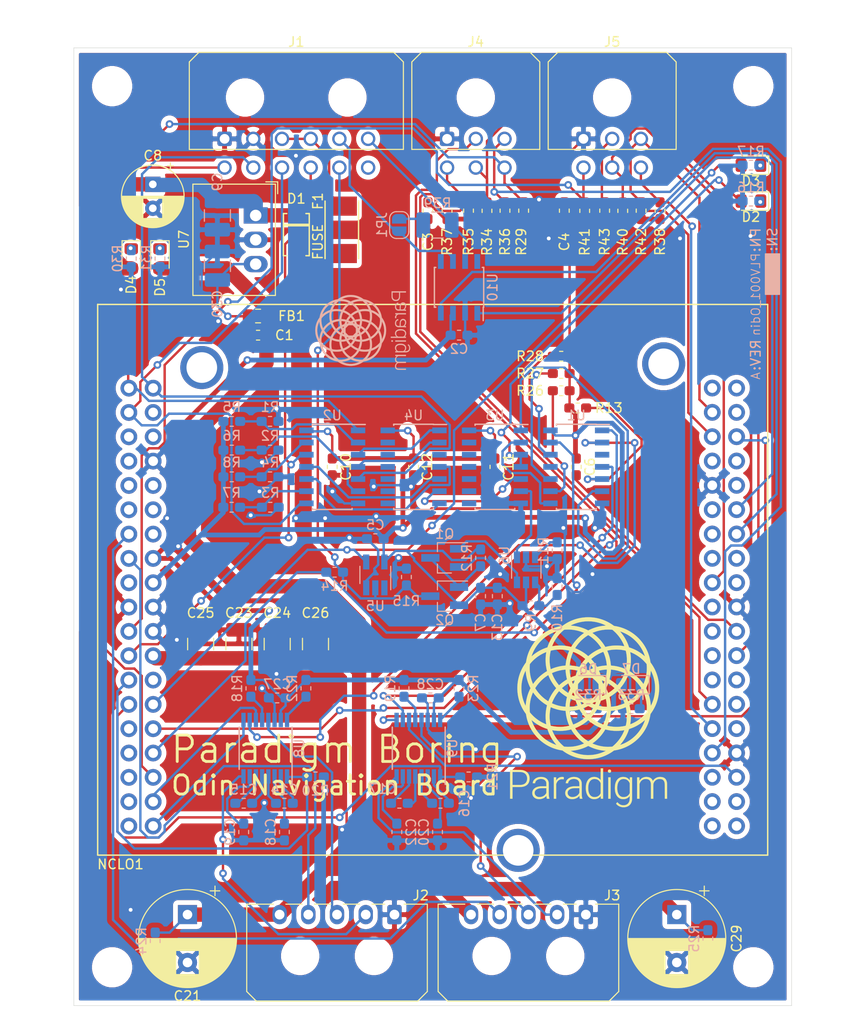
<source format=kicad_pcb>
(kicad_pcb (version 20171130) (host pcbnew "(5.1.9)-1")
  (title_block (title "Odin Navigation Board") (rev A) (comment 1 JR) (comment 2 PLV001_Odin))
  (layers (0 F.Cu signal) (31 B.Cu signal) (34 B.Paste user) (35 F.Paste user) (36 B.SilkS user) (37 F.SilkS user hide) (38 B.Mask user) (39 F.Mask user) (44 Edge.Cuts user))
  (net 0 "")
  (net 1 +12V)
  (net 2 GND)
  (net 3 +3V3)
  (net 4 +5V)
  (net 5 +24V)
  (net 6 "Net-(C14-Pad1)")
  (net 7 "Net-(C14-Pad2)")
  (net 8 "Net-(C15-Pad2)")
  (net 9 "Net-(C15-Pad1)")
  (net 10 "Net-(C16-Pad2)")
  (net 11 "Net-(C16-Pad1)")
  (net 12 "Net-(C17-Pad1)")
  (net 13 "Net-(C17-Pad2)")
  (net 14 "Net-(C18-Pad1)")
  (net 15 "Net-(C19-Pad1)")
  (net 16 "Net-(C20-Pad1)")
  (net 17 "Net-(C22-Pad1)")
  (net 18 "Net-(C30-Pad1)")
  (net 19 "Net-(D1-Pad2)")
  (net 20 "Net-(D2-Pad1)")
  (net 21 "Net-(D2-Pad2)")
  (net 22 /HEARTBEAT_BUFF)
  (net 23 "Net-(D3-Pad1)")
  (net 24 "Net-(D4-Pad1)")
  (net 25 "Net-(D5-Pad1)")
  (net 26 "Net-(D6-Pad1)")
  (net 27 "Net-(D7-Pad1)")
  (net 28 /VIN)
  (net 29 /CANL)
  (net 30 /CANH)
  (net 31 /HEARTBEAT_ADDRESS_1)
  (net 32 /HEARTBEAT_ADDRESS_2)
  (net 33 /HEARTBEAT_ADDRESS_3)
  (net 34 /HEARTBEAT_ADDRESS_4)
  (net 35 /HEARTBEAT)
  (net 36 "Net-(J1-Pad12)")
  (net 37 /Transceivers/232_1_RX)
  (net 38 /Transceivers/232_1_TX)
  (net 39 /IMU_TOV)
  (net 40 /INS_PPS)
  (net 41 /Transceivers/232_2_TX)
  (net 42 /Transceivers/232_2_RX)
  (net 43 /ROT1_PPS1)
  (net 44 /ROT1_PPS2)
  (net 45 /ROT1_PPS3)
  (net 46 /ROT1_PPS4)
  (net 47 /ROT1_PPS5)
  (net 48 /ROT2_PPS5)
  (net 49 /ROT2_PPS4)
  (net 50 /ROT2_PPS3)
  (net 51 /ROT2_PPS2)
  (net 52 /ROT2_PPS1)
  (net 53 "Net-(JP1-Pad1)")
  (net 54 "Net-(NCLO1-Pad4)")
  (net 55 "Net-(NCLO1-Pad5)")
  (net 56 "Net-(NCLO1-Pad7)")
  (net 57 "Net-(NCLO1-Pad6)")
  (net 58 "Net-(NCLO1-Pad9)")
  (net 59 "Net-(NCLO1-Pad14)")
  (net 60 "Net-(NCLO1-Pad12)")
  (net 61 "Net-(NCLO1-Pad11)")
  (net 62 "Net-(NCLO1-Pad10)")
  (net 63 "Net-(NCLO1-Pad17)")
  (net 64 /n232_1_EN)
  (net 65 "Net-(NCLO1-Pad31)")
  (net 66 /n232_2_EN)
  (net 67 "Net-(NCLO1-Pad29)")
  (net 68 /MCU_QB_INPUT)
  (net 69 "Net-(NCLO1-Pad26)")
  (net 70 /HEARTBEAT_RESTART)
  (net 71 "Net-(NCLO1-Pad37)")
  (net 72 /UART1_TX)
  (net 73 "Net-(NCLO1-Pad35)")
  (net 74 /UART1_RX)
  (net 75 "Net-(NCLO1-Pad33)")
  (net 76 "Net-(NCLO1-Pad40)")
  (net 77 "Net-(NCLO1-Pad46)")
  (net 78 "Net-(NCLO1-Pad45)")
  (net 79 /UART2_RX)
  (net 80 "Net-(NCLO1-Pad54)")
  (net 81 /CAN_RX)
  (net 82 "Net-(NCLO1-Pad49)")
  (net 83 "Net-(NCLO1-Pad39)")
  (net 84 "Net-(NCLO1-Pad51)")
  (net 85 "Net-(NCLO1-Pad48)")
  (net 86 "Net-(NCLO1-Pad59)")
  (net 87 "Net-(NCLO1-Pad53)")
  (net 88 /CAN_TX)
  (net 89 "Net-(NCLO1-Pad61)")
  (net 90 "Net-(NCLO1-Pad57)")
  (net 91 "Net-(NCLO1-Pad56)")
  (net 92 "Net-(NCLO1-Pad42)")
  (net 93 "Net-(NCLO1-Pad66)")
  (net 94 "Net-(NCLO1-Pad71)")
  (net 95 "Net-(NCLO1-Pad68)")
  (net 96 "Net-(NCLO1-Pad75)")
  (net 97 "Net-(NCLO1-Pad63)")
  (net 98 "Net-(NCLO1-Pad64)")
  (net 99 "Net-(NCLO1-Pad74)")
  (net 100 /UART2_TX)
  (net 101 "Net-(NCLO1-Pad73)")
  (net 102 "Net-(NCLO1-Pad76)")
  (net 103 "Net-(Q1-Pad1)")
  (net 104 "Net-(R1-Pad2)")
  (net 105 "Net-(R2-Pad2)")
  (net 106 "Net-(R3-Pad2)")
  (net 107 "Net-(R4-Pad2)")
  (net 108 "Net-(R10-Pad1)")
  (net 109 "Net-(R11-Pad1)")
  (net 110 /AvionicsHeartbeatTemplate/HEARTBEAT_INPUT_4)
  (net 111 "Net-(R18-Pad2)")
  (net 112 "Net-(R19-Pad2)")
  (net 113 "Net-(R22-Pad2)")
  (net 114 "Net-(R23-Pad2)")
  (net 115 /AvionicsHeartbeatTemplate/HEARTBEAT_INPUT_5)
  (net 116 /AvionicsHeartbeatTemplate/HEARTBEAT_INPUT_6)
  (net 117 /AvionicsHeartbeatTemplate/HEARTBEAT_INPUT_7)
  (net 118 /232_1_VALID)
  (net 119 /232_2_VALID)
  (net 120 "Net-(U1-Pad6)")
  (net 121 "Net-(U1-Pad8)")
  (net 122 "Net-(U2-Pad3)")
  (net 123 "Net-(U2-Pad4)")
  (net 124 "Net-(U2-Pad10)")
  (net 125 "Net-(U2-Pad11)")
  (net 126 "Net-(U3-Pad6)")
  (net 127 "Net-(U3-Pad5)")
  (net 128 "Net-(U10-Pad5)")
  (net 129 "Net-(U10-Pad8)")
  (net 130 "Net-(Q1-Pad3)")
  (module BoringFootprints:Paradigm_NameBelow_12.7mm (layer B.Cu) (at 131.25 82.5 270)
    (fp_text reference G*** hide)
    (fp_text value LOGO hide)
  )
  (module BoringFootprints:Paradigm_NameBelow_25.4mm (layer F.Cu) (at 154.75 122.5)
    (fp_text reference G*** hide)
    (fp_text value LOGO hide)
  )
  (module BoringFootprints:Paradigm_Title_Block (layer B.Cu) (at 172.5 79.25 270)
    (fp_text reference REF**)
    (fp_text value Paradigm_Title_Block)
    (fp_text user SN: (at -6.25 -1.5 270) (layer B.SilkS) (effects (justify mirror)))
    (fp_text user "PN:            REV:" (at 0 0.25 270) (layer B.SilkS) (effects (justify mirror)))
  )
  (module BoringFootprints:ST_Nucleo-64 (layer F.Cu) (at 106.75 134.25)
    (fp_text reference NCLO1 (at -0.875 4) (layer F.SilkS))
    (fp_text value NUCLEO-L476RG)
    (pad "" np_thru_hole circle (at 40.68 2.54) (size 4.5 4.5) (drill 3.2) (layers *.Cu *.Mask))
    (pad "" np_thru_hole circle (at 7.62 -47.87) (size 4.5 4.5) (drill 3.2) (layers *.Cu *.Mask))
    (pad "" np_thru_hole circle (at 55.88 -48.26) (size 4.5 4.5) (drill 3.2) (layers *.Cu *.Mask))
    (pad 69 thru_hole circle (at 60.96 -7.63) (size 1.75 1.75) (drill 1.016) (layers *.Cu *.Mask) (net 44 /ROT1_PPS2))
    (pad 76 thru_hole circle (at 63.5 -0.01) (size 1.75 1.75) (drill 1.016) (layers *.Cu *.Mask) (net 102 "Net-(NCLO1-Pad76)"))
    (pad 73 thru_hole circle (at 60.96 -2.55) (size 1.75 1.75) (drill 1.016) (layers *.Cu *.Mask) (net 101 "Net-(NCLO1-Pad73)"))
    (pad 72 thru_hole circle (at 63.5 -5.09) (size 1.75 1.75) (drill 1.016) (layers *.Cu *.Mask) (net 100 /UART2_TX))
    (pad 74 thru_hole circle (at 63.5 -2.55) (size 1.75 1.75) (drill 1.016) (layers *.Cu *.Mask) (net 99 "Net-(NCLO1-Pad74)"))
    (pad 70 thru_hole circle (at 63.5 -7.63) (size 1.75 1.75) (drill 1.016) (layers *.Cu *.Mask) (net 2 GND))
    (pad 64 thru_hole circle (at 63.5 -15.25) (size 1.75 1.75) (drill 1.016) (layers *.Cu *.Mask) (net 98 "Net-(NCLO1-Pad64)"))
    (pad 63 thru_hole circle (at 60.96 -15.25) (size 1.75 1.75) (drill 1.016) (layers *.Cu *.Mask) (net 97 "Net-(NCLO1-Pad63)"))
    (pad 75 thru_hole circle (at 60.96 -0.01) (size 1.75 1.75) (drill 1.016) (layers *.Cu *.Mask) (net 96 "Net-(NCLO1-Pad75)"))
    (pad 68 thru_hole circle (at 63.5 -10.17) (size 1.75 1.75) (drill 1.016) (layers *.Cu *.Mask) (net 95 "Net-(NCLO1-Pad68)"))
    (pad 67 thru_hole circle (at 60.96 -10.17) (size 1.75 1.75) (drill 1.016) (layers *.Cu *.Mask) (net 48 /ROT2_PPS5))
    (pad 71 thru_hole circle (at 60.96 -5.09) (size 1.75 1.75) (drill 1.016) (layers *.Cu *.Mask) (net 94 "Net-(NCLO1-Pad71)"))
    (pad 65 thru_hole circle (at 60.96 -12.71) (size 1.75 1.75) (drill 1.016) (layers *.Cu *.Mask) (net 43 /ROT1_PPS1))
    (pad 66 thru_hole circle (at 63.5 -12.71) (size 1.75 1.75) (drill 1.016) (layers *.Cu *.Mask) (net 93 "Net-(NCLO1-Pad66)"))
    (pad 42 thru_hole circle (at 63.5 -43.19) (size 1.75 1.75) (drill 1.016) (layers *.Cu *.Mask) (net 92 "Net-(NCLO1-Pad42)"))
    (pad 56 thru_hole circle (at 63.5 -25.41) (size 1.75 1.75) (drill 1.016) (layers *.Cu *.Mask) (net 91 "Net-(NCLO1-Pad56)"))
    (pad 57 thru_hole circle (at 60.96 -22.87) (size 1.75 1.75) (drill 1.016) (layers *.Cu *.Mask) (net 90 "Net-(NCLO1-Pad57)"))
    (pad 58 thru_hole circle (at 63.5 -22.87) (size 1.75 1.75) (drill 1.016) (layers *.Cu *.Mask) (net 2 GND))
    (pad 60 thru_hole circle (at 63.5 -20.33) (size 1.75 1.75) (drill 1.016) (layers *.Cu *.Mask) (net 45 /ROT1_PPS3))
    (pad 61 thru_hole circle (at 60.96 -17.79) (size 1.75 1.75) (drill 1.016) (layers *.Cu *.Mask) (net 89 "Net-(NCLO1-Pad61)"))
    (pad 47 thru_hole circle (at 60.96 -35.57) (size 1.75 1.75) (drill 1.016) (layers *.Cu *.Mask) (net 2 GND))
    (pad 55 thru_hole circle (at 60.96 -25.41) (size 1.75 1.75) (drill 1.016) (layers *.Cu *.Mask) (net 49 /ROT2_PPS4))
    (pad 50 thru_hole circle (at 63.5 -33.03) (size 1.75 1.75) (drill 1.016) (layers *.Cu *.Mask) (net 88 /CAN_TX))
    (pad 53 thru_hole circle (at 60.96 -27.95) (size 1.75 1.75) (drill 1.016) (layers *.Cu *.Mask) (net 87 "Net-(NCLO1-Pad53)"))
    (pad 62 thru_hole circle (at 63.5 -17.79) (size 1.75 1.75) (drill 1.016) (layers *.Cu *.Mask) (net 46 /ROT1_PPS4))
    (pad 59 thru_hole circle (at 60.96 -20.33) (size 1.75 1.75) (drill 1.016) (layers *.Cu *.Mask) (net 86 "Net-(NCLO1-Pad59)"))
    (pad 48 thru_hole circle (at 63.5 -35.57) (size 1.75 1.75) (drill 1.016) (layers *.Cu *.Mask) (net 85 "Net-(NCLO1-Pad48)"))
    (pad 51 thru_hole circle (at 60.96 -30.49) (size 1.75 1.75) (drill 1.016) (layers *.Cu *.Mask) (net 84 "Net-(NCLO1-Pad51)"))
    (pad 39 thru_hole circle (at 60.96 -45.73) (size 1.75 1.75) (drill 1.016) (layers *.Cu *.Mask) (net 83 "Net-(NCLO1-Pad39)"))
    (pad 49 thru_hole circle (at 60.96 -33.03) (size 1.75 1.75) (drill 1.016) (layers *.Cu *.Mask) (net 82 "Net-(NCLO1-Pad49)"))
    (pad 52 thru_hole circle (at 63.5 -30.49) (size 1.75 1.75) (drill 1.016) (layers *.Cu *.Mask) (net 81 /CAN_RX))
    (pad 54 thru_hole circle (at 63.5 -27.95) (size 1.75 1.75) (drill 1.016) (layers *.Cu *.Mask) (net 80 "Net-(NCLO1-Pad54)"))
    (pad 41 thru_hole circle (at 60.96 -43.19) (size 1.75 1.75) (drill 1.016) (layers *.Cu *.Mask) (net 51 /ROT2_PPS2))
    (pad 44 thru_hole circle (at 63.5 -40.65) (size 1.75 1.75) (drill 1.016) (layers *.Cu *.Mask) (net 79 /UART2_RX))
    (pad 45 thru_hole circle (at 60.96 -38.11) (size 1.75 1.75) (drill 1.016) (layers *.Cu *.Mask) (net 78 "Net-(NCLO1-Pad45)"))
    (pad 46 thru_hole circle (at 63.5 -38.11) (size 1.75 1.75) (drill 1.016) (layers *.Cu *.Mask) (net 77 "Net-(NCLO1-Pad46)"))
    (pad 43 thru_hole circle (at 60.96 -40.65) (size 1.75 1.75) (drill 1.016) (layers *.Cu *.Mask) (net 52 /ROT2_PPS1))
    (pad 40 thru_hole circle (at 63.5 -45.73) (size 1.75 1.75) (drill 1.016) (layers *.Cu *.Mask) (net 76 "Net-(NCLO1-Pad40)"))
    (pad 33 thru_hole circle (at 0 -5.08) (size 1.75 1.75) (drill 1.016) (layers *.Cu *.Mask) (net 75 "Net-(NCLO1-Pad33)"))
    (pad 38 thru_hole circle (at 2.54 0) (size 1.75 1.75) (drill 1.016) (layers *.Cu *.Mask) (net 74 /UART1_RX))
    (pad 35 thru_hole circle (at 0 -2.54) (size 1.75 1.75) (drill 1.016) (layers *.Cu *.Mask) (net 73 "Net-(NCLO1-Pad35)"))
    (pad 34 thru_hole circle (at 2.54 -5.08) (size 1.75 1.75) (drill 1.016) (layers *.Cu *.Mask) (net 47 /ROT1_PPS5))
    (pad 36 thru_hole circle (at 2.54 -2.54) (size 1.75 1.75) (drill 1.016) (layers *.Cu *.Mask) (net 72 /UART1_TX))
    (pad 37 thru_hole circle (at 0 0) (size 1.75 1.75) (drill 1.016) (layers *.Cu *.Mask) (net 71 "Net-(NCLO1-Pad37)"))
    (pad 32 thru_hole circle (at 2.54 -7.62) (size 1.75 1.75) (drill 1.016) (layers *.Cu *.Mask) (net 70 /HEARTBEAT_RESTART))
    (pad 28 thru_hole circle (at 2.54 -12.7) (size 1.75 1.75) (drill 1.016) (layers *.Cu *.Mask) (net 22 /HEARTBEAT_BUFF))
    (pad 26 thru_hole circle (at 2.54 -15.24) (size 1.75 1.75) (drill 1.016) (layers *.Cu *.Mask) (net 69 "Net-(NCLO1-Pad26)"))
    (pad 30 thru_hole circle (at 2.54 -10.16) (size 1.75 1.75) (drill 1.016) (layers *.Cu *.Mask) (net 68 /MCU_QB_INPUT))
    (pad 29 thru_hole circle (at 0 -10.16) (size 1.75 1.75) (drill 1.016) (layers *.Cu *.Mask) (net 67 "Net-(NCLO1-Pad29)"))
    (pad 27 thru_hole circle (at 0 -12.7) (size 1.75 1.75) (drill 1.016) (layers *.Cu *.Mask) (net 66 /n232_2_EN))
    (pad 31 thru_hole circle (at 0 -7.62) (size 1.75 1.75) (drill 1.016) (layers *.Cu *.Mask) (net 65 "Net-(NCLO1-Pad31)"))
    (pad 25 thru_hole circle (at 0 -15.24) (size 1.75 1.75) (drill 1.016) (layers *.Cu *.Mask) (net 64 /n232_1_EN))
    (pad 18 thru_hole circle (at 2.54 -25.4) (size 1.75 1.75) (drill 1.016) (layers *.Cu *.Mask) (net 4 +5V))
    (pad 19 thru_hole circle (at 0 -22.86) (size 1.75 1.75) (drill 1.016) (layers *.Cu *.Mask) (net 2 GND))
    (pad 20 thru_hole circle (at 2.54 -22.86) (size 1.75 1.75) (drill 1.016) (layers *.Cu *.Mask) (net 2 GND))
    (pad 22 thru_hole circle (at 2.54 -20.32) (size 1.75 1.75) (drill 1.016) (layers *.Cu *.Mask) (net 2 GND))
    (pad 23 thru_hole circle (at 0 -17.78) (size 1.75 1.75) (drill 1.016) (layers *.Cu *.Mask) (net 34 /HEARTBEAT_ADDRESS_4))
    (pad 24 thru_hole circle (at 2.54 -17.78) (size 1.75 1.75) (drill 1.016) (layers *.Cu *.Mask) (net 1 +12V))
    (pad 21 thru_hole circle (at 0 -20.32) (size 1.75 1.75) (drill 1.016) (layers *.Cu *.Mask) (net 50 /ROT2_PPS3))
    (pad 17 thru_hole circle (at 0 -25.4) (size 1.75 1.75) (drill 1.016) (layers *.Cu *.Mask) (net 63 "Net-(NCLO1-Pad17)"))
    (pad 10 thru_hole circle (at 2.54 -35.56) (size 1.75 1.75) (drill 1.016) (layers *.Cu *.Mask) (net 62 "Net-(NCLO1-Pad10)"))
    (pad 11 thru_hole circle (at 0 -33.02) (size 1.75 1.75) (drill 1.016) (layers *.Cu *.Mask) (net 61 "Net-(NCLO1-Pad11)"))
    (pad 12 thru_hole circle (at 2.54 -33.02) (size 1.75 1.75) (drill 1.016) (layers *.Cu *.Mask) (net 60 "Net-(NCLO1-Pad12)"))
    (pad 14 thru_hole circle (at 2.54 -30.48) (size 1.75 1.75) (drill 1.016) (layers *.Cu *.Mask) (net 59 "Net-(NCLO1-Pad14)"))
    (pad 15 thru_hole circle (at 0 -27.94) (size 1.75 1.75) (drill 1.016) (layers *.Cu *.Mask) (net 39 /IMU_TOV))
    (pad 16 thru_hole circle (at 2.54 -27.94) (size 1.75 1.75) (drill 1.016) (layers *.Cu *.Mask) (net 3 +3V3))
    (pad 13 thru_hole circle (at 0 -30.48) (size 1.75 1.75) (drill 1.016) (layers *.Cu *.Mask) (net 40 /INS_PPS))
    (pad 9 thru_hole circle (at 0 -35.56) (size 1.75 1.75) (drill 1.016) (layers *.Cu *.Mask) (net 58 "Net-(NCLO1-Pad9)"))
    (pad 6 thru_hole circle (at 2.54 -40.64) (size 1.75 1.75) (drill 1.016) (layers *.Cu *.Mask) (net 57 "Net-(NCLO1-Pad6)"))
    (pad 7 thru_hole circle (at 0 -38.1) (size 1.75 1.75) (drill 1.016) (layers *.Cu *.Mask) (net 56 "Net-(NCLO1-Pad7)"))
    (pad 8 thru_hole circle (at 2.54 -38.1) (size 1.75 1.75) (drill 1.016) (layers *.Cu *.Mask) (net 2 GND))
    (pad 5 thru_hole circle (at 0 -40.64) (size 1.75 1.75) (drill 1.016) (layers *.Cu *.Mask) (net 55 "Net-(NCLO1-Pad5)"))
    (pad 4 thru_hole circle (at 2.54 -43.18) (size 1.75 1.75) (drill 1.016) (layers *.Cu *.Mask) (net 54 "Net-(NCLO1-Pad4)"))
    (pad 3 thru_hole circle (at 0 -43.18) (size 1.75 1.75) (drill 1.016) (layers *.Cu *.Mask) (net 33 /HEARTBEAT_ADDRESS_3))
    (pad 2 thru_hole circle (at 2.54 -45.72) (size 1.75 1.75) (drill 1.016) (layers *.Cu *.Mask) (net 32 /HEARTBEAT_ADDRESS_2))
    (pad 1 thru_hole circle (at 0 -45.72) (size 1.75 1.75) (drill 1.016) (layers *.Cu *.Mask) (net 31 /HEARTBEAT_ADDRESS_1))
  )
  (module MountingHole:MountingHole_3.2mm_M3 (layer F.Cu) (at 172 57)
    (fp_text reference REF**)
    (fp_text value MountingHole_3.2mm_M3)
    (pad 1 np_thru_hole circle (at 0 0) (size 3.2 3.2) (drill 3.2) (layers *.Cu *.Mask))
  )
  (module MountingHole:MountingHole_3.2mm_M3 (layer F.Cu) (at 172 149)
    (fp_text reference REF**)
    (fp_text value MountingHole_3.2mm_M3)
    (pad 1 np_thru_hole circle (at 0 0) (size 3.2 3.2) (drill 3.2) (layers *.Cu *.Mask))
  )
  (module MountingHole:MountingHole_3.2mm_M3 (layer F.Cu) (at 105 149)
    (fp_text reference REF**)
    (fp_text value MountingHole_3.2mm_M3)
    (pad 1 np_thru_hole circle (at 0 0) (size 3.2 3.2) (drill 3.2) (layers *.Cu *.Mask))
  )
  (module MountingHole:MountingHole_3.2mm_M3 (layer F.Cu) (at 105 57)
    (fp_text reference REF**)
    (fp_text value MountingHole_3.2mm_M3)
    (pad 1 np_thru_hole circle (at 0 0) (size 3.2 3.2) (drill 3.2) (layers *.Cu *.Mask))
  )
  (module Package_SO:SOIC-14_3.9x8.7mm_P1.27mm (layer B.Cu) (at 128 96.75 180)
    (fp_text reference U2 (at 0 5.375 180) (layer B.SilkS) (effects (justify mirror)))
    (fp_text value 74HC266)
    (pad 1 smd rect (at -2.7 3.81 180) (size 1.5 0.6) (layers B.Cu B.Paste B.Mask) (net 31 /HEARTBEAT_ADDRESS_1))
    (pad 2 smd rect (at -2.7 2.54 180) (size 1.5 0.6) (layers B.Cu B.Paste B.Mask) (net 104 "Net-(R1-Pad2)"))
    (pad 3 smd rect (at -2.7 1.27 180) (size 1.5 0.6) (layers B.Cu B.Paste B.Mask) (net 122 "Net-(U2-Pad3)"))
    (pad 4 smd rect (at -2.7 0 180) (size 1.5 0.6) (layers B.Cu B.Paste B.Mask) (net 123 "Net-(U2-Pad4)"))
    (pad 5 smd rect (at -2.7 -1.27 180) (size 1.5 0.6) (layers B.Cu B.Paste B.Mask) (net 32 /HEARTBEAT_ADDRESS_2))
    (pad 6 smd rect (at -2.7 -2.54 180) (size 1.5 0.6) (layers B.Cu B.Paste B.Mask) (net 105 "Net-(R2-Pad2)"))
    (pad 7 smd rect (at -2.7 -3.81 180) (size 1.5 0.6) (layers B.Cu B.Paste B.Mask) (net 2 GND))
    (pad 8 smd rect (at 2.7 -3.81 180) (size 1.5 0.6) (layers B.Cu B.Paste B.Mask) (net 33 /HEARTBEAT_ADDRESS_3))
    (pad 9 smd rect (at 2.7 -2.54 180) (size 1.5 0.6) (layers B.Cu B.Paste B.Mask) (net 106 "Net-(R3-Pad2)"))
    (pad 10 smd rect (at 2.7 -1.27 180) (size 1.5 0.6) (layers B.Cu B.Paste B.Mask) (net 124 "Net-(U2-Pad10)"))
    (pad 11 smd rect (at 2.7 0 180) (size 1.5 0.6) (layers B.Cu B.Paste B.Mask) (net 125 "Net-(U2-Pad11)"))
    (pad 12 smd rect (at 2.7 1.27 180) (size 1.5 0.6) (layers B.Cu B.Paste B.Mask) (net 34 /HEARTBEAT_ADDRESS_4))
    (pad 13 smd rect (at 2.7 2.54 180) (size 1.5 0.6) (layers B.Cu B.Paste B.Mask) (net 107 "Net-(R4-Pad2)"))
    (pad 14 smd rect (at 2.7 3.81 180) (size 1.5 0.6) (layers B.Cu B.Paste B.Mask) (net 4 +5V))
  )
  (module Capacitor_SMD:C_0603_1608Metric_Pad1.05x0.95mm_HandSolder (layer F.Cu) (at 120.25 83 180)
    (fp_text reference C1 (at -2.75 0 180) (layer F.SilkS))
    (fp_text value 0.1uF)
    (pad 1 smd roundrect (at -0.875 0 180) (size 1.05 0.95) (layers F.Cu F.Paste F.Mask) (net 1 +12V))
    (pad 2 smd roundrect (at 0.875 0 180) (size 1.05 0.95) (layers F.Cu F.Paste F.Mask) (net 2 GND))
  )
  (module Capacitor_SMD:C_0603_1608Metric_Pad1.05x0.95mm_HandSolder (layer B.Cu) (at 141.25 83)
    (fp_text reference C2 (at 0 1.43) (layer B.SilkS) (effects (justify mirror)))
    (fp_text value 0.1uF)
    (pad 2 smd roundrect (at 0.875 0) (size 1.05 0.95) (layers B.Cu B.Paste B.Mask) (net 2 GND))
    (pad 1 smd roundrect (at -0.875 0) (size 1.05 0.95) (layers B.Cu B.Paste B.Mask) (net 3 +3V3))
  )
  (module Capacitor_SMD:C_0603_1608Metric_Pad1.05x0.95mm_HandSolder (layer F.Cu) (at 138 70 270)
    (fp_text reference C3 (at 3.25 0 270) (layer F.SilkS))
    (fp_text value 0.1uF)
    (pad 2 smd roundrect (at 0.875 0 270) (size 1.05 0.95) (layers F.Cu F.Paste F.Mask) (net 2 GND))
    (pad 1 smd roundrect (at -0.875 0 270) (size 1.05 0.95) (layers F.Cu F.Paste F.Mask) (net 4 +5V))
  )
  (module Capacitor_SMD:C_0603_1608Metric_Pad1.05x0.95mm_HandSolder (layer F.Cu) (at 152.25 70 270)
    (fp_text reference C4 (at 3.25 0 270) (layer F.SilkS))
    (fp_text value 0.1uF)
    (pad 1 smd roundrect (at -0.875 0 270) (size 1.05 0.95) (layers F.Cu F.Paste F.Mask) (net 4 +5V))
    (pad 2 smd roundrect (at 0.875 0 270) (size 1.05 0.95) (layers F.Cu F.Paste F.Mask) (net 2 GND))
  )
  (module Capacitor_SMD:C_0603_1608Metric_Pad1.05x0.95mm_HandSolder (layer B.Cu) (at 132.5 104.25 180)
    (fp_text reference C5 (at 0 1.43 180) (layer B.SilkS) (effects (justify mirror)))
    (fp_text value 0.1uF)
    (pad 2 smd roundrect (at 0.875 0 180) (size 1.05 0.95) (layers B.Cu B.Paste B.Mask) (net 2 GND))
    (pad 1 smd roundrect (at -0.875 0 180) (size 1.05 0.95) (layers B.Cu B.Paste B.Mask) (net 4 +5V))
  )
  (module Capacitor_SMD:C_0603_1608Metric_Pad1.05x0.95mm_HandSolder (layer F.Cu) (at 153.5 96.75 270)
    (fp_text reference C6 (at 0 -1.43 270) (layer F.SilkS))
    (fp_text value 0.1uF)
    (pad 2 smd roundrect (at 0.875 0 270) (size 1.05 0.95) (layers F.Cu F.Paste F.Mask) (net 2 GND))
    (pad 1 smd roundrect (at -0.875 0 270) (size 1.05 0.95) (layers F.Cu F.Paste F.Mask) (net 4 +5V))
  )
  (module Capacitor_SMD:C_0603_1608Metric_Pad1.05x0.95mm_HandSolder (layer B.Cu) (at 143.5 110.25 270)
    (fp_text reference C7 (at 2.75 0 270) (layer B.SilkS) (effects (justify mirror)))
    (fp_text value 1uF)
    (pad 1 smd roundrect (at -0.875 0 270) (size 1.05 0.95) (layers B.Cu B.Paste B.Mask) (net 4 +5V))
    (pad 2 smd roundrect (at 0.875 0 270) (size 1.05 0.95) (layers B.Cu B.Paste B.Mask) (net 2 GND))
  )
  (module Capacitor_THT:CP_Radial_D6.3mm_P2.50mm (layer F.Cu) (at 109.25 67.25 270)
    (fp_text reference C8 (at -3 0) (layer F.SilkS))
    (fp_text value 47uF)
    (pad 1 thru_hole rect (at 0 0 270) (size 1.6 1.6) (drill 0.8) (layers *.Cu *.Mask) (net 5 +24V))
    (pad 2 thru_hole circle (at 2.5 0 270) (size 1.6 1.6) (drill 0.8) (layers *.Cu *.Mask) (net 2 GND))
  )
  (module Capacitor_SMD:C_1210_3225Metric_Pad1.42x2.65mm_HandSolder (layer B.Cu) (at 116 70.5 270)
    (fp_text reference C9 (at -3.5 0 270) (layer B.SilkS) (effects (justify mirror)))
    (fp_text value 10uF)
    (pad 2 smd roundrect (at 1.4875 0 270) (size 1.425 2.65) (layers B.Cu B.Paste B.Mask) (roundrect_rratio 0.175439) (net 2 GND))
    (pad 1 smd roundrect (at -1.4875 0 270) (size 1.425 2.65) (layers B.Cu B.Paste B.Mask) (roundrect_rratio 0.175439) (net 5 +24V))
  )
  (module Capacitor_SMD:C_0603_1608Metric_Pad1.05x0.95mm_HandSolder (layer F.Cu) (at 128 96.75 270)
    (fp_text reference C10 (at 0 -1.43 270) (layer F.SilkS))
    (fp_text value 0.1uF)
    (pad 1 smd roundrect (at -0.875 0 270) (size 1.05 0.95) (layers F.Cu F.Paste F.Mask) (net 4 +5V))
    (pad 2 smd roundrect (at 0.875 0 270) (size 1.05 0.95) (layers F.Cu F.Paste F.Mask) (net 2 GND))
  )
  (module Capacitor_SMD:C_0603_1608Metric_Pad1.05x0.95mm_HandSolder (layer F.Cu) (at 145 96.75 270)
    (fp_text reference C11 (at 0 -1.43 270) (layer F.SilkS))
    (fp_text value 0.1uF)
    (pad 2 smd roundrect (at 0.875 0 270) (size 1.05 0.95) (layers F.Cu F.Paste F.Mask) (net 2 GND))
    (pad 1 smd roundrect (at -0.875 0 270) (size 1.05 0.95) (layers F.Cu F.Paste F.Mask) (net 4 +5V))
  )
  (module Capacitor_SMD:C_0603_1608Metric_Pad1.05x0.95mm_HandSolder (layer F.Cu) (at 136.5 96.75 270)
    (fp_text reference C12 (at 0 -1.43 270) (layer F.SilkS))
    (fp_text value 0.1uF)
    (pad 1 smd roundrect (at -0.875 0 270) (size 1.05 0.95) (layers F.Cu F.Paste F.Mask) (net 4 +5V))
    (pad 2 smd roundrect (at 0.875 0 270) (size 1.05 0.95) (layers F.Cu F.Paste F.Mask) (net 2 GND))
  )
  (module Capacitor_SMD:C_0603_1608Metric_Pad1.05x0.95mm_HandSolder (layer B.Cu) (at 145.25 110.25 270)
    (fp_text reference C13 (at 3.25 0 270) (layer B.SilkS) (effects (justify mirror)))
    (fp_text value 0.1uF)
    (pad 2 smd roundrect (at 0.875 0 270) (size 1.05 0.95) (layers B.Cu B.Paste B.Mask) (net 2 GND))
    (pad 1 smd roundrect (at -0.875 0 270) (size 1.05 0.95) (layers B.Cu B.Paste B.Mask) (net 4 +5V))
  )
  (module Capacitor_SMD:C_0603_1608Metric_Pad1.05x0.95mm_HandSolder (layer B.Cu) (at 123 131.875 180)
    (fp_text reference C14 (at 0 1.43 180) (layer B.SilkS) (effects (justify mirror)))
    (fp_text value 0.1uF)
    (pad 1 smd roundrect (at -0.875 0 180) (size 1.05 0.95) (layers B.Cu B.Paste B.Mask) (net 6 "Net-(C14-Pad1)"))
    (pad 2 smd roundrect (at 0.875 0 180) (size 1.05 0.95) (layers B.Cu B.Paste B.Mask) (net 7 "Net-(C14-Pad2)"))
  )
  (module Capacitor_SMD:C_0603_1608Metric_Pad1.05x0.95mm_HandSolder (layer B.Cu) (at 118.75 131.875 180)
    (fp_text reference C15 (at 0 1.43 180) (layer B.SilkS) (effects (justify mirror)))
    (fp_text value 0.1uF)
    (pad 2 smd roundrect (at 0.875 0 180) (size 1.05 0.95) (layers B.Cu B.Paste B.Mask) (net 8 "Net-(C15-Pad2)"))
    (pad 1 smd roundrect (at -0.875 0 180) (size 1.05 0.95) (layers B.Cu B.Paste B.Mask) (net 9 "Net-(C15-Pad1)"))
  )
  (module Capacitor_SMD:C_0603_1608Metric_Pad1.05x0.95mm_HandSolder (layer B.Cu) (at 139.305 131.875 180)
    (fp_text reference C16 (at -2.5 0 90) (layer B.SilkS) (effects (justify mirror)))
    (fp_text value 0.1uF)
    (pad 2 smd roundrect (at 0.875 0 180) (size 1.05 0.95) (layers B.Cu B.Paste B.Mask) (net 10 "Net-(C16-Pad2)"))
    (pad 1 smd roundrect (at -0.875 0 180) (size 1.05 0.95) (layers B.Cu B.Paste B.Mask) (net 11 "Net-(C16-Pad1)"))
  )
  (module Capacitor_SMD:C_0603_1608Metric_Pad1.05x0.95mm_HandSolder (layer B.Cu) (at 135.015 131.875 180)
    (fp_text reference C17 (at 1.75 1.5) (layer B.SilkS) (effects (justify mirror)))
    (fp_text value 0.1uF)
    (pad 1 smd roundrect (at -0.875 0 180) (size 1.05 0.95) (layers B.Cu B.Paste B.Mask) (net 12 "Net-(C17-Pad1)"))
    (pad 2 smd roundrect (at 0.875 0 180) (size 1.05 0.95) (layers B.Cu B.Paste B.Mask) (net 13 "Net-(C17-Pad2)"))
  )
  (module Capacitor_SMD:C_0603_1608Metric_Pad1.05x0.95mm_HandSolder (layer B.Cu) (at 123 134.875 270)
    (fp_text reference C18 (at 0 1.43 270) (layer B.SilkS) (effects (justify mirror)))
    (fp_text value 0.1uF)
    (pad 1 smd roundrect (at -0.875 0 270) (size 1.05 0.95) (layers B.Cu B.Paste B.Mask) (net 14 "Net-(C18-Pad1)"))
    (pad 2 smd roundrect (at 0.875 0 270) (size 1.05 0.95) (layers B.Cu B.Paste B.Mask) (net 2 GND))
  )
  (module Capacitor_SMD:C_0603_1608Metric_Pad1.05x0.95mm_HandSolder (layer B.Cu) (at 118.75 134.875 270)
    (fp_text reference C19 (at 0 1.43 270) (layer B.SilkS) (effects (justify mirror)))
    (fp_text value 0.1uF)
    (pad 1 smd roundrect (at -0.875 0 270) (size 1.05 0.95) (layers B.Cu B.Paste B.Mask) (net 15 "Net-(C19-Pad1)"))
    (pad 2 smd roundrect (at 0.875 0 270) (size 1.05 0.95) (layers B.Cu B.Paste B.Mask) (net 2 GND))
  )
  (module Capacitor_SMD:C_0603_1608Metric_Pad1.05x0.95mm_HandSolder (layer B.Cu) (at 139 134.875 270)
    (fp_text reference C20 (at 0 1.43 270) (layer B.SilkS) (effects (justify mirror)))
    (fp_text value 0.1uF)
    (pad 1 smd roundrect (at -0.875 0 270) (size 1.05 0.95) (layers B.Cu B.Paste B.Mask) (net 16 "Net-(C20-Pad1)"))
    (pad 2 smd roundrect (at 0.875 0 270) (size 1.05 0.95) (layers B.Cu B.Paste B.Mask) (net 2 GND))
  )
  (module Capacitor_THT:CP_Radial_D10.0mm_P5.00mm (layer F.Cu) (at 112.875 143.5 270)
    (fp_text reference C21 (at 8.5 0) (layer F.SilkS))
    (fp_text value 470uF)
    (pad 1 thru_hole rect (at 0 0 270) (size 2 2) (drill 1) (layers *.Cu *.Mask) (net 1 +12V))
    (pad 2 thru_hole circle (at 5 0 270) (size 2 2) (drill 1) (layers *.Cu *.Mask) (net 2 GND))
  )
  (module Capacitor_SMD:C_0603_1608Metric_Pad1.05x0.95mm_HandSolder (layer B.Cu) (at 134.75 134.875 270)
    (fp_text reference C22 (at 0 -1.5 270) (layer B.SilkS) (effects (justify mirror)))
    (fp_text value 0.1uF)
    (pad 2 smd roundrect (at 0.875 0 270) (size 1.05 0.95) (layers B.Cu B.Paste B.Mask) (net 2 GND))
    (pad 1 smd roundrect (at -0.875 0 270) (size 1.05 0.95) (layers B.Cu B.Paste B.Mask) (net 17 "Net-(C22-Pad1)"))
  )
  (module Capacitor_SMD:C_1210_3225Metric_Pad1.42x2.65mm_HandSolder (layer F.Cu) (at 118.25 115.25 90)
    (fp_text reference C23 (at 3.25 0 180) (layer F.SilkS))
    (fp_text value 10uF)
    (pad 1 smd roundrect (at -1.4875 0 90) (size 1.425 2.65) (layers F.Cu F.Paste F.Mask) (roundrect_rratio 0.175439) (net 1 +12V))
    (pad 2 smd roundrect (at 1.4875 0 90) (size 1.425 2.65) (layers F.Cu F.Paste F.Mask) (roundrect_rratio 0.175439) (net 2 GND))
  )
  (module Capacitor_SMD:C_1210_3225Metric_Pad1.42x2.65mm_HandSolder (layer F.Cu) (at 122.25 115.25 90)
    (fp_text reference C24 (at 3.25 0 180) (layer F.SilkS))
    (fp_text value 10uF)
    (pad 1 smd roundrect (at -1.4875 0 90) (size 1.425 2.65) (layers F.Cu F.Paste F.Mask) (roundrect_rratio 0.175439) (net 1 +12V))
    (pad 2 smd roundrect (at 1.4875 0 90) (size 1.425 2.65) (layers F.Cu F.Paste F.Mask) (roundrect_rratio 0.175439) (net 2 GND))
  )
  (module Capacitor_SMD:C_1210_3225Metric_Pad1.42x2.65mm_HandSolder (layer F.Cu) (at 114.25 115.25 90)
    (fp_text reference C25 (at 3.25 0 180) (layer F.SilkS))
    (fp_text value 10uF)
    (pad 2 smd roundrect (at 1.4875 0 90) (size 1.425 2.65) (layers F.Cu F.Paste F.Mask) (roundrect_rratio 0.175439) (net 2 GND))
    (pad 1 smd roundrect (at -1.4875 0 90) (size 1.425 2.65) (layers F.Cu F.Paste F.Mask) (roundrect_rratio 0.175439) (net 1 +12V))
  )
  (module Capacitor_SMD:C_1210_3225Metric_Pad1.42x2.65mm_HandSolder (layer F.Cu) (at 126.25 115.25 90)
    (fp_text reference C26 (at 3.25 0 180) (layer F.SilkS))
    (fp_text value 10uF)
    (pad 1 smd roundrect (at -1.4875 0 90) (size 1.425 2.65) (layers F.Cu F.Paste F.Mask) (roundrect_rratio 0.175439) (net 1 +12V))
    (pad 2 smd roundrect (at 1.4875 0 90) (size 1.425 2.65) (layers F.Cu F.Paste F.Mask) (roundrect_rratio 0.175439) (net 2 GND))
  )
  (module Capacitor_SMD:C_0603_1608Metric_Pad1.05x0.95mm_HandSolder (layer B.Cu) (at 122.25 120.875 180)
    (fp_text reference C27 (at 0 1.43 180) (layer B.SilkS) (effects (justify mirror)))
    (fp_text value 0.1uF)
    (pad 1 smd roundrect (at -0.875 0 180) (size 1.05 0.95) (layers B.Cu B.Paste B.Mask) (net 3 +3V3))
    (pad 2 smd roundrect (at 0.875 0 180) (size 1.05 0.95) (layers B.Cu B.Paste B.Mask) (net 2 GND))
  )
  (module Capacitor_SMD:C_0603_1608Metric_Pad1.05x0.95mm_HandSolder (layer B.Cu) (at 138.25 120.875 180)
    (fp_text reference C28 (at 0 1.43 180) (layer B.SilkS) (effects (justify mirror)))
    (fp_text value 0.1uF)
    (pad 2 smd roundrect (at 0.875 0 180) (size 1.05 0.95) (layers B.Cu B.Paste B.Mask) (net 2 GND))
    (pad 1 smd roundrect (at -0.875 0 180) (size 1.05 0.95) (layers B.Cu B.Paste B.Mask) (net 3 +3V3))
  )
  (module Capacitor_THT:CP_Radial_D10.0mm_P5.00mm (layer F.Cu) (at 164 143.5 270)
    (fp_text reference C29 (at 2.5 -6.25 270) (layer F.SilkS))
    (fp_text value 470uF)
    (pad 2 thru_hole circle (at 5 0 270) (size 2 2) (drill 1) (layers *.Cu *.Mask) (net 2 GND))
    (pad 1 thru_hole rect (at 0 0 270) (size 2 2) (drill 1) (layers *.Cu *.Mask) (net 1 +12V))
  )
  (module Capacitor_SMD:C_1210_3225Metric_Pad1.42x2.65mm_HandSolder (layer B.Cu) (at 116 75.75 90)
    (fp_text reference C30 (at -4 0 90) (layer B.SilkS) (effects (justify mirror)))
    (fp_text value 10uF)
    (pad 2 smd roundrect (at 1.4875 0 90) (size 1.425 2.65) (layers B.Cu B.Paste B.Mask) (roundrect_rratio 0.175439) (net 2 GND))
    (pad 1 smd roundrect (at -1.4875 0 90) (size 1.425 2.65) (layers B.Cu B.Paste B.Mask) (roundrect_rratio 0.175439) (net 18 "Net-(C30-Pad1)"))
  )
  (module BoringFootprints:DO-221AC (layer F.Cu) (at 124.25 72.5 270)
    (fp_text reference D1 (at -3.75 0) (layer F.SilkS))
    (fp_text value D_Schottky)
    (pad 1 smd rect (at -2.01 0 270) (size 1.5 1.7) (layers F.Cu F.Paste F.Mask) (net 5 +24V))
    (pad 2 smd rect (at 2.01 0 270) (size 1.5 1.7) (layers F.Cu F.Paste F.Mask) (net 19 "Net-(D1-Pad2)"))
  )
  (module LED_SMD:LED_0805_2012Metric_Pad1.15x1.40mm_HandSolder (layer F.Cu) (at 171.75 69 180)
    (fp_text reference D2 (at 0 -1.65 180) (layer F.SilkS))
    (fp_text value QB_IN)
    (pad 1 smd roundrect (at -1.025 0 180) (size 1.15 1.4) (layers F.Cu F.Paste F.Mask) (roundrect_rratio 0.217391) (net 20 "Net-(D2-Pad1)"))
    (pad 2 smd roundrect (at 1.025 0 180) (size 1.15 1.4) (layers F.Cu F.Paste F.Mask) (roundrect_rratio 0.217391) (net 21 "Net-(D2-Pad2)"))
  )
  (module LED_SMD:LED_0805_2012Metric_Pad1.15x1.40mm_HandSolder (layer F.Cu) (at 171.75 65.25 180)
    (fp_text reference D3 (at 0 -1.65 180) (layer F.SilkS))
    (fp_text value QB_OUT)
    (pad 2 smd roundrect (at 1.025 0 180) (size 1.15 1.4) (layers F.Cu F.Paste F.Mask) (roundrect_rratio 0.217391) (net 22 /HEARTBEAT_BUFF))
    (pad 1 smd roundrect (at -1.025 0 180) (size 1.15 1.4) (layers F.Cu F.Paste F.Mask) (roundrect_rratio 0.217391) (net 23 "Net-(D3-Pad1)"))
  )
  (module LED_SMD:LED_0805_2012Metric_Pad1.15x1.40mm_HandSolder (layer F.Cu) (at 107 75 270)
    (fp_text reference D4 (at 2.75 0 270) (layer F.SilkS))
    (fp_text value VIN)
    (pad 2 smd roundrect (at 1.025 0 270) (size 1.15 1.4) (layers F.Cu F.Paste F.Mask) (roundrect_rratio 0.217391) (net 5 +24V))
    (pad 1 smd roundrect (at -1.025 0 270) (size 1.15 1.4) (layers F.Cu F.Paste F.Mask) (roundrect_rratio 0.217391) (net 24 "Net-(D4-Pad1)"))
  )
  (module LED_SMD:LED_0805_2012Metric_Pad1.15x1.40mm_HandSolder (layer F.Cu) (at 110 75 270)
    (fp_text reference D5 (at 3 0 270) (layer F.SilkS))
    (fp_text value 12V)
    (pad 1 smd roundrect (at -1.025 0 270) (size 1.15 1.4) (layers F.Cu F.Paste F.Mask) (roundrect_rratio 0.217391) (net 25 "Net-(D5-Pad1)"))
    (pad 2 smd roundrect (at 1.025 0 270) (size 1.15 1.4) (layers F.Cu F.Paste F.Mask) (roundrect_rratio 0.217391) (net 1 +12V))
  )
  (module LED_SMD:LED_0805_2012Metric_Pad1.15x1.40mm_HandSolder (layer B.Cu) (at 154.75 119.5 180)
    (fp_text reference D6 (at 0 1.65 180) (layer B.SilkS) (effects (justify mirror)))
    (fp_text value 5V)
    (pad 2 smd roundrect (at 1.025 0 180) (size 1.15 1.4) (layers B.Cu B.Paste B.Mask) (roundrect_rratio 0.217391) (net 4 +5V))
    (pad 1 smd roundrect (at -1.025 0 180) (size 1.15 1.4) (layers B.Cu B.Paste B.Mask) (roundrect_rratio 0.217391) (net 26 "Net-(D6-Pad1)"))
  )
  (module LED_SMD:LED_0805_2012Metric_Pad1.15x1.40mm_HandSolder (layer B.Cu) (at 159.25 119.5 180)
    (fp_text reference D7 (at 0 1.65 180) (layer B.SilkS) (effects (justify mirror)))
    (fp_text value 3V3)
    (pad 1 smd roundrect (at -1.025 0 180) (size 1.15 1.4) (layers B.Cu B.Paste B.Mask) (roundrect_rratio 0.217391) (net 27 "Net-(D7-Pad1)"))
    (pad 2 smd roundrect (at 1.025 0 180) (size 1.15 1.4) (layers B.Cu B.Paste B.Mask) (roundrect_rratio 0.217391) (net 3 +3V3))
  )
  (module BoringFootprints:BelFuse_0679H (layer F.Cu) (at 129 72 90)
    (fp_text reference F1 (at 3 -2.5 90) (layer F.SilkS))
    (fp_text value 2A)
    (fp_text user FUSE (at -1.25 -2.5 90) (layer F.SilkS))
    (pad 1 smd rect (at -2.475 0 90) (size 2 3.15) (layers F.Cu F.Paste F.Mask) (net 19 "Net-(D1-Pad2)"))
    (pad 2 smd rect (at 2.475 0 90) (size 2 3.15) (layers F.Cu F.Paste F.Mask) (net 28 /VIN))
  )
  (module Inductor_SMD:L_0805_2012Metric_Pad1.15x1.40mm_HandSolder (layer F.Cu) (at 120.25 81 180)
    (fp_text reference FB1 (at -3.5 0 180) (layer F.SilkS))
    (fp_text value 30ohm@100MHz)
    (pad 1 smd roundrect (at -1.025 0 180) (size 1.15 1.4) (layers F.Cu F.Paste F.Mask) (roundrect_rratio 0.217391) (net 1 +12V))
    (pad 2 smd roundrect (at 1.025 0 180) (size 1.15 1.4) (layers F.Cu F.Paste F.Mask) (roundrect_rratio 0.217391) (net 18 "Net-(C30-Pad1)"))
  )
  (module Connector_Molex:Molex_Micro-Fit_3.0_43045-1200_2x06_P3.00mm_Horizontal (layer F.Cu) (at 116.75 62.5)
    (fp_text reference J1 (at 7.5 -10.12) (layer F.SilkS))
    (fp_text value PWR/CAN/QB)
    (pad "" np_thru_hole circle (at 2.14 -4.32) (size 3 3) (drill 3) (layers *.Cu *.Mask))
    (pad "" np_thru_hole circle (at 12.84 -4.32) (size 3 3) (drill 3) (layers *.Cu *.Mask))
    (pad 1 thru_hole roundrect (at 0 0) (size 1.5 1.5) (drill 1.02) (layers *.Cu *.Mask) (roundrect_rratio 0.166667) (net 2 GND))
    (pad 2 thru_hole circle (at 3 0) (size 1.5 1.5) (drill 1.02) (layers *.Cu *.Mask) (net 2 GND))
    (pad 3 thru_hole circle (at 6 0) (size 1.5 1.5) (drill 1.02) (layers *.Cu *.Mask) (net 28 /VIN))
    (pad 4 thru_hole circle (at 9 0) (size 1.5 1.5) (drill 1.02) (layers *.Cu *.Mask) (net 28 /VIN))
    (pad 5 thru_hole circle (at 12 0) (size 1.5 1.5) (drill 1.02) (layers *.Cu *.Mask) (net 29 /CANL))
    (pad 6 thru_hole circle (at 15 0) (size 1.5 1.5) (drill 1.02) (layers *.Cu *.Mask) (net 30 /CANH))
    (pad 7 thru_hole circle (at 0 3) (size 1.5 1.5) (drill 1.02) (layers *.Cu *.Mask) (net 31 /HEARTBEAT_ADDRESS_1))
    (pad 8 thru_hole circle (at 3 3) (size 1.5 1.5) (drill 1.02) (layers *.Cu *.Mask) (net 32 /HEARTBEAT_ADDRESS_2))
    (pad 9 thru_hole circle (at 6 3) (size 1.5 1.5) (drill 1.02) (layers *.Cu *.Mask) (net 33 /HEARTBEAT_ADDRESS_3))
    (pad 10 thru_hole circle (at 9 3) (size 1.5 1.5) (drill 1.02) (layers *.Cu *.Mask) (net 34 /HEARTBEAT_ADDRESS_4))
    (pad 11 thru_hole circle (at 12 3) (size 1.5 1.5) (drill 1.02) (layers *.Cu *.Mask) (net 35 /HEARTBEAT))
    (pad 12 thru_hole circle (at 15 3) (size 1.5 1.5) (drill 1.02) (layers *.Cu *.Mask) (net 36 "Net-(J1-Pad12)"))
  )
  (module Connector_Molex:Molex_Micro-Fit_3.0_43650-0500_1x05_P3.00mm_Horizontal (layer F.Cu) (at 134.5 143.5 180)
    (fp_text reference J2 (at -2.75 2) (layer F.SilkS))
    (fp_text value IMU)
    (pad "" np_thru_hole circle (at 2.15 -4.32 180) (size 3 3) (drill 3) (layers *.Cu *.Mask))
    (pad "" np_thru_hole circle (at 9.85 -4.32 180) (size 3 3) (drill 3) (layers *.Cu *.Mask))
    (pad 1 thru_hole roundrect (at 0 0 180) (size 1.5 2.02) (drill 1.02) (layers *.Cu *.Mask) (roundrect_rratio 0.166667) (net 2 GND))
    (pad 2 thru_hole oval (at 3 0 180) (size 1.5 2.02) (drill 1.02) (layers *.Cu *.Mask) (net 37 /Transceivers/232_1_RX))
    (pad 3 thru_hole oval (at 6 0 180) (size 1.5 2.02) (drill 1.02) (layers *.Cu *.Mask) (net 38 /Transceivers/232_1_TX))
    (pad 4 thru_hole oval (at 9 0 180) (size 1.5 2.02) (drill 1.02) (layers *.Cu *.Mask) (net 39 /IMU_TOV))
    (pad 5 thru_hole oval (at 12 0 180) (size 1.5 2.02) (drill 1.02) (layers *.Cu *.Mask) (net 1 +12V))
  )
  (module Connector_Molex:Molex_Micro-Fit_3.0_43650-0500_1x05_P3.00mm_Horizontal (layer F.Cu) (at 154.5 143.5 180)
    (fp_text reference J3 (at -2.75 2) (layer F.SilkS))
    (fp_text value INS)
    (pad 5 thru_hole oval (at 12 0 180) (size 1.5 2.02) (drill 1.02) (layers *.Cu *.Mask) (net 1 +12V))
    (pad 4 thru_hole oval (at 9 0 180) (size 1.5 2.02) (drill 1.02) (layers *.Cu *.Mask) (net 40 /INS_PPS))
    (pad 3 thru_hole oval (at 6 0 180) (size 1.5 2.02) (drill 1.02) (layers *.Cu *.Mask) (net 41 /Transceivers/232_2_TX))
    (pad 2 thru_hole oval (at 3 0 180) (size 1.5 2.02) (drill 1.02) (layers *.Cu *.Mask) (net 42 /Transceivers/232_2_RX))
    (pad 1 thru_hole roundrect (at 0 0 180) (size 1.5 2.02) (drill 1.02) (layers *.Cu *.Mask) (roundrect_rratio 0.166667) (net 2 GND))
    (pad "" np_thru_hole circle (at 9.85 -4.32 180) (size 3 3) (drill 3) (layers *.Cu *.Mask))
    (pad "" np_thru_hole circle (at 2.15 -4.32 180) (size 3 3) (drill 3) (layers *.Cu *.Mask))
  )
  (module Connector_Molex:Molex_Micro-Fit_3.0_43045-0600_2x03_P3.00mm_Horizontal (layer F.Cu) (at 140 62.5)
    (fp_text reference J4 (at 3 -10.12) (layer F.SilkS))
    (fp_text value ROT1)
    (pad "" np_thru_hole circle (at 3 -4.32) (size 3 3) (drill 3) (layers *.Cu *.Mask))
    (pad 1 thru_hole roundrect (at 0 0) (size 1.5 1.5) (drill 1.02) (layers *.Cu *.Mask) (roundrect_rratio 0.166667) (net 2 GND))
    (pad 2 thru_hole circle (at 3 0) (size 1.5 1.5) (drill 1.02) (layers *.Cu *.Mask) (net 43 /ROT1_PPS1))
    (pad 3 thru_hole circle (at 6 0) (size 1.5 1.5) (drill 1.02) (layers *.Cu *.Mask) (net 44 /ROT1_PPS2))
    (pad 4 thru_hole circle (at 0 3) (size 1.5 1.5) (drill 1.02) (layers *.Cu *.Mask) (net 45 /ROT1_PPS3))
    (pad 5 thru_hole circle (at 3 3) (size 1.5 1.5) (drill 1.02) (layers *.Cu *.Mask) (net 46 /ROT1_PPS4))
    (pad 6 thru_hole circle (at 6 3) (size 1.5 1.5) (drill 1.02) (layers *.Cu *.Mask) (net 47 /ROT1_PPS5))
  )
  (module Connector_Molex:Molex_Micro-Fit_3.0_43045-0600_2x03_P3.00mm_Horizontal (layer F.Cu) (at 154.25 62.5)
    (fp_text reference J5 (at 3 -10.12) (layer F.SilkS))
    (fp_text value ROT2)
    (pad 6 thru_hole circle (at 6 3) (size 1.5 1.5) (drill 1.02) (layers *.Cu *.Mask) (net 48 /ROT2_PPS5))
    (pad 5 thru_hole circle (at 3 3) (size 1.5 1.5) (drill 1.02) (layers *.Cu *.Mask) (net 49 /ROT2_PPS4))
    (pad 4 thru_hole circle (at 0 3) (size 1.5 1.5) (drill 1.02) (layers *.Cu *.Mask) (net 50 /ROT2_PPS3))
    (pad 3 thru_hole circle (at 6 0) (size 1.5 1.5) (drill 1.02) (layers *.Cu *.Mask) (net 51 /ROT2_PPS2))
    (pad 2 thru_hole circle (at 3 0) (size 1.5 1.5) (drill 1.02) (layers *.Cu *.Mask) (net 52 /ROT2_PPS1))
    (pad 1 thru_hole roundrect (at 0 0) (size 1.5 1.5) (drill 1.02) (layers *.Cu *.Mask) (roundrect_rratio 0.166667) (net 2 GND))
    (pad "" np_thru_hole circle (at 3 -4.32) (size 3 3) (drill 3) (layers *.Cu *.Mask))
  )
  (module Jumper:SolderJumper-2_P1.3mm_Open_RoundedPad1.0x1.5mm (layer B.Cu) (at 135 71.5 270)
    (fp_text reference JP1 (at 0 1.8 270) (layer B.SilkS) (effects (justify mirror)))
    (fp_text value CAN_TERM)
    (pad 1 smd custom (at -0.65 0 270) (size 1 0.5) (layers B.Cu B.Mask) (net 53 "Net-(JP1-Pad1)") (options (clearance outline) (anchor rect)) (primitives (gr_circle (center 0 -0.25) (end 0.5 -0.25) (width 0)) (gr_circle (center 0 0.25) (end 0.5 0.25) (width 0)) (gr_poly (pts (xy 0 0.75) (xy 0.5 0.75) (xy 0.5 -0.75) (xy 0 -0.75)) (width 0))))
    (pad 2 smd custom (at 0.65 0 270) (size 1 0.5) (layers B.Cu B.Mask) (net 29 /CANL) (options (clearance outline) (anchor rect)) (primitives (gr_circle (center 0 -0.25) (end 0.5 -0.25) (width 0)) (gr_circle (center 0 0.25) (end 0.5 0.25) (width 0)) (gr_poly (pts (xy 0 0.75) (xy -0.5 0.75) (xy -0.5 -0.75) (xy 0 -0.75)) (width 0))))
  )
  (module Package_TO_SOT_SMD:SOT-23_Handsoldering (layer B.Cu) (at 139.75 106.25 180)
    (fp_text reference Q1 (at 0 2.5 180) (layer B.SilkS) (effects (justify mirror)))
    (fp_text value DMG2302UK-7)
    (pad 1 smd rect (at -1.5 0.95 180) (size 1.9 0.8) (layers B.Cu B.Paste B.Mask) (net 103 "Net-(Q1-Pad1)"))
    (pad 2 smd rect (at -1.5 -0.95 180) (size 1.9 0.8) (layers B.Cu B.Paste B.Mask) (net 2 GND))
    (pad 3 smd rect (at 1.5 0 180) (size 1.9 0.8) (layers B.Cu B.Paste B.Mask) (net 130 "Net-(Q1-Pad3)"))
  )
  (module Package_TO_SOT_SMD:SOT-23_Handsoldering (layer B.Cu) (at 139.75 110.25 180)
    (fp_text reference Q2 (at 0 -2.5 180) (layer B.SilkS) (effects (justify mirror)))
    (fp_text value DMP2123L-7)
    (pad 3 smd rect (at 1.5 0 180) (size 1.9 0.8) (layers B.Cu B.Paste B.Mask) (net 35 /HEARTBEAT))
    (pad 2 smd rect (at -1.5 -0.95 180) (size 1.9 0.8) (layers B.Cu B.Paste B.Mask) (net 4 +5V))
    (pad 1 smd rect (at -1.5 0.95 180) (size 1.9 0.8) (layers B.Cu B.Paste B.Mask) (net 130 "Net-(Q1-Pad3)"))
  )
  (module Resistor_SMD:R_0603_1608Metric_Pad1.05x0.95mm_HandSolder (layer B.Cu) (at 121.5 92 180)
    (fp_text reference R1 (at 0 1.5 180) (layer B.SilkS) (effects (justify mirror)))
    (fp_text value DNP)
    (pad 1 smd roundrect (at -0.875 0 180) (size 1.05 0.95) (layers B.Cu B.Paste B.Mask) (net 2 GND))
    (pad 2 smd roundrect (at 0.875 0 180) (size 1.05 0.95) (layers B.Cu B.Paste B.Mask) (net 104 "Net-(R1-Pad2)"))
  )
  (module Resistor_SMD:R_0603_1608Metric_Pad1.05x0.95mm_HandSolder (layer B.Cu) (at 121.5 95 180)
    (fp_text reference R2 (at 0 1.5 180) (layer B.SilkS) (effects (justify mirror)))
    (fp_text value DNP)
    (pad 2 smd roundrect (at 0.875 0 180) (size 1.05 0.95) (layers B.Cu B.Paste B.Mask) (net 105 "Net-(R2-Pad2)"))
    (pad 1 smd roundrect (at -0.875 0 180) (size 1.05 0.95) (layers B.Cu B.Paste B.Mask) (net 2 GND))
  )
  (module Resistor_SMD:R_0603_1608Metric_Pad1.05x0.95mm_HandSolder (layer B.Cu) (at 121.525 100.965 180)
    (fp_text reference R3 (at 0 1.5 180) (layer B.SilkS) (effects (justify mirror)))
    (fp_text value DNP)
    (pad 1 smd roundrect (at -0.875 0 180) (size 1.05 0.95) (layers B.Cu B.Paste B.Mask) (net 2 GND))
    (pad 2 smd roundrect (at 0.875 0 180) (size 1.05 0.95) (layers B.Cu B.Paste B.Mask) (net 106 "Net-(R3-Pad2)"))
  )
  (module Resistor_SMD:R_0603_1608Metric_Pad1.05x0.95mm_HandSolder (layer B.Cu) (at 121.5 97.79 180)
    (fp_text reference R4 (at 0 1.5 180) (layer B.SilkS) (effects (justify mirror)))
    (fp_text value DNP)
    (pad 2 smd roundrect (at 0.875 0 180) (size 1.05 0.95) (layers B.Cu B.Paste B.Mask) (net 107 "Net-(R4-Pad2)"))
    (pad 1 smd roundrect (at -0.875 0 180) (size 1.05 0.95) (layers B.Cu B.Paste B.Mask) (net 2 GND))
  )
  (module Resistor_SMD:R_0603_1608Metric_Pad1.05x0.95mm_HandSolder (layer B.Cu) (at 117.5 92)
    (fp_text reference R5 (at 0 -1.5) (layer B.SilkS) (effects (justify mirror)))
    (fp_text value DNP)
    (pad 1 smd roundrect (at -0.875 0) (size 1.05 0.95) (layers B.Cu B.Paste B.Mask) (net 4 +5V))
    (pad 2 smd roundrect (at 0.875 0) (size 1.05 0.95) (layers B.Cu B.Paste B.Mask) (net 104 "Net-(R1-Pad2)"))
  )
  (module Resistor_SMD:R_0603_1608Metric_Pad1.05x0.95mm_HandSolder (layer B.Cu) (at 117.5 95)
    (fp_text reference R6 (at 0 -1.5) (layer B.SilkS) (effects (justify mirror)))
    (fp_text value DNP)
    (pad 2 smd roundrect (at 0.875 0) (size 1.05 0.95) (layers B.Cu B.Paste B.Mask) (net 105 "Net-(R2-Pad2)"))
    (pad 1 smd roundrect (at -0.875 0) (size 1.05 0.95) (layers B.Cu B.Paste B.Mask) (net 4 +5V))
  )
  (module Resistor_SMD:R_0603_1608Metric_Pad1.05x0.95mm_HandSolder (layer B.Cu) (at 117.489 100.965)
    (fp_text reference R7 (at 0 -1.5) (layer B.SilkS) (effects (justify mirror)))
    (fp_text value DNP)
    (pad 2 smd roundrect (at 0.875 0) (size 1.05 0.95) (layers B.Cu B.Paste B.Mask) (net 106 "Net-(R3-Pad2)"))
    (pad 1 smd roundrect (at -0.875 0) (size 1.05 0.95) (layers B.Cu B.Paste B.Mask) (net 4 +5V))
  )
  (module Resistor_SMD:R_0603_1608Metric_Pad1.05x0.95mm_HandSolder (layer B.Cu) (at 117.5 97.79)
    (fp_text reference R8 (at 0 -1.5) (layer B.SilkS) (effects (justify mirror)))
    (fp_text value DNP)
    (pad 1 smd roundrect (at -0.875 0) (size 1.05 0.95) (layers B.Cu B.Paste B.Mask) (net 4 +5V))
    (pad 2 smd roundrect (at 0.875 0) (size 1.05 0.95) (layers B.Cu B.Paste B.Mask) (net 107 "Net-(R4-Pad2)"))
  )
  (module Resistor_SMD:R_0603_1608Metric_Pad1.05x0.95mm_HandSolder (layer B.Cu) (at 148.75 111.25)
    (fp_text reference R9 (at 0 1.75 -90) (layer B.SilkS) (effects (justify mirror)))
    (fp_text value 1M)
    (pad 1 smd roundrect (at -0.875 0) (size 1.05 0.95) (layers B.Cu B.Paste B.Mask) (net 4 +5V))
    (pad 2 smd roundrect (at 0.875 0) (size 1.05 0.95) (layers B.Cu B.Paste B.Mask) (net 108 "Net-(R10-Pad1)"))
  )
  (module Resistor_SMD:R_0603_1608Metric_Pad1.05x0.95mm_HandSolder (layer B.Cu) (at 151.5 109.25 90)
    (fp_text reference R10 (at -3.25 0 -90) (layer B.SilkS) (effects (justify mirror)))
    (fp_text value 280K)
    (pad 2 smd roundrect (at 0.875 0 90) (size 1.05 0.95) (layers B.Cu B.Paste B.Mask) (net 2 GND))
    (pad 1 smd roundrect (at -0.875 0 90) (size 1.05 0.95) (layers B.Cu B.Paste B.Mask) (net 108 "Net-(R10-Pad1)"))
  )
  (module Resistor_SMD:R_0603_1608Metric_Pad1.05x0.95mm_HandSolder (layer B.Cu) (at 151.5 105.5 270)
    (fp_text reference R11 (at 0 1.43 270) (layer B.SilkS) (effects (justify mirror)))
    (fp_text value 604K)
    (pad 2 smd roundrect (at 0.875 0 270) (size 1.05 0.95) (layers B.Cu B.Paste B.Mask) (net 2 GND))
    (pad 1 smd roundrect (at -0.875 0 270) (size 1.05 0.95) (layers B.Cu B.Paste B.Mask) (net 109 "Net-(R11-Pad1)"))
  )
  (module Resistor_SMD:R_0603_1608Metric_Pad1.05x0.95mm_HandSolder (layer B.Cu) (at 143.5 106.25 270)
    (fp_text reference R12 (at 0 1.43 270) (layer B.SilkS) (effects (justify mirror)))
    (fp_text value 47K)
    (pad 1 smd roundrect (at -0.875 0 270) (size 1.05 0.95) (layers B.Cu B.Paste B.Mask) (net 4 +5V))
    (pad 2 smd roundrect (at 0.875 0 270) (size 1.05 0.95) (layers B.Cu B.Paste B.Mask) (net 130 "Net-(Q1-Pad3)"))
  )
  (module Resistor_SMD:R_0603_1608Metric_Pad1.05x0.95mm_HandSolder (layer F.Cu) (at 153.65 90.6 180)
    (fp_text reference R13 (at -3.25 0 180) (layer F.SilkS))
    (fp_text value 0)
    (pad 2 smd roundrect (at 0.875 0 180) (size 1.05 0.95) (layers F.Cu F.Paste F.Mask) (net 4 +5V))
    (pad 1 smd roundrect (at -0.875 0 180) (size 1.05 0.95) (layers F.Cu F.Paste F.Mask) (net 110 /AvionicsHeartbeatTemplate/HEARTBEAT_INPUT_4))
  )
  (module Resistor_SMD:R_0603_1608Metric_Pad1.05x0.95mm_HandSolder (layer B.Cu) (at 128.25 107.75)
    (fp_text reference R14 (at 0 1.43) (layer B.SilkS) (effects (justify mirror)))
    (fp_text value 47K)
    (pad 1 smd roundrect (at -0.875 0) (size 1.05 0.95) (layers B.Cu B.Paste B.Mask) (net 70 /HEARTBEAT_RESTART))
    (pad 2 smd roundrect (at 0.875 0) (size 1.05 0.95) (layers B.Cu B.Paste B.Mask) (net 35 /HEARTBEAT))
  )
  (module Resistor_SMD:R_0603_1608Metric_Pad1.05x0.95mm_HandSolder (layer B.Cu) (at 135.75 108.25 90)
    (fp_text reference R15 (at -2.5 0) (layer B.SilkS) (effects (justify mirror)))
    (fp_text value 47K)
    (pad 1 smd roundrect (at -0.875 0 90) (size 1.05 0.95) (layers B.Cu B.Paste B.Mask) (net 35 /HEARTBEAT))
    (pad 2 smd roundrect (at 0.875 0 90) (size 1.05 0.95) (layers B.Cu B.Paste B.Mask) (net 2 GND))
  )
  (module Resistor_SMD:R_0603_1608Metric_Pad1.05x0.95mm_HandSolder (layer B.Cu) (at 171.75 69 180)
    (fp_text reference R16 (at 0 1.43 180) (layer B.SilkS) (effects (justify mirror)))
    (fp_text value 1K)
    (pad 2 smd roundrect (at 0.875 0 180) (size 1.05 0.95) (layers B.Cu B.Paste B.Mask) (net 2 GND))
    (pad 1 smd roundrect (at -0.875 0 180) (size 1.05 0.95) (layers B.Cu B.Paste B.Mask) (net 20 "Net-(D2-Pad1)"))
  )
  (module Resistor_SMD:R_0603_1608Metric_Pad1.05x0.95mm_HandSolder (layer B.Cu) (at 171.75 65.25 180)
    (fp_text reference R17 (at 0 1.43 180) (layer B.SilkS) (effects (justify mirror)))
    (fp_text value 1K)
    (pad 1 smd roundrect (at -0.875 0 180) (size 1.05 0.95) (layers B.Cu B.Paste B.Mask) (net 23 "Net-(D3-Pad1)"))
    (pad 2 smd roundrect (at 0.875 0 180) (size 1.05 0.95) (layers B.Cu B.Paste B.Mask) (net 2 GND))
  )
  (module Resistor_SMD:R_0603_1608Metric_Pad1.05x0.95mm_HandSolder (layer B.Cu) (at 119.5 119.875 270)
    (fp_text reference R18 (at 0 1.43 270) (layer B.SilkS) (effects (justify mirror)))
    (fp_text value 0)
    (pad 2 smd roundrect (at 0.875 0 270) (size 1.05 0.95) (layers B.Cu B.Paste B.Mask) (net 111 "Net-(R18-Pad2)"))
    (pad 1 smd roundrect (at -0.875 0 270) (size 1.05 0.95) (layers B.Cu B.Paste B.Mask) (net 3 +3V3))
  )
  (module Resistor_SMD:R_0603_1608Metric_Pad1.05x0.95mm_HandSolder (layer B.Cu) (at 135.5 119.875 270)
    (fp_text reference R19 (at 0 1.43 270) (layer B.SilkS) (effects (justify mirror)))
    (fp_text value 0)
    (pad 2 smd roundrect (at 0.875 0 270) (size 1.05 0.95) (layers B.Cu B.Paste B.Mask) (net 112 "Net-(R19-Pad2)"))
    (pad 1 smd roundrect (at -0.875 0 270) (size 1.05 0.95) (layers B.Cu B.Paste B.Mask) (net 3 +3V3))
  )
  (module Resistor_SMD:R_0603_1608Metric_Pad1.05x0.95mm_HandSolder (layer B.Cu) (at 126.25 129.125)
    (fp_text reference R20 (at 0 1.43) (layer B.SilkS) (effects (justify mirror)))
    (fp_text value 47K)
    (pad 1 smd roundrect (at -0.875 0) (size 1.05 0.95) (layers B.Cu B.Paste B.Mask) (net 64 /n232_1_EN))
    (pad 2 smd roundrect (at 0.875 0) (size 1.05 0.95) (layers B.Cu B.Paste B.Mask) (net 2 GND))
  )
  (module Resistor_SMD:R_0603_1608Metric_Pad1.05x0.95mm_HandSolder (layer B.Cu) (at 142.25 129.125)
    (fp_text reference R21 (at 2.5 0 -90) (layer B.SilkS) (effects (justify mirror)))
    (fp_text value 47K)
    (pad 2 smd roundrect (at 0.875 0) (size 1.05 0.95) (layers B.Cu B.Paste B.Mask) (net 2 GND))
    (pad 1 smd roundrect (at -0.875 0) (size 1.05 0.95) (layers B.Cu B.Paste B.Mask) (net 66 /n232_2_EN))
  )
  (module Resistor_SMD:R_0603_1608Metric_Pad1.05x0.95mm_HandSolder (layer B.Cu) (at 125.25 119.875 270)
    (fp_text reference R22 (at 0 1.43 270) (layer B.SilkS) (effects (justify mirror)))
    (fp_text value 0)
    (pad 1 smd roundrect (at -0.875 0 270) (size 1.05 0.95) (layers B.Cu B.Paste B.Mask) (net 3 +3V3))
    (pad 2 smd roundrect (at 0.875 0 270) (size 1.05 0.95) (layers B.Cu B.Paste B.Mask) (net 113 "Net-(R22-Pad2)"))
  )
  (module Resistor_SMD:R_0603_1608Metric_Pad1.05x0.95mm_HandSolder (layer B.Cu) (at 141.25 119.875 270)
    (fp_text reference R23 (at 0 -1.5 270) (layer B.SilkS) (effects (justify mirror)))
    (fp_text value 0)
    (pad 1 smd roundrect (at -0.875 0 270) (size 1.05 0.95) (layers B.Cu B.Paste B.Mask) (net 3 +3V3))
    (pad 2 smd roundrect (at 0.875 0 270) (size 1.05 0.95) (layers B.Cu B.Paste B.Mask) (net 114 "Net-(R23-Pad2)"))
  )
  (module Resistor_SMD:R_0603_1608Metric_Pad1.05x0.95mm_HandSolder (layer B.Cu) (at 109.5 146.25 270)
    (fp_text reference R24 (at 0 1.43 270) (layer B.SilkS) (effects (justify mirror)))
    (fp_text value 100K)
    (pad 2 smd roundrect (at 0.875 0 270) (size 1.05 0.95) (layers B.Cu B.Paste B.Mask) (net 2 GND))
    (pad 1 smd roundrect (at -0.875 0 270) (size 1.05 0.95) (layers B.Cu B.Paste B.Mask) (net 1 +12V))
  )
  (module Resistor_SMD:R_0603_1608Metric_Pad1.05x0.95mm_HandSolder (layer B.Cu) (at 167.25 146 270)
    (fp_text reference R25 (at 0 1.43 270) (layer B.SilkS) (effects (justify mirror)))
    (fp_text value 100K)
    (pad 1 smd roundrect (at -0.875 0 270) (size 1.05 0.95) (layers B.Cu B.Paste B.Mask) (net 1 +12V))
    (pad 2 smd roundrect (at 0.875 0 270) (size 1.05 0.95) (layers B.Cu B.Paste B.Mask) (net 2 GND))
  )
  (module Resistor_SMD:R_0603_1608Metric_Pad1.05x0.95mm_HandSolder (layer F.Cu) (at 151.925 88.8)
    (fp_text reference R26 (at -3.25 0) (layer F.SilkS))
    (fp_text value 0)
    (pad 1 smd roundrect (at -0.875 0) (size 1.05 0.95) (layers F.Cu F.Paste F.Mask) (net 115 /AvionicsHeartbeatTemplate/HEARTBEAT_INPUT_5))
    (pad 2 smd roundrect (at 0.875 0) (size 1.05 0.95) (layers F.Cu F.Paste F.Mask) (net 4 +5V))
  )
  (module Resistor_SMD:R_0603_1608Metric_Pad1.05x0.95mm_HandSolder (layer F.Cu) (at 151.925 87)
    (fp_text reference R27 (at -3.25 0) (layer F.SilkS))
    (fp_text value 0)
    (pad 2 smd roundrect (at 0.875 0) (size 1.05 0.95) (layers F.Cu F.Paste F.Mask) (net 4 +5V))
    (pad 1 smd roundrect (at -0.875 0) (size 1.05 0.95) (layers F.Cu F.Paste F.Mask) (net 116 /AvionicsHeartbeatTemplate/HEARTBEAT_INPUT_6))
  )
  (module Resistor_SMD:R_0603_1608Metric_Pad1.05x0.95mm_HandSolder (layer F.Cu) (at 151.925 85.2)
    (fp_text reference R28 (at -3.25 0) (layer F.SilkS))
    (fp_text value 0)
    (pad 1 smd roundrect (at -0.875 0) (size 1.05 0.95) (layers F.Cu F.Paste F.Mask) (net 117 /AvionicsHeartbeatTemplate/HEARTBEAT_INPUT_7))
    (pad 2 smd roundrect (at 0.875 0) (size 1.05 0.95) (layers F.Cu F.Paste F.Mask) (net 4 +5V))
  )
  (module Resistor_SMD:R_0603_1608Metric_Pad1.05x0.95mm_HandSolder (layer F.Cu) (at 148 70 270)
    (fp_text reference R29 (at 3.25 0.25 270) (layer F.SilkS))
    (fp_text value 10K)
    (pad 2 smd roundrect (at 0.875 0 270) (size 1.05 0.95) (layers F.Cu F.Paste F.Mask) (net 4 +5V))
    (pad 1 smd roundrect (at -0.875 0 270) (size 1.05 0.95) (layers F.Cu F.Paste F.Mask) (net 47 /ROT1_PPS5))
  )
  (module Resistor_SMD:R_0603_1608Metric_Pad1.05x0.95mm_HandSolder (layer B.Cu) (at 107 75 270)
    (fp_text reference R30 (at 0 1.43 270) (layer B.SilkS) (effects (justify mirror)))
    (fp_text value 11K)
    (pad 2 smd roundrect (at 0.875 0 270) (size 1.05 0.95) (layers B.Cu B.Paste B.Mask) (net 2 GND))
    (pad 1 smd roundrect (at -0.875 0 270) (size 1.05 0.95) (layers B.Cu B.Paste B.Mask) (net 24 "Net-(D4-Pad1)"))
  )
  (module Resistor_SMD:R_0603_1608Metric_Pad1.05x0.95mm_HandSolder (layer B.Cu) (at 110 75 270)
    (fp_text reference R31 (at 0 1.43 270) (layer B.SilkS) (effects (justify mirror)))
    (fp_text value 4.7K)
    (pad 2 smd roundrect (at 0.875 0 270) (size 1.05 0.95) (layers B.Cu B.Paste B.Mask) (net 2 GND))
    (pad 1 smd roundrect (at -0.875 0 270) (size 1.05 0.95) (layers B.Cu B.Paste B.Mask) (net 25 "Net-(D5-Pad1)"))
  )
  (module Resistor_SMD:R_0603_1608Metric_Pad1.05x0.95mm_HandSolder (layer B.Cu) (at 154.75 122 180)
    (fp_text reference R32 (at 0 1.43 180) (layer B.SilkS) (effects (justify mirror)))
    (fp_text value 1K)
    (pad 2 smd roundrect (at 0.875 0 180) (size 1.05 0.95) (layers B.Cu B.Paste B.Mask) (net 2 GND))
    (pad 1 smd roundrect (at -0.875 0 180) (size 1.05 0.95) (layers B.Cu B.Paste B.Mask) (net 26 "Net-(D6-Pad1)"))
  )
  (module Resistor_SMD:R_0603_1608Metric_Pad1.05x0.95mm_HandSolder (layer B.Cu) (at 159.25 122 180)
    (fp_text reference R33 (at 0 1.43 180) (layer B.SilkS) (effects (justify mirror)))
    (fp_text value 47)
    (pad 1 smd roundrect (at -0.875 0 180) (size 1.05 0.95) (layers B.Cu B.Paste B.Mask) (net 27 "Net-(D7-Pad1)"))
    (pad 2 smd roundrect (at 0.875 0 180) (size 1.05 0.95) (layers B.Cu B.Paste B.Mask) (net 2 GND))
  )
  (module Resistor_SMD:R_0603_1608Metric_Pad1.05x0.95mm_HandSolder (layer F.Cu) (at 144.1704 70.0138 270)
    (fp_text reference R34 (at 3.25 0 270) (layer F.SilkS))
    (fp_text value 10K)
    (pad 2 smd roundrect (at 0.875 0 270) (size 1.05 0.95) (layers F.Cu F.Paste F.Mask) (net 4 +5V))
    (pad 1 smd roundrect (at -0.875 0 270) (size 1.05 0.95) (layers F.Cu F.Paste F.Mask) (net 46 /ROT1_PPS4))
  )
  (module Resistor_SMD:R_0603_1608Metric_Pad1.05x0.95mm_HandSolder (layer F.Cu) (at 142.24 70 270)
    (fp_text reference R35 (at 3.25 0 270) (layer F.SilkS))
    (fp_text value 10K)
    (pad 1 smd roundrect (at -0.875 0 270) (size 1.05 0.95) (layers F.Cu F.Paste F.Mask) (net 45 /ROT1_PPS3))
    (pad 2 smd roundrect (at 0.875 0 270) (size 1.05 0.95) (layers F.Cu F.Paste F.Mask) (net 4 +5V))
  )
  (module Resistor_SMD:R_0603_1608Metric_Pad1.05x0.95mm_HandSolder (layer F.Cu) (at 146.05 70 270)
    (fp_text reference R36 (at 3.25 0 270) (layer F.SilkS))
    (fp_text value 10K)
    (pad 2 smd roundrect (at 0.875 0 270) (size 1.05 0.95) (layers F.Cu F.Paste F.Mask) (net 4 +5V))
    (pad 1 smd roundrect (at -0.875 0 270) (size 1.05 0.95) (layers F.Cu F.Paste F.Mask) (net 44 /ROT1_PPS2))
  )
  (module Resistor_SMD:R_0603_1608Metric_Pad1.05x0.95mm_HandSolder (layer F.Cu) (at 140 70 270)
    (fp_text reference R37 (at 3.25 0 270) (layer F.SilkS))
    (fp_text value 10K)
    (pad 1 smd roundrect (at -0.875 0 270) (size 1.05 0.95) (layers F.Cu F.Paste F.Mask) (net 43 /ROT1_PPS1))
    (pad 2 smd roundrect (at 0.875 0 270) (size 1.05 0.95) (layers F.Cu F.Paste F.Mask) (net 4 +5V))
  )
  (module Resistor_SMD:R_0603_1608Metric_Pad1.05x0.95mm_HandSolder (layer F.Cu) (at 162.25 70 270)
    (fp_text reference R38 (at 3.25 0 270) (layer F.SilkS))
    (fp_text value 10K)
    (pad 2 smd roundrect (at 0.875 0 270) (size 1.05 0.95) (layers F.Cu F.Paste F.Mask) (net 4 +5V))
    (pad 1 smd roundrect (at -0.875 0 270) (size 1.05 0.95) (layers F.Cu F.Paste F.Mask) (net 48 /ROT2_PPS5))
  )
  (module Resistor_SMD:R_1210_3225Metric_Pad1.42x2.65mm_HandSolder (layer B.Cu) (at 139 71.5 180)
    (fp_text reference R39 (at 0 2.28 180) (layer B.SilkS) (effects (justify mirror)))
    (fp_text value 120)
    (pad 1 smd roundrect (at -1.4875 0 180) (size 1.425 2.65) (layers B.Cu B.Paste B.Mask) (roundrect_rratio 0.175439) (net 30 /CANH))
    (pad 2 smd roundrect (at 1.4875 0 180) (size 1.425 2.65) (layers B.Cu B.Paste B.Mask) (roundrect_rratio 0.175439) (net 53 "Net-(JP1-Pad1)"))
  )
  (module Resistor_SMD:R_0603_1608Metric_Pad1.05x0.95mm_HandSolder (layer F.Cu) (at 158.3563 70.0138 270)
    (fp_text reference R40 (at 3.25 0 270) (layer F.SilkS))
    (fp_text value 10K)
    (pad 1 smd roundrect (at -0.875 0 270) (size 1.05 0.95) (layers F.Cu F.Paste F.Mask) (net 49 /ROT2_PPS4))
    (pad 2 smd roundrect (at 0.875 0 270) (size 1.05 0.95) (layers F.Cu F.Paste F.Mask) (net 4 +5V))
  )
  (module Resistor_SMD:R_0603_1608Metric_Pad1.05x0.95mm_HandSolder (layer F.Cu) (at 154.3812 70.0138 270)
    (fp_text reference R41 (at 3.25 0 270) (layer F.SilkS))
    (fp_text value 10K)
    (pad 1 smd roundrect (at -0.875 0 270) (size 1.05 0.95) (layers F.Cu F.Paste F.Mask) (net 50 /ROT2_PPS3))
    (pad 2 smd roundrect (at 0.875 0 270) (size 1.05 0.95) (layers F.Cu F.Paste F.Mask) (net 4 +5V))
  )
  (module Resistor_SMD:R_0603_1608Metric_Pad1.05x0.95mm_HandSolder (layer F.Cu) (at 160.274 70 270)
    (fp_text reference R42 (at 3.25 0 270) (layer F.SilkS))
    (fp_text value 10K)
    (pad 1 smd roundrect (at -0.875 0 270) (size 1.05 0.95) (layers F.Cu F.Paste F.Mask) (net 51 /ROT2_PPS2))
    (pad 2 smd roundrect (at 0.875 0 270) (size 1.05 0.95) (layers F.Cu F.Paste F.Mask) (net 4 +5V))
  )
  (module Resistor_SMD:R_0603_1608Metric_Pad1.05x0.95mm_HandSolder (layer F.Cu) (at 156.464 70 270)
    (fp_text reference R43 (at 3.25 0 270) (layer F.SilkS))
    (fp_text value 10K)
    (pad 2 smd roundrect (at 0.875 0 270) (size 1.05 0.95) (layers F.Cu F.Paste F.Mask) (net 4 +5V))
    (pad 1 smd roundrect (at -0.875 0 270) (size 1.05 0.95) (layers F.Cu F.Paste F.Mask) (net 52 /ROT2_PPS1))
  )
  (module Package_SO:SOIC-14_3.9x8.7mm_P1.27mm (layer B.Cu) (at 153.5 96.75 180)
    (fp_text reference U1 (at 0 5.375 180) (layer B.SilkS) (effects (justify mirror)))
    (fp_text value 74HC21)
    (pad 1 smd rect (at -2.7 3.81 180) (size 1.5 0.6) (layers B.Cu B.Paste B.Mask) (net 68 /MCU_QB_INPUT))
    (pad 2 smd rect (at -2.7 2.54 180) (size 1.5 0.6) (layers B.Cu B.Paste B.Mask) (net 118 /232_1_VALID))
    (pad 3 smd rect (at -2.7 1.27 180) (size 1.5 0.6) (layers B.Cu B.Paste B.Mask))
    (pad 4 smd rect (at -2.7 0 180) (size 1.5 0.6) (layers B.Cu B.Paste B.Mask) (net 119 /232_2_VALID))
    (pad 5 smd rect (at -2.7 -1.27 180) (size 1.5 0.6) (layers B.Cu B.Paste B.Mask) (net 110 /AvionicsHeartbeatTemplate/HEARTBEAT_INPUT_4))
    (pad 6 smd rect (at -2.7 -2.54 180) (size 1.5 0.6) (layers B.Cu B.Paste B.Mask) (net 120 "Net-(U1-Pad6)"))
    (pad 7 smd rect (at -2.7 -3.81 180) (size 1.5 0.6) (layers B.Cu B.Paste B.Mask) (net 2 GND))
    (pad 8 smd rect (at 2.7 -3.81 180) (size 1.5 0.6) (layers B.Cu B.Paste B.Mask) (net 121 "Net-(U1-Pad8)"))
    (pad 9 smd rect (at 2.7 -2.54 180) (size 1.5 0.6) (layers B.Cu B.Paste B.Mask) (net 115 /AvionicsHeartbeatTemplate/HEARTBEAT_INPUT_5))
    (pad 10 smd rect (at 2.7 -1.27 180) (size 1.5 0.6) (layers B.Cu B.Paste B.Mask) (net 116 /AvionicsHeartbeatTemplate/HEARTBEAT_INPUT_6))
    (pad 11 smd rect (at 2.7 0 180) (size 1.5 0.6) (layers B.Cu B.Paste B.Mask))
    (pad 12 smd rect (at 2.7 1.27 180) (size 1.5 0.6) (layers B.Cu B.Paste B.Mask) (net 117 /AvionicsHeartbeatTemplate/HEARTBEAT_INPUT_7))
    (pad 13 smd rect (at 2.7 2.54 180) (size 1.5 0.6) (layers B.Cu B.Paste B.Mask) (net 70 /HEARTBEAT_RESTART))
    (pad 14 smd rect (at 2.7 3.81 180) (size 1.5 0.6) (layers B.Cu B.Paste B.Mask) (net 4 +5V))
  )
  (module Package_SO:SOIC-14_3.9x8.7mm_P1.27mm (layer B.Cu) (at 145 96.75 180)
    (fp_text reference U3 (at 0 5.375 180) (layer B.SilkS) (effects (justify mirror)))
    (fp_text value 74HC08)
    (pad 14 smd rect (at 2.7 3.81 180) (size 1.5 0.6) (layers B.Cu B.Paste B.Mask) (net 4 +5V))
    (pad 13 smd rect (at 2.7 2.54 180) (size 1.5 0.6) (layers B.Cu B.Paste B.Mask))
    (pad 12 smd rect (at 2.7 1.27 180) (size 1.5 0.6) (layers B.Cu B.Paste B.Mask))
    (pad 11 smd rect (at 2.7 0 180) (size 1.5 0.6) (layers B.Cu B.Paste B.Mask))
    (pad 10 smd rect (at 2.7 -1.27 180) (size 1.5 0.6) (layers B.Cu B.Paste B.Mask))
    (pad 9 smd rect (at 2.7 -2.54 180) (size 1.5 0.6) (layers B.Cu B.Paste B.Mask))
    (pad 8 smd rect (at 2.7 -3.81 180) (size 1.5 0.6) (layers B.Cu B.Paste B.Mask))
    (pad 7 smd rect (at -2.7 -3.81 180) (size 1.5 0.6) (layers B.Cu B.Paste B.Mask) (net 2 GND))
    (pad 6 smd rect (at -2.7 -2.54 180) (size 1.5 0.6) (layers B.Cu B.Paste B.Mask) (net 126 "Net-(U3-Pad6)"))
    (pad 5 smd rect (at -2.7 -1.27 180) (size 1.5 0.6) (layers B.Cu B.Paste B.Mask) (net 127 "Net-(U3-Pad5)"))
    (pad 4 smd rect (at -2.7 0 180) (size 1.5 0.6) (layers B.Cu B.Paste B.Mask) (net 21 "Net-(D2-Pad2)"))
    (pad 3 smd rect (at -2.7 1.27 180) (size 1.5 0.6) (layers B.Cu B.Paste B.Mask) (net 21 "Net-(D2-Pad2)"))
    (pad 2 smd rect (at -2.7 2.54 180) (size 1.5 0.6) (layers B.Cu B.Paste B.Mask) (net 121 "Net-(U1-Pad8)"))
    (pad 1 smd rect (at -2.7 3.81 180) (size 1.5 0.6) (layers B.Cu B.Paste B.Mask) (net 120 "Net-(U1-Pad6)"))
  )
  (module Package_SO:SOIC-14_3.9x8.7mm_P1.27mm (layer B.Cu) (at 136.5 96.75 180)
    (fp_text reference U4 (at 0 5.375 180) (layer B.SilkS) (effects (justify mirror)))
    (fp_text value 74HC21)
    (pad 14 smd rect (at 2.7 3.81 180) (size 1.5 0.6) (layers B.Cu B.Paste B.Mask) (net 4 +5V))
    (pad 13 smd rect (at 2.7 2.54 180) (size 1.5 0.6) (layers B.Cu B.Paste B.Mask))
    (pad 12 smd rect (at 2.7 1.27 180) (size 1.5 0.6) (layers B.Cu B.Paste B.Mask))
    (pad 11 smd rect (at 2.7 0 180) (size 1.5 0.6) (layers B.Cu B.Paste B.Mask))
    (pad 10 smd rect (at 2.7 -1.27 180) (size 1.5 0.6) (layers B.Cu B.Paste B.Mask))
    (pad 9 smd rect (at 2.7 -2.54 180) (size 1.5 0.6) (layers B.Cu B.Paste B.Mask))
    (pad 8 smd rect (at 2.7 -3.81 180) (size 1.5 0.6) (layers B.Cu B.Paste B.Mask))
    (pad 7 smd rect (at -2.7 -3.81 180) (size 1.5 0.6) (layers B.Cu B.Paste B.Mask) (net 2 GND))
    (pad 6 smd rect (at -2.7 -2.54 180) (size 1.5 0.6) (layers B.Cu B.Paste B.Mask) (net 127 "Net-(U3-Pad5)"))
    (pad 5 smd rect (at -2.7 -1.27 180) (size 1.5 0.6) (layers B.Cu B.Paste B.Mask) (net 125 "Net-(U2-Pad11)"))
    (pad 4 smd rect (at -2.7 0 180) (size 1.5 0.6) (layers B.Cu B.Paste B.Mask) (net 124 "Net-(U2-Pad10)"))
    (pad 3 smd rect (at -2.7 1.27 180) (size 1.5 0.6) (layers B.Cu B.Paste B.Mask))
    (pad 2 smd rect (at -2.7 2.54 180) (size 1.5 0.6) (layers B.Cu B.Paste B.Mask) (net 123 "Net-(U2-Pad4)"))
    (pad 1 smd rect (at -2.7 3.81 180) (size 1.5 0.6) (layers B.Cu B.Paste B.Mask) (net 122 "Net-(U2-Pad3)"))
  )
  (module Package_TO_SOT_SMD:SOT-23-5_HandSoldering (layer B.Cu) (at 132.5 108.03 90)
    (fp_text reference U5 (at -3.25 0) (layer B.SilkS) (effects (justify mirror)))
    (fp_text value 74LVC1G17)
    (pad 1 smd rect (at -1.35 0.95 90) (size 1.56 0.65) (layers B.Cu B.Paste B.Mask))
    (pad 2 smd rect (at -1.35 0 90) (size 1.56 0.65) (layers B.Cu B.Paste B.Mask) (net 35 /HEARTBEAT))
    (pad 3 smd rect (at -1.35 -0.95 90) (size 1.56 0.65) (layers B.Cu B.Paste B.Mask) (net 2 GND))
    (pad 4 smd rect (at 1.35 -0.95 90) (size 1.56 0.65) (layers B.Cu B.Paste B.Mask) (net 22 /HEARTBEAT_BUFF))
    (pad 5 smd rect (at 1.35 0.95 90) (size 1.56 0.65) (layers B.Cu B.Paste B.Mask) (net 4 +5V))
  )
  (module Package_TO_SOT_SMD:TSOT-23-6 (layer B.Cu) (at 148.25 107.5 270)
    (fp_text reference U6 (at -1.5 2.25 270) (layer B.SilkS) (effects (justify mirror)))
    (fp_text value LTC6993xS6-1)
    (pad 1 smd rect (at -1.31 0.95 270) (size 1.22 0.65) (layers B.Cu B.Paste B.Mask) (net 126 "Net-(U3-Pad6)"))
    (pad 2 smd rect (at -1.31 0 270) (size 1.22 0.65) (layers B.Cu B.Paste B.Mask) (net 2 GND))
    (pad 3 smd rect (at -1.31 -0.95 270) (size 1.22 0.65) (layers B.Cu B.Paste B.Mask) (net 109 "Net-(R11-Pad1)"))
    (pad 4 smd rect (at 1.31 -0.95 270) (size 1.22 0.65) (layers B.Cu B.Paste B.Mask) (net 108 "Net-(R10-Pad1)"))
    (pad 5 smd rect (at 1.31 0 270) (size 1.22 0.65) (layers B.Cu B.Paste B.Mask) (net 4 +5V))
    (pad 6 smd rect (at 1.31 0.95 270) (size 1.22 0.65) (layers B.Cu B.Paste B.Mask) (net 103 "Net-(Q1-Pad1)"))
  )
  (module Converter_DCDC:Converter_DCDC_RECOM_R-78B-2.0_THT (layer F.Cu) (at 120 70.5 270)
    (fp_text reference U7 (at 2.5 7.5 270) (layer F.SilkS))
    (fp_text value R-78B12-2.0)
    (pad 1 thru_hole rect (at 0 0 270) (size 1.7 2.5) (drill 1.2) (layers *.Cu *.Mask) (net 5 +24V))
    (pad 2 thru_hole oval (at 2.54 0 270) (size 1.7 2.5) (drill 1.2) (layers *.Cu *.Mask) (net 2 GND))
    (pad 3 thru_hole oval (at 5.08 0 270) (size 1.7 2.5) (drill 1.2) (layers *.Cu *.Mask) (net 18 "Net-(C30-Pad1)"))
  )
  (module Package_SO:TSSOP-16_4.4x5mm_P0.65mm (layer B.Cu) (at 121 126.125 90)
    (fp_text reference U8 (at 0 3.55 90) (layer B.SilkS) (effects (justify mirror)))
    (fp_text value MAX3221)
    (pad 16 smd rect (at 2.95 2.275 90) (size 1.5 0.45) (layers B.Cu B.Paste B.Mask) (net 113 "Net-(R22-Pad2)"))
    (pad 15 smd rect (at 2.95 1.625 90) (size 1.5 0.45) (layers B.Cu B.Paste B.Mask) (net 3 +3V3))
    (pad 14 smd rect (at 2.95 0.975 90) (size 1.5 0.45) (layers B.Cu B.Paste B.Mask) (net 2 GND))
    (pad 13 smd rect (at 2.95 0.325 90) (size 1.5 0.45) (layers B.Cu B.Paste B.Mask) (net 38 /Transceivers/232_1_TX))
    (pad 12 smd rect (at 2.95 -0.325 90) (size 1.5 0.45) (layers B.Cu B.Paste B.Mask) (net 111 "Net-(R18-Pad2)"))
    (pad 11 smd rect (at 2.95 -0.975 90) (size 1.5 0.45) (layers B.Cu B.Paste B.Mask) (net 72 /UART1_TX))
    (pad 10 smd rect (at 2.95 -1.625 90) (size 1.5 0.45) (layers B.Cu B.Paste B.Mask) (net 118 /232_1_VALID))
    (pad 9 smd rect (at 2.95 -2.275 90) (size 1.5 0.45) (layers B.Cu B.Paste B.Mask) (net 74 /UART1_RX))
    (pad 8 smd rect (at -2.95 -2.275 90) (size 1.5 0.45) (layers B.Cu B.Paste B.Mask) (net 37 /Transceivers/232_1_RX))
    (pad 7 smd rect (at -2.95 -1.625 90) (size 1.5 0.45) (layers B.Cu B.Paste B.Mask) (net 15 "Net-(C19-Pad1)"))
    (pad 6 smd rect (at -2.95 -0.975 90) (size 1.5 0.45) (layers B.Cu B.Paste B.Mask) (net 8 "Net-(C15-Pad2)"))
    (pad 5 smd rect (at -2.95 -0.325 90) (size 1.5 0.45) (layers B.Cu B.Paste B.Mask) (net 9 "Net-(C15-Pad1)"))
    (pad 4 smd rect (at -2.95 0.325 90) (size 1.5 0.45) (layers B.Cu B.Paste B.Mask) (net 7 "Net-(C14-Pad2)"))
    (pad 3 smd rect (at -2.95 0.975 90) (size 1.5 0.45) (layers B.Cu B.Paste B.Mask) (net 14 "Net-(C18-Pad1)"))
    (pad 2 smd rect (at -2.95 1.625 90) (size 1.5 0.45) (layers B.Cu B.Paste B.Mask) (net 6 "Net-(C14-Pad1)"))
    (pad 1 smd rect (at -2.95 2.275 90) (size 1.5 0.45) (layers B.Cu B.Paste B.Mask) (net 64 /n232_1_EN))
  )
  (module Package_SO:TSSOP-16_4.4x5mm_P0.65mm (layer B.Cu) (at 137 126.125 90)
    (fp_text reference U9 (at 0 3.55 90) (layer B.SilkS) (effects (justify mirror)))
    (fp_text value MAX3221)
    (pad 1 smd rect (at -2.95 2.275 90) (size 1.5 0.45) (layers B.Cu B.Paste B.Mask) (net 66 /n232_2_EN))
    (pad 2 smd rect (at -2.95 1.625 90) (size 1.5 0.45) (layers B.Cu B.Paste B.Mask) (net 11 "Net-(C16-Pad1)"))
    (pad 3 smd rect (at -2.95 0.975 90) (size 1.5 0.45) (layers B.Cu B.Paste B.Mask) (net 16 "Net-(C20-Pad1)"))
    (pad 4 smd rect (at -2.95 0.325 90) (size 1.5 0.45) (layers B.Cu B.Paste B.Mask) (net 10 "Net-(C16-Pad2)"))
    (pad 5 smd rect (at -2.95 -0.325 90) (size 1.5 0.45) (layers B.Cu B.Paste B.Mask) (net 12 "Net-(C17-Pad1)"))
    (pad 6 smd rect (at -2.95 -0.975 90) (size 1.5 0.45) (layers B.Cu B.Paste B.Mask) (net 13 "Net-(C17-Pad2)"))
    (pad 7 smd rect (at -2.95 -1.625 90) (size 1.5 0.45) (layers B.Cu B.Paste B.Mask) (net 17 "Net-(C22-Pad1)"))
    (pad 8 smd rect (at -2.95 -2.275 90) (size 1.5 0.45) (layers B.Cu B.Paste B.Mask) (net 42 /Transceivers/232_2_RX))
    (pad 9 smd rect (at 2.95 -2.275 90) (size 1.5 0.45) (layers B.Cu B.Paste B.Mask) (net 79 /UART2_RX))
    (pad 10 smd rect (at 2.95 -1.625 90) (size 1.5 0.45) (layers B.Cu B.Paste B.Mask) (net 119 /232_2_VALID))
    (pad 11 smd rect (at 2.95 -0.975 90) (size 1.5 0.45) (layers B.Cu B.Paste B.Mask) (net 100 /UART2_TX))
    (pad 12 smd rect (at 2.95 -0.325 90) (size 1.5 0.45) (layers B.Cu B.Paste B.Mask) (net 112 "Net-(R19-Pad2)"))
    (pad 13 smd rect (at 2.95 0.325 90) (size 1.5 0.45) (layers B.Cu B.Paste B.Mask) (net 41 /Transceivers/232_2_TX))
    (pad 14 smd rect (at 2.95 0.975 90) (size 1.5 0.45) (layers B.Cu B.Paste B.Mask) (net 2 GND))
    (pad 15 smd rect (at 2.95 1.625 90) (size 1.5 0.45) (layers B.Cu B.Paste B.Mask) (net 3 +3V3))
    (pad 16 smd rect (at 2.95 2.275 90) (size 1.5 0.45) (layers B.Cu B.Paste B.Mask) (net 114 "Net-(R23-Pad2)"))
  )
  (module Package_SO:SOIC-8_3.9x4.9mm_P1.27mm (layer B.Cu) (at 141.25 78 90)
    (fp_text reference U10 (at 0 3.5 90) (layer B.SilkS) (effects (justify mirror)))
    (fp_text value SN65HVD232)
    (pad 1 smd rect (at -2.7 1.905 90) (size 1.55 0.6) (layers B.Cu B.Paste B.Mask) (net 88 /CAN_TX))
    (pad 2 smd rect (at -2.7 0.635 90) (size 1.55 0.6) (layers B.Cu B.Paste B.Mask) (net 2 GND))
    (pad 3 smd rect (at -2.7 -0.635 90) (size 1.55 0.6) (layers B.Cu B.Paste B.Mask) (net 3 +3V3))
    (pad 4 smd rect (at -2.7 -1.905 90) (size 1.55 0.6) (layers B.Cu B.Paste B.Mask) (net 81 /CAN_RX))
    (pad 5 smd rect (at 2.7 -1.905 90) (size 1.55 0.6) (layers B.Cu B.Paste B.Mask) (net 128 "Net-(U10-Pad5)"))
    (pad 6 smd rect (at 2.7 -0.635 90) (size 1.55 0.6) (layers B.Cu B.Paste B.Mask) (net 29 /CANL))
    (pad 7 smd rect (at 2.7 0.635 90) (size 1.55 0.6) (layers B.Cu B.Paste B.Mask) (net 30 /CANH))
    (pad 8 smd rect (at 2.7 1.905 90) (size 1.55 0.6) (layers B.Cu B.Paste B.Mask) (net 129 "Net-(U10-Pad8)"))
  )
  (gr_text A (at 172.25 87.25 90) (layer B.SilkS) (effects (font (size 0.9 0.9) (thickness 0.1)) (justify mirror)))
  (gr_text "Paradigm Boring" (at 128.5 126.25) (layer F.SilkS) (effects (font (size 2.75 2.75) (thickness 0.3))))
  (gr_text "Odin Navigation Board" (at 111 130) (layer F.SilkS) (effects (font (size 2 2) (thickness 0.3)) (justify left)))
  (gr_text PLV001_Odin (at 172.25 78.75 90) (layer B.SilkS) (effects (font (size 0.9 0.9) (thickness 0.1)) (justify mirror)))
  (gr_line (start 101 153) (end 101 53) (layer Edge.Cuts) (width 0.05))
  (gr_line (start 176 153) (end 101 153) (layer Edge.Cuts) (width 0.05))
  (gr_line (start 176 53) (end 176 153) (layer Edge.Cuts) (width 0.05))
  (gr_line (start 101 53) (end 176 53) (layer Edge.Cuts) (width 0.05))
  (via (at 172.72 69.088) (size 0.8) (drill 0.4) (layers F.Cu B.Cu) (net 20))
  (via (at 172.72 65.278) (size 0.8) (drill 0.4) (layers F.Cu B.Cu) (net 23))
  (via (at 106.934 73.914) (size 0.8) (drill 0.4) (layers F.Cu B.Cu) (net 24))
  (via (at 109.982 73.914) (size 0.8) (drill 0.4) (layers F.Cu B.Cu) (net 25))
  (segment (start 109.5575 116.7375) (end 109.29 116.47) (width 0.25) (layer F.Cu) (net 1))
  (segment (start 114.25 116.7375) (end 109.5575 116.7375) (width 1.5) (layer F.Cu) (net 1))
  (segment (start 114.25 116.7375) (end 118.25 116.7375) (width 1.5) (layer F.Cu) (net 1))
  (segment (start 118.25 116.7375) (end 122.25 116.7375) (width 1.5) (layer F.Cu) (net 1))
  (segment (start 122.25 116.7375) (end 126.25 116.7375) (width 1.5) (layer F.Cu) (net 1))
  (segment (start 126.25 116.7375) (end 129.4375 116.7375) (width 1.5) (layer F.Cu) (net 1))
  (segment (start 129.4375 116.7375) (end 130.81 118.11) (width 1.5) (layer F.Cu) (net 1))
  (segment (start 130.81 118.11) (end 130.81 135.19) (width 1.5) (layer F.Cu) (net 1))
  (segment (start 127.285 138.715) (end 137.715 138.715) (width 1.5) (layer F.Cu) (net 1))
  (segment (start 130.81 135.19) (end 127.285 138.715) (width 1.5) (layer F.Cu) (net 1))
  (segment (start 127.285 138.715) (end 122.5 143.5) (width 1.5) (layer F.Cu) (net 1))
  (segment (start 112.875 143.5) (end 121.91 143.5) (width 1.5) (layer F.Cu) (net 1))
  (segment (start 121.91 143.5) (end 122.5 143.5) (width 1.5) (layer F.Cu) (net 1))
  (segment (start 161.335 140.835) (end 164 143.5) (width 1.5) (layer F.Cu) (net 1))
  (segment (start 139.835 140.835) (end 161.335 140.835) (width 1.5) (layer F.Cu) (net 1))
  (segment (start 137.715 138.715) (end 139.835 140.835) (width 1.5) (layer F.Cu) (net 1))
  (segment (start 139.835 140.835) (end 142.5 143.5) (width 1.5) (layer F.Cu) (net 1))
  (segment (start 129.4375 116.7375) (end 129.6425 116.7375) (width 0.25) (layer F.Cu) (net 1))
  (segment (start 129.6425 116.7375) (end 130.81 115.57) (width 1.5) (layer F.Cu) (net 1))
  (segment (start 130.81 115.57) (end 130.81 113.03) (width 1.5) (layer F.Cu) (net 1))
  (segment (start 130.81 113.03) (end 127 109.22) (width 1.5) (layer F.Cu) (net 1))
  (segment (start 127 109.22) (end 118.11 109.22) (width 1.5) (layer F.Cu) (net 1))
  (segment (start 118.11 109.22) (end 113.03 104.14) (width 1.5) (layer F.Cu) (net 1))
  (segment (start 113.03 104.14) (end 113.03 93.98) (width 1.5) (layer F.Cu) (net 1))
  (segment (start 121.125 85.885) (end 121.125 83) (width 1.5) (layer F.Cu) (net 1))
  (segment (start 113.03 93.98) (end 121.125 85.885) (width 1.5) (layer F.Cu) (net 1))
  (segment (start 165.625 145.125) (end 164 143.5) (width 0.25) (layer B.Cu) (net 1))
  (segment (start 167.25 145.125) (end 165.625 145.125) (width 0.25) (layer B.Cu) (net 1))
  (segment (start 111 145.375) (end 112.875 143.5) (width 0.25) (layer B.Cu) (net 1))
  (segment (start 109.5 145.375) (end 111 145.375) (width 0.25) (layer B.Cu) (net 1))
  (segment (start 121.125 81.15) (end 121.275 81) (width 1.5) (layer F.Cu) (net 1))
  (segment (start 121.125 83) (end 121.125 81.15) (width 1.5) (layer F.Cu) (net 1))
  (segment (start 117 76.025) (end 121.275 80.3) (width 1.5) (layer F.Cu) (net 1))
  (segment (start 121.275 80.3) (end 121.275 81) (width 1.5) (layer F.Cu) (net 1))
  (segment (start 110 76.025) (end 117 76.025) (width 1.5) (layer F.Cu) (net 1))
  (segment (start 137.975 121.475) (end 137.975 123.175) (width 0.25) (layer B.Cu) (net 2))
  (segment (start 137.375 120.875) (end 137.975 121.475) (width 0.25) (layer B.Cu) (net 2))
  (segment (start 121.975 121.475) (end 121.975 123.175) (width 0.25) (layer B.Cu) (net 2))
  (segment (start 121.375 120.875) (end 121.975 121.475) (width 0.25) (layer B.Cu) (net 2))
  (via (at 120.666602 119.871398) (size 0.8) (drill 0.4) (layers F.Cu B.Cu) (net 2))
  (segment (start 121.375 120.579796) (end 120.666602 119.871398) (width 0.25) (layer B.Cu) (net 2))
  (segment (start 121.375 120.875) (end 121.375 120.579796) (width 0.25) (layer B.Cu) (net 2))
  (via (at 122.174 118.364) (size 0.8) (drill 0.4) (layers F.Cu B.Cu) (net 2))
  (segment (start 120.666602 119.871398) (end 122.174 118.364) (width 0.25) (layer F.Cu) (net 2))
  (via (at 127.254 130.556) (size 0.8) (drill 0.4) (layers F.Cu B.Cu) (net 2))
  (segment (start 127.125 130.427) (end 127.254 130.556) (width 0.25) (layer B.Cu) (net 2))
  (segment (start 127.125 129.125) (end 127.125 130.427) (width 0.25) (layer B.Cu) (net 2))
  (via (at 120.904 131.826) (size 0.8) (drill 0.4) (layers F.Cu B.Cu) (net 2))
  (segment (start 122.174 130.556) (end 120.904 131.826) (width 0.25) (layer F.Cu) (net 2))
  (segment (start 127.254 130.556) (end 122.174 130.556) (width 0.25) (layer F.Cu) (net 2))
  (via (at 129.032 134.62) (size 0.8) (drill 0.4) (layers F.Cu B.Cu) (net 2))
  (segment (start 129.503001 134.111999) (end 128.995 134.62) (width 0.25) (layer F.Cu) (net 2))
  (segment (start 129.503001 132.805001) (end 129.503001 134.111999) (width 0.25) (layer F.Cu) (net 2))
  (segment (start 127.254 130.556) (end 129.503001 132.805001) (width 0.25) (layer F.Cu) (net 2))
  (segment (start 130.125 135.75) (end 134.75 135.75) (width 0.25) (layer B.Cu) (net 2))
  (segment (start 128.995 134.62) (end 130.125 135.75) (width 0.25) (layer B.Cu) (net 2))
  (via (at 116.082653 81.538653) (size 0.8) (drill 0.4) (layers F.Cu B.Cu) (net 2))
  (segment (start 114.34999 79.80599) (end 116.082653 81.538653) (width 0.25) (layer B.Cu) (net 2))
  (segment (start 114.34999 75.91251) (end 114.34999 79.80599) (width 0.25) (layer B.Cu) (net 2))
  (segment (start 116 74.2625) (end 114.34999 75.91251) (width 0.25) (layer B.Cu) (net 2))
  (via (at 105.918 78.232) (size 0.8) (drill 0.4) (layers F.Cu B.Cu) (net 2))
  (segment (start 107 77.15) (end 105.918 78.232) (width 0.25) (layer B.Cu) (net 2))
  (segment (start 107 75.875) (end 107 77.15) (width 0.25) (layer B.Cu) (net 2))
  (segment (start 137.849999 101.910001) (end 132.588 101.910001) (width 0.25) (layer B.Cu) (net 2))
  (via (at 132.588 101.910001) (size 0.8) (drill 0.4) (layers F.Cu B.Cu) (net 2))
  (segment (start 139.2 100.56) (end 137.849999 101.910001) (width 0.25) (layer B.Cu) (net 2))
  (via (at 132.334 98.806) (size 0.8) (drill 0.4) (layers F.Cu B.Cu) (net 2))
  (via (at 136.232 98.806) (size 0.8) (drill 0.4) (layers F.Cu B.Cu) (net 2))
  (segment (start 136.090999 98.664999) (end 136.232 98.806) (width 0.25) (layer B.Cu) (net 2))
  (segment (start 132.475001 98.664999) (end 136.090999 98.664999) (width 0.25) (layer B.Cu) (net 2))
  (segment (start 132.334 98.806) (end 132.475001 98.664999) (width 0.25) (layer B.Cu) (net 2))
  (segment (start 136.232 97.893) (end 136.5 97.625) (width 0.25) (layer F.Cu) (net 2))
  (segment (start 136.232 98.806) (end 136.232 97.893) (width 0.25) (layer F.Cu) (net 2))
  (segment (start 150.749999 107.125001) (end 151.5 106.375) (width 0.25) (layer B.Cu) (net 2))
  (segment (start 148.25 107.05) (end 148.325001 107.125001) (width 0.25) (layer B.Cu) (net 2))
  (segment (start 148.25 106.19) (end 148.25 107.05) (width 0.25) (layer B.Cu) (net 2))
  (via (at 146.558 110.998) (size 0.8) (drill 0.4) (layers F.Cu B.Cu) (net 2))
  (segment (start 146.431 111.125) (end 146.558 110.998) (width 0.25) (layer B.Cu) (net 2))
  (segment (start 145.25 111.125) (end 146.431 111.125) (width 0.25) (layer B.Cu) (net 2))
  (segment (start 150.430999 107.125001) (end 150.749999 107.125001) (width 0.25) (layer B.Cu) (net 2))
  (via (at 150.430999 107.125001) (size 0.8) (drill 0.4) (layers F.Cu B.Cu) (net 2))
  (segment (start 148.325001 107.125001) (end 150.430999 107.125001) (width 0.25) (layer B.Cu) (net 2))
  (via (at 134.928653 106.249999) (size 0.8) (drill 0.4) (layers F.Cu B.Cu) (net 2))
  (segment (start 131.625 104.25) (end 132.799999 105.424999) (width 0.25) (layer B.Cu) (net 2))
  (segment (start 131.55 108.639998) (end 132.404997 107.785001) (width 0.25) (layer B.Cu) (net 2))
  (segment (start 131.55 109.38) (end 131.55 108.639998) (width 0.25) (layer B.Cu) (net 2))
  (via (at 129.794 104.14) (size 0.8) (drill 0.4) (layers F.Cu B.Cu) (net 2))
  (segment (start 129.904 104.25) (end 129.794 104.14) (width 0.25) (layer B.Cu) (net 2))
  (segment (start 131.625 104.25) (end 129.904 104.25) (width 0.25) (layer B.Cu) (net 2))
  (segment (start 132.023999 101.910001) (end 132.588 101.910001) (width 0.25) (layer F.Cu) (net 2))
  (segment (start 129.794 104.14) (end 132.023999 101.910001) (width 0.25) (layer F.Cu) (net 2))
  (via (at 128.016 99.314) (size 0.8) (drill 0.4) (layers F.Cu B.Cu) (net 2))
  (segment (start 129.262 100.56) (end 128.016 99.314) (width 0.25) (layer B.Cu) (net 2))
  (segment (start 130.7 100.56) (end 129.262 100.56) (width 0.25) (layer B.Cu) (net 2))
  (segment (start 128.016 97.641) (end 128 97.625) (width 0.25) (layer F.Cu) (net 2))
  (segment (start 128.016 99.314) (end 128.016 97.641) (width 0.25) (layer F.Cu) (net 2))
  (segment (start 141.885 82.76) (end 142.125 83) (width 0.25) (layer B.Cu) (net 2))
  (segment (start 141.885 80.7) (end 141.885 82.76) (width 0.25) (layer B.Cu) (net 2))
  (via (at 127.254 102.108) (size 0.8) (drill 0.4) (layers F.Cu B.Cu) (net 2))
  (segment (start 128.016 101.346) (end 127.254 102.108) (width 0.25) (layer F.Cu) (net 2))
  (segment (start 128.016 99.314) (end 128.016 101.346) (width 0.25) (layer F.Cu) (net 2))
  (via (at 124.206 102.108) (size 0.8) (drill 0.4) (layers F.Cu B.Cu) (net 2))
  (segment (start 127.254 102.108) (end 124.206 102.108) (width 0.25) (layer B.Cu) (net 2))
  (via (at 171.704 72.644) (size 0.8) (drill 0.4) (layers F.Cu B.Cu) (net 2))
  (segment (start 170.875 71.815) (end 171.704 72.644) (width 0.25) (layer B.Cu) (net 2))
  (segment (start 170.875 69) (end 170.875 71.815) (width 0.25) (layer B.Cu) (net 2))
  (via (at 164.338 72.898) (size 0.8) (drill 0.4) (layers F.Cu B.Cu) (net 2))
  (via (at 122.174 90.678) (size 0.8) (drill 0.4) (layers F.Cu B.Cu) (net 2))
  (via (at 120.65 96.266) (size 0.8) (drill 0.4) (layers F.Cu B.Cu) (net 2))
  (via (at 120.396 99.314) (size 0.8) (drill 0.4) (layers F.Cu B.Cu) (net 2))
  (segment (start 121.109 96.266) (end 122.375 95) (width 0.25) (layer B.Cu) (net 2))
  (segment (start 120.65 96.266) (end 121.109 96.266) (width 0.25) (layer B.Cu) (net 2))
  (segment (start 120.851 99.314) (end 122.375 97.79) (width 0.25) (layer B.Cu) (net 2))
  (segment (start 120.396 99.314) (end 120.851 99.314) (width 0.25) (layer B.Cu) (net 2))
  (segment (start 122.174 101.191) (end 122.4 100.965) (width 0.25) (layer B.Cu) (net 2))
  (via (at 119.4816 101.8032) (size 0.8) (drill 0.4) (layers F.Cu B.Cu) (net 2))
  (segment (start 149.606 67.144) (end 149.606 68.834) (width 0.25) (layer F.Cu) (net 2))
  (via (at 149.606 68.834) (size 0.8) (drill 0.4) (layers F.Cu B.Cu) (net 2))
  (segment (start 154.25 62.5) (end 149.606 67.144) (width 0.25) (layer F.Cu) (net 2))
  (via (at 150.622 72.898) (size 0.8) (drill 0.4) (layers F.Cu B.Cu) (net 2))
  (segment (start 149.606 71.882) (end 150.622 72.898) (width 0.25) (layer B.Cu) (net 2))
  (segment (start 149.606 68.834) (end 149.606 71.882) (width 0.25) (layer B.Cu) (net 2))
  (via (at 143.002 126.238) (size 0.8) (drill 0.4) (layers F.Cu B.Cu) (net 2))
  (segment (start 140.038 126.238) (end 143.002 126.238) (width 0.25) (layer B.Cu) (net 2))
  (segment (start 137.975 124.175) (end 140.038 126.238) (width 0.25) (layer B.Cu) (net 2))
  (segment (start 137.975 123.175) (end 137.975 124.175) (width 0.25) (layer B.Cu) (net 2))
  (via (at 142.494 131.318) (size 0.8) (drill 0.4) (layers F.Cu B.Cu) (net 2))
  (segment (start 143.002 130.81) (end 142.494 131.318) (width 0.25) (layer F.Cu) (net 2))
  (segment (start 143.002 126.238) (end 143.002 130.81) (width 0.25) (layer F.Cu) (net 2))
  (segment (start 142.494 131.318) (end 143.002 130.81) (width 0.25) (layer B.Cu) (net 2))
  (segment (start 143.002 129.248) (end 143.125 129.125) (width 0.25) (layer B.Cu) (net 2))
  (segment (start 143.002 130.81) (end 143.002 129.248) (width 0.25) (layer B.Cu) (net 2))
  (via (at 145.542 107.95) (size 0.8) (drill 0.4) (layers F.Cu B.Cu) (net 2))
  (segment (start 145.542 107.84649) (end 145.542 107.95) (width 0.25) (layer B.Cu) (net 2))
  (segment (start 143.9705 106.27499) (end 145.542 107.84649) (width 0.25) (layer B.Cu) (net 2))
  (segment (start 143.0295 106.27499) (end 143.9705 106.27499) (width 0.25) (layer B.Cu) (net 2))
  (segment (start 142.10449 107.2) (end 143.0295 106.27499) (width 0.25) (layer B.Cu) (net 2))
  (segment (start 141.25 107.2) (end 142.10449 107.2) (width 0.25) (layer B.Cu) (net 2))
  (segment (start 145.542 107.95) (end 149.606 107.95) (width 0.25) (layer F.Cu) (net 2))
  (segment (start 149.606 107.95) (end 150.430999 107.125001) (width 0.25) (layer F.Cu) (net 2))
  (segment (start 146.558 110.998) (end 149.606 107.95) (width 0.25) (layer F.Cu) (net 2))
  (via (at 111.76 114.808) (size 0.8) (drill 0.4) (layers F.Cu B.Cu) (net 2))
  (segment (start 112.8055 113.7625) (end 111.76 114.808) (width 0.25) (layer F.Cu) (net 2))
  (segment (start 114.25 113.7625) (end 112.8055 113.7625) (width 0.25) (layer F.Cu) (net 2))
  (via (at 124.206 64.262) (size 0.8) (drill 0.4) (layers F.Cu B.Cu) (net 2))
  (segment (start 121.512 64.262) (end 124.206 64.262) (width 0.25) (layer F.Cu) (net 2))
  (segment (start 119.75 62.5) (end 121.512 64.262) (width 0.25) (layer F.Cu) (net 2))
  (via (at 106.934 143.002) (size 0.8) (drill 0.4) (layers F.Cu B.Cu) (net 2))
  (segment (start 106.934 144.559) (end 106.934 143.002) (width 0.25) (layer B.Cu) (net 2))
  (segment (start 109.5 147.125) (end 106.934 144.559) (width 0.25) (layer B.Cu) (net 2))
  (segment (start 166.835001 99.554999) (end 167.71 98.68) (width 0.25) (layer F.Cu) (net 2))
  (segment (start 154.904999 99.554999) (end 166.835001 99.554999) (width 0.25) (layer F.Cu) (net 2))
  (segment (start 153.5 98.15) (end 154.904999 99.554999) (width 0.25) (layer F.Cu) (net 2))
  (segment (start 153.5 97.625) (end 153.5 98.15) (width 0.25) (layer F.Cu) (net 2))
  (via (at 155.448 103.124) (size 0.8) (drill 0.4) (layers F.Cu B.Cu) (net 2))
  (segment (start 156.2 102.372) (end 155.448 103.124) (width 0.25) (layer B.Cu) (net 2))
  (segment (start 156.2 100.56) (end 156.2 102.372) (width 0.25) (layer B.Cu) (net 2))
  (segment (start 152.25 71.27) (end 152.25 70.875) (width 0.25) (layer F.Cu) (net 2))
  (segment (start 150.622 72.898) (end 152.25 71.27) (width 0.25) (layer F.Cu) (net 2))
  (segment (start 159.12501 118.81182) (end 159.12501 121.24999) (width 0.25) (layer B.Cu) (net 2))
  (segment (start 155.21182 118.47499) (end 158.78818 118.47499) (width 0.25) (layer B.Cu) (net 2))
  (segment (start 154.87499 118.81182) (end 155.21182 118.47499) (width 0.25) (layer B.Cu) (net 2))
  (segment (start 158.78818 118.47499) (end 159.12501 118.81182) (width 0.25) (layer B.Cu) (net 2))
  (segment (start 154.87499 121.00001) (end 154.87499 118.81182) (width 0.25) (layer B.Cu) (net 2))
  (segment (start 159.12501 121.24999) (end 158.375 122) (width 0.25) (layer B.Cu) (net 2))
  (segment (start 153.875 122) (end 154.87499 121.00001) (width 0.25) (layer B.Cu) (net 2))
  (via (at 110.744 102.108) (size 0.8) (drill 0.4) (layers F.Cu B.Cu) (net 2))
  (via (at 111.897959 105.039959) (size 0.8) (drill 0.4) (layers F.Cu B.Cu) (net 2))
  (via (at 155.194 107.95) (size 0.8) (drill 0.4) (layers F.Cu B.Cu) (net 2))
  (segment (start 157.697001 105.446999) (end 155.194 107.95) (width 0.25) (layer F.Cu) (net 2))
  (segment (start 157.697001 104.553999) (end 157.697001 105.446999) (width 0.25) (layer F.Cu) (net 2))
  (segment (start 156.267002 103.124) (end 157.697001 104.553999) (width 0.25) (layer F.Cu) (net 2))
  (segment (start 155.448 103.124) (end 156.267002 103.124) (width 0.25) (layer F.Cu) (net 2))
  (via (at 152.146 103.124) (size 0.8) (drill 0.4) (layers F.Cu B.Cu) (net 2))
  (segment (start 152.30001 103.27801) (end 152.146 103.124) (width 0.25) (layer B.Cu) (net 2))
  (segment (start 153.199652 109.822654) (end 152.30001 108.923012) (width 0.25) (layer B.Cu) (net 2))
  (segment (start 152.30001 108.923012) (end 152.30001 103.27801) (width 0.25) (layer B.Cu) (net 2))
  (segment (start 153.895654 109.822654) (end 153.199652 109.822654) (width 0.25) (layer B.Cu) (net 2))
  (segment (start 155.194 108.524308) (end 153.895654 109.822654) (width 0.25) (layer B.Cu) (net 2))
  (segment (start 155.194 107.95) (end 155.194 108.524308) (width 0.25) (layer B.Cu) (net 2))
  (segment (start 151.751998 108.375) (end 152.30001 108.923012) (width 0.25) (layer B.Cu) (net 2))
  (segment (start 151.5 108.375) (end 151.751998 108.375) (width 0.25) (layer B.Cu) (net 2))
  (segment (start 111.897959 103.261959) (end 110.744 102.108) (width 0.25) (layer B.Cu) (net 2))
  (segment (start 111.897959 105.039959) (end 111.897959 103.261959) (width 0.25) (layer B.Cu) (net 2))
  (segment (start 121.5618 101.8032) (end 122.4 100.965) (width 0.25) (layer B.Cu) (net 2))
  (segment (start 119.4816 101.8032) (end 121.5618 101.8032) (width 0.25) (layer B.Cu) (net 2))
  (segment (start 132.799999 106.976001) (end 132.799999 105.424999) (width 0.25) (layer B.Cu) (net 2))
  (segment (start 132.404997 107.371003) (end 132.799999 106.976001) (width 0.25) (layer B.Cu) (net 2))
  (segment (start 132.404997 107.785001) (end 132.404997 107.371003) (width 0.25) (layer B.Cu) (net 2))
  (segment (start 138.625 121.375) (end 138.625 123.175) (width 0.25) (layer B.Cu) (net 3))
  (segment (start 139.125 120.875) (end 138.625 121.375) (width 0.25) (layer B.Cu) (net 3))
  (segment (start 141 119) (end 139.125 120.875) (width 0.25) (layer B.Cu) (net 3))
  (segment (start 141.25 119) (end 141 119) (width 0.25) (layer B.Cu) (net 3))
  (segment (start 136.82051 119) (end 141.25 119) (width 0.5) (layer B.Cu) (net 3))
  (segment (start 135.5 119) (end 136.82051 119) (width 0.5) (layer B.Cu) (net 3))
  (segment (start 123.375 120.875) (end 125.25 119) (width 0.25) (layer B.Cu) (net 3))
  (segment (start 123.125 120.875) (end 123.375 120.875) (width 0.25) (layer B.Cu) (net 3))
  (segment (start 122.69551 120.875) (end 123.125 120.875) (width 0.25) (layer B.Cu) (net 3))
  (segment (start 120.82051 119) (end 122.69551 120.875) (width 0.25) (layer B.Cu) (net 3))
  (segment (start 119.5 119) (end 120.82051 119) (width 0.25) (layer B.Cu) (net 3))
  (segment (start 123.125 121.675) (end 123.125 120.875) (width 0.25) (layer B.Cu) (net 3))
  (segment (start 122.625 122.175) (end 123.125 121.675) (width 0.25) (layer B.Cu) (net 3))
  (segment (start 122.625 123.175) (end 122.625 122.175) (width 0.25) (layer B.Cu) (net 3))
  (segment (start 125.25 119) (end 135.5 119) (width 0.5) (layer B.Cu) (net 3))
  (segment (start 141.25 119) (end 146.71 124.46) (width 0.5) (layer B.Cu) (net 3))
  (segment (start 157.39999 120.32501) (end 158.225 119.5) (width 0.5) (layer B.Cu) (net 3))
  (segment (start 154.94 124.46) (end 157.39999 122.00001) (width 0.5) (layer B.Cu) (net 3))
  (segment (start 157.39999 122.00001) (end 157.39999 120.32501) (width 0.5) (layer B.Cu) (net 3))
  (segment (start 146.71 124.46) (end 154.94 124.46) (width 0.5) (layer B.Cu) (net 3))
  (via (at 121.412 111.76) (size 0.8) (drill 0.4) (layers F.Cu B.Cu) (net 3))
  (segment (start 119.5 113.672) (end 121.412 111.76) (width 0.5) (layer B.Cu) (net 3))
  (segment (start 119.5 119) (end 119.5 113.672) (width 0.5) (layer B.Cu) (net 3))
  (segment (start 111.124002 106.31) (end 109.29 106.31) (width 0.5) (layer F.Cu) (net 3))
  (segment (start 116.574002 111.76) (end 111.124002 106.31) (width 0.5) (layer F.Cu) (net 3))
  (segment (start 121.412 111.76) (end 116.574002 111.76) (width 0.5) (layer F.Cu) (net 3))
  (segment (start 140.375 80.94) (end 140.615 80.7) (width 0.25) (layer B.Cu) (net 3))
  (segment (start 140.375 83) (end 140.375 80.94) (width 0.25) (layer B.Cu) (net 3))
  (segment (start 111.829991 103.770009) (end 111.829991 92.916011) (width 0.5) (layer F.Cu) (net 3))
  (segment (start 109.29 106.31) (end 111.829991 103.770009) (width 0.5) (layer F.Cu) (net 3))
  (segment (start 118.364 86.382002) (end 111.829991 92.916011) (width 0.5) (layer F.Cu) (net 3))
  (via (at 119.126 85.598) (size 0.8) (drill 0.4) (layers F.Cu B.Cu) (net 3))
  (segment (start 118.364 86.36) (end 119.126 85.598) (width 0.5) (layer F.Cu) (net 3))
  (segment (start 118.364 86.382002) (end 118.364 86.36) (width 0.5) (layer F.Cu) (net 3))
  (segment (start 137.777 85.598) (end 140.375 83) (width 0.5) (layer B.Cu) (net 3))
  (segment (start 119.126 85.598) (end 137.777 85.598) (width 0.5) (layer B.Cu) (net 3))
  (segment (start 148.25 110.875) (end 147.875 111.25) (width 0.25) (layer B.Cu) (net 4))
  (segment (start 148.25 108.81) (end 148.25 110.875) (width 0.25) (layer B.Cu) (net 4))
  (segment (start 143.5 109.375) (end 145.25 109.375) (width 0.25) (layer B.Cu) (net 4))
  (segment (start 146 109.375) (end 147.875 111.25) (width 0.25) (layer B.Cu) (net 4))
  (segment (start 145.25 109.375) (end 146 109.375) (width 0.25) (layer B.Cu) (net 4))
  (segment (start 141.675 111.2) (end 143.5 109.375) (width 0.25) (layer B.Cu) (net 4))
  (segment (start 141.25 111.2) (end 141.675 111.2) (width 0.25) (layer B.Cu) (net 4))
  (segment (start 133.375 106.605) (end 133.45 106.68) (width 0.25) (layer B.Cu) (net 4))
  (segment (start 133.375 104.25) (end 133.375 106.605) (width 0.25) (layer B.Cu) (net 4))
  (segment (start 134.605001 105.524999) (end 133.45 106.68) (width 0.25) (layer B.Cu) (net 4))
  (segment (start 141.925001 106.474999) (end 140.489997 106.474999) (width 0.25) (layer B.Cu) (net 4))
  (segment (start 140.489997 106.474999) (end 139.539997 105.524999) (width 0.25) (layer B.Cu) (net 4))
  (segment (start 143.025 105.375) (end 141.925001 106.474999) (width 0.25) (layer B.Cu) (net 4))
  (segment (start 143.5 105.375) (end 143.025 105.375) (width 0.25) (layer B.Cu) (net 4))
  (segment (start 136.55001 106.50001) (end 141.25 111.2) (width 0.25) (layer B.Cu) (net 4))
  (segment (start 136.55001 106.300008) (end 136.55001 106.50001) (width 0.25) (layer B.Cu) (net 4))
  (segment (start 135.775001 105.524999) (end 136.55001 106.300008) (width 0.25) (layer B.Cu) (net 4))
  (segment (start 139.539997 105.524999) (end 135.775001 105.524999) (width 0.25) (layer B.Cu) (net 4))
  (segment (start 135.775001 105.524999) (end 134.605001 105.524999) (width 0.25) (layer B.Cu) (net 4))
  (segment (start 116.625 92) (end 116.625 95) (width 0.5) (layer B.Cu) (net 4))
  (segment (start 116.625 95) (end 116.625 97.79) (width 0.5) (layer B.Cu) (net 4))
  (segment (start 116.625 100.954) (end 116.614 100.965) (width 0.25) (layer B.Cu) (net 4))
  (segment (start 116.625 97.79) (end 116.625 100.954) (width 0.5) (layer B.Cu) (net 4))
  (segment (start 116.614 101.526) (end 116.614 100.965) (width 0.5) (layer B.Cu) (net 4))
  (via (at 135.89 92.964) (size 0.8) (drill 0.4) (layers F.Cu B.Cu) (net 4))
  (segment (start 136.5 93.574) (end 135.89 92.964) (width 0.25) (layer F.Cu) (net 4))
  (segment (start 136.5 95.875) (end 136.5 93.574) (width 0.25) (layer F.Cu) (net 4))
  (segment (start 133.824 92.964) (end 133.8 92.94) (width 0.25) (layer B.Cu) (net 4))
  (segment (start 135.89 92.964) (end 133.824 92.964) (width 0.25) (layer B.Cu) (net 4))
  (via (at 144.526 92.964) (size 0.8) (drill 0.4) (layers F.Cu B.Cu) (net 4))
  (segment (start 145 93.438) (end 144.526 92.964) (width 0.25) (layer F.Cu) (net 4))
  (segment (start 145 95.875) (end 145 93.438) (width 0.25) (layer F.Cu) (net 4))
  (segment (start 142.324 92.964) (end 142.3 92.94) (width 0.25) (layer B.Cu) (net 4))
  (segment (start 144.526 92.964) (end 142.324 92.964) (width 0.25) (layer B.Cu) (net 4))
  (segment (start 150.824 92.964) (end 150.8 92.94) (width 0.25) (layer B.Cu) (net 4))
  (segment (start 152.908 90.733) (end 152.775 90.6) (width 0.25) (layer F.Cu) (net 4))
  (segment (start 152.8 85.2) (end 152.8 87) (width 0.25) (layer F.Cu) (net 4))
  (segment (start 152.8 87) (end 152.8 88.8) (width 0.25) (layer F.Cu) (net 4))
  (segment (start 152.8 90.575) (end 152.775 90.6) (width 0.25) (layer F.Cu) (net 4))
  (segment (start 152.8 88.8) (end 152.8 90.575) (width 0.25) (layer F.Cu) (net 4))
  (segment (start 162.25 70.875) (end 160.25 70.875) (width 0.5) (layer F.Cu) (net 4))
  (segment (start 158.25 70.875) (end 160.25 70.875) (width 0.5) (layer F.Cu) (net 4))
  (segment (start 156.25 70.875) (end 158.25 70.875) (width 0.5) (layer F.Cu) (net 4))
  (segment (start 154.25 70.875) (end 156.25 70.875) (width 0.5) (layer F.Cu) (net 4))
  (segment (start 154 70.875) (end 152.25 69.125) (width 0.5) (layer F.Cu) (net 4))
  (segment (start 154.25 70.875) (end 154 70.875) (width 0.25) (layer F.Cu) (net 4))
  (segment (start 148 70.875) (end 146.05 70.875) (width 0.5) (layer F.Cu) (net 4))
  (segment (start 146.0362 70.8888) (end 146.05 70.875) (width 0.25) (layer F.Cu) (net 4))
  (segment (start 144.1704 70.8888) (end 146.0362 70.8888) (width 0.5) (layer F.Cu) (net 4))
  (segment (start 144.1566 70.875) (end 144.1704 70.8888) (width 0.25) (layer F.Cu) (net 4))
  (segment (start 142.24 70.875) (end 144.1566 70.875) (width 0.5) (layer F.Cu) (net 4))
  (segment (start 142.24 70.875) (end 140 70.875) (width 0.5) (layer F.Cu) (net 4))
  (segment (start 139.75 70.875) (end 138 69.125) (width 0.25) (layer F.Cu) (net 4))
  (segment (start 140 70.875) (end 139.75 70.875) (width 0.25) (layer F.Cu) (net 4))
  (segment (start 115.039 103.101) (end 116.614 101.526) (width 0.5) (layer B.Cu) (net 4))
  (segment (start 152.8 72.47) (end 154.3812 70.8888) (width 0.25) (layer F.Cu) (net 4))
  (segment (start 152.8 85.2) (end 152.8 72.47) (width 0.25) (layer F.Cu) (net 4))
  (via (at 127.508 93.039999) (size 0.8) (drill 0.4) (layers F.Cu B.Cu) (net 4))
  (segment (start 128 93.531999) (end 127.508 93.039999) (width 0.25) (layer F.Cu) (net 4))
  (segment (start 128 95.875) (end 128 93.531999) (width 0.25) (layer F.Cu) (net 4))
  (segment (start 125.399999 93.039999) (end 125.3 92.94) (width 0.25) (layer B.Cu) (net 4))
  (segment (start 127.508 93.039999) (end 125.399999 93.039999) (width 0.25) (layer B.Cu) (net 4))
  (via (at 135.382 103.124) (size 0.8) (drill 0.4) (layers F.Cu B.Cu) (net 4))
  (segment (start 135.359 103.101) (end 135.382 103.124) (width 0.5) (layer B.Cu) (net 4))
  (segment (start 135.382 96.993) (end 136.5 95.875) (width 0.5) (layer F.Cu) (net 4))
  (segment (start 135.382 103.124) (end 135.382 96.993) (width 0.5) (layer F.Cu) (net 4))
  (segment (start 128 95.875) (end 136.5 95.875) (width 0.5) (layer F.Cu) (net 4))
  (segment (start 136.5 95.875) (end 145 95.875) (width 0.5) (layer F.Cu) (net 4))
  (segment (start 154.343999 102.019999) (end 154.432 102.108) (width 0.5) (layer F.Cu) (net 4))
  (segment (start 136.486001 102.019999) (end 154.343999 102.019999) (width 0.5) (layer F.Cu) (net 4))
  (segment (start 135.382 103.124) (end 136.486001 102.019999) (width 0.5) (layer F.Cu) (net 4))
  (segment (start 153.617 95.758) (end 153.5 95.875) (width 0.5) (layer F.Cu) (net 4))
  (segment (start 153.725 117.1) (end 147.875 111.25) (width 0.5) (layer B.Cu) (net 4))
  (segment (start 153.725 119.5) (end 153.725 117.1) (width 0.5) (layer B.Cu) (net 4))
  (via (at 154.432 102.108) (size 0.8) (drill 0.4) (layers F.Cu B.Cu) (net 4))
  (segment (start 154.698001 92.189999) (end 153.416 93.472) (width 0.5) (layer B.Cu) (net 4))
  (segment (start 157.263185 92.189999) (end 154.698001 92.189999) (width 0.5) (layer B.Cu) (net 4))
  (segment (start 158.300021 93.226835) (end 157.263185 92.189999) (width 0.5) (layer B.Cu) (net 4))
  (segment (start 158.300021 104.831981) (end 158.300021 93.226835) (width 0.5) (layer B.Cu) (net 4))
  (segment (start 157.380001 105.752001) (end 158.300021 104.831981) (width 0.5) (layer B.Cu) (net 4))
  (segment (start 156.563999 105.752001) (end 157.380001 105.752001) (width 0.5) (layer B.Cu) (net 4))
  (via (at 153.416 93.472) (size 0.8) (drill 0.4) (layers F.Cu B.Cu) (net 4))
  (segment (start 154.432 103.620002) (end 156.563999 105.752001) (width 0.5) (layer B.Cu) (net 4))
  (segment (start 154.432 102.108) (end 154.432 103.620002) (width 0.5) (layer B.Cu) (net 4))
  (segment (start 153.416 95.791) (end 153.5 95.875) (width 0.5) (layer F.Cu) (net 4))
  (segment (start 153.416 93.472) (end 153.416 95.791) (width 0.5) (layer F.Cu) (net 4))
  (segment (start 153.416 91.241) (end 152.775 90.6) (width 0.5) (layer F.Cu) (net 4))
  (segment (start 153.416 93.472) (end 153.416 91.241) (width 0.5) (layer F.Cu) (net 4))
  (segment (start 151.332 93.472) (end 150.8 92.94) (width 0.25) (layer B.Cu) (net 4))
  (segment (start 153.416 93.472) (end 151.332 93.472) (width 0.25) (layer B.Cu) (net 4))
  (segment (start 120.367814 103.863) (end 120.940815 103.289999) (width 0.5) (layer B.Cu) (net 4))
  (segment (start 120.940815 103.289999) (end 132.414999 103.289999) (width 0.5) (layer B.Cu) (net 4))
  (segment (start 114.277 103.863) (end 120.367814 103.863) (width 0.5) (layer B.Cu) (net 4))
  (segment (start 109.29 108.85) (end 114.277 103.863) (width 0.5) (layer B.Cu) (net 4))
  (segment (start 114.277 103.863) (end 115.039 103.101) (width 0.5) (layer B.Cu) (net 4))
  (segment (start 133.375 104.25) (end 132.414999 103.289999) (width 0.5) (layer B.Cu) (net 4))
  (segment (start 134.501 103.124) (end 133.375 104.25) (width 0.5) (layer B.Cu) (net 4))
  (segment (start 135.382 103.124) (end 134.501 103.124) (width 0.5) (layer B.Cu) (net 4))
  (segment (start 150.5 70.875) (end 148 70.875) (width 0.5) (layer F.Cu) (net 4))
  (segment (start 152.25 69.125) (end 150.5 70.875) (width 0.5) (layer F.Cu) (net 4))
  (segment (start 120.01 70.49) (end 120 70.5) (width 0.25) (layer F.Cu) (net 5))
  (segment (start 124.25 70.49) (end 120.01 70.49) (width 1.5) (layer F.Cu) (net 5))
  (segment (start 120 70.5) (end 120 69.2) (width 1.5) (layer B.Cu) (net 5))
  (segment (start 119.8125 69.0125) (end 116 69.0125) (width 1.5) (layer B.Cu) (net 5))
  (segment (start 120 69.2) (end 119.8125 69.0125) (width 1.5) (layer B.Cu) (net 5))
  (segment (start 116 69.0125) (end 114.2975 67.31) (width 1.5) (layer B.Cu) (net 5))
  (segment (start 109.31 67.31) (end 109.25 67.25) (width 0.25) (layer B.Cu) (net 5))
  (segment (start 114.2975 67.31) (end 109.31 67.31) (width 1.5) (layer B.Cu) (net 5))
  (segment (start 106.95 67.25) (end 104.14 70.06) (width 1.5) (layer F.Cu) (net 5))
  (segment (start 109.25 67.25) (end 106.95 67.25) (width 1.5) (layer F.Cu) (net 5))
  (segment (start 106.3 76.025) (end 107 76.025) (width 1.5) (layer F.Cu) (net 5))
  (segment (start 104.14 73.865) (end 106.3 76.025) (width 1.5) (layer F.Cu) (net 5))
  (segment (start 104.14 70.06) (end 104.14 73.865) (width 1.5) (layer F.Cu) (net 5))
  (segment (start 122.625 129.985002) (end 122.625 129.075) (width 0.25) (layer B.Cu) (net 6))
  (segment (start 123.875 131.235002) (end 122.625 129.985002) (width 0.25) (layer B.Cu) (net 6))
  (segment (start 123.875 131.875) (end 123.875 131.235002) (width 0.25) (layer B.Cu) (net 6))
  (segment (start 121.325 131.075) (end 121.325 129.075) (width 0.25) (layer B.Cu) (net 7))
  (segment (start 122.125 131.875) (end 121.325 131.075) (width 0.25) (layer B.Cu) (net 7))
  (segment (start 120.025 129.985002) (end 120.025 129.075) (width 0.25) (layer B.Cu) (net 8))
  (segment (start 118.135002 131.875) (end 120.025 129.985002) (width 0.25) (layer B.Cu) (net 8))
  (segment (start 117.875 131.875) (end 118.135002 131.875) (width 0.25) (layer B.Cu) (net 8))
  (segment (start 120.675 130.825) (end 120.675 129.075) (width 0.25) (layer B.Cu) (net 9))
  (segment (start 119.625 131.875) (end 120.675 130.825) (width 0.25) (layer B.Cu) (net 9))
  (segment (start 137.325 130.77) (end 137.325 129.075) (width 0.25) (layer B.Cu) (net 10))
  (segment (start 138.43 131.875) (end 137.325 130.77) (width 0.25) (layer B.Cu) (net 10))
  (segment (start 138.625 129.985002) (end 138.625 129.075) (width 0.25) (layer B.Cu) (net 11))
  (segment (start 140.18 131.540002) (end 138.625 129.985002) (width 0.25) (layer B.Cu) (net 11))
  (segment (start 140.18 131.875) (end 140.18 131.540002) (width 0.25) (layer B.Cu) (net 11))
  (segment (start 136.675 131.615) (end 136.675 129.075) (width 0.25) (layer B.Cu) (net 12))
  (segment (start 136.415 131.875) (end 136.675 131.615) (width 0.25) (layer B.Cu) (net 12))
  (segment (start 135.89 131.875) (end 136.415 131.875) (width 0.25) (layer B.Cu) (net 12))
  (segment (start 136.025 129.99) (end 136.025 129.075) (width 0.25) (layer B.Cu) (net 13))
  (segment (start 134.14 131.875) (end 136.025 129.99) (width 0.25) (layer B.Cu) (net 13))
  (segment (start 121.975 130.40449) (end 121.975 129.075) (width 0.25) (layer B.Cu) (net 14))
  (segment (start 123 131.42949) (end 121.975 130.40449) (width 0.25) (layer B.Cu) (net 14))
  (segment (start 123 134) (end 123 131.42949) (width 0.25) (layer B.Cu) (net 14))
  (segment (start 119.375 129.985002) (end 119.375 129.075) (width 0.25) (layer B.Cu) (net 15))
  (segment (start 119.210001 130.150001) (end 119.375 129.985002) (width 0.25) (layer B.Cu) (net 15))
  (segment (start 118.279489 130.150001) (end 119.210001 130.150001) (width 0.25) (layer B.Cu) (net 15))
  (segment (start 117.02499 132.74999) (end 117.02499 131.4045) (width 0.25) (layer B.Cu) (net 15))
  (segment (start 118.275 134) (end 117.02499 132.74999) (width 0.25) (layer B.Cu) (net 15))
  (segment (start 117.02499 131.4045) (end 118.279489 130.150001) (width 0.25) (layer B.Cu) (net 15))
  (segment (start 118.75 134) (end 118.275 134) (width 0.25) (layer B.Cu) (net 15))
  (segment (start 137.975 130.09949) (end 137.975 129.075) (width 0.25) (layer B.Cu) (net 16))
  (segment (start 139.28001 131.4045) (end 137.975 130.09949) (width 0.25) (layer B.Cu) (net 16))
  (segment (start 139.28001 133.71999) (end 139.28001 131.4045) (width 0.25) (layer B.Cu) (net 16))
  (segment (start 139 134) (end 139.28001 133.71999) (width 0.25) (layer B.Cu) (net 16))
  (segment (start 135.375 129.985002) (end 135.375 129.075) (width 0.25) (layer B.Cu) (net 17))
  (segment (start 135.210001 130.150001) (end 135.375 129.985002) (width 0.25) (layer B.Cu) (net 17))
  (segment (start 134.299999 130.150001) (end 135.210001 130.150001) (width 0.25) (layer B.Cu) (net 17))
  (segment (start 133.28999 131.16001) (end 134.299999 130.150001) (width 0.25) (layer B.Cu) (net 17))
  (segment (start 133.28999 132.53999) (end 133.28999 131.16001) (width 0.25) (layer B.Cu) (net 17))
  (segment (start 134.75 134) (end 133.28999 132.53999) (width 0.25) (layer B.Cu) (net 17))
  (segment (start 117.6575 75.58) (end 116 77.2375) (width 0.25) (layer B.Cu) (net 18))
  (segment (start 120 75.58) (end 117.6575 75.58) (width 0.25) (layer B.Cu) (net 18))
  (via (at 117.094 81.026) (size 0.8) (drill 0.4) (layers F.Cu B.Cu) (net 18))
  (segment (start 116 79.932) (end 117.094 81.026) (width 0.25) (layer B.Cu) (net 18))
  (segment (start 116 77.2375) (end 116 79.932) (width 0.25) (layer B.Cu) (net 18))
  (segment (start 119.199 81.026) (end 119.225 81) (width 0.25) (layer F.Cu) (net 18))
  (segment (start 117.094 81.026) (end 119.199 81.026) (width 0.25) (layer F.Cu) (net 18))
  (segment (start 128.965 74.51) (end 129 74.475) (width 0.5) (layer F.Cu) (net 19))
  (segment (start 124.25 74.51) (end 128.965 74.51) (width 0.5) (layer F.Cu) (net 19))
  (segment (start 147.7 96.75) (end 147.7 95.48) (width 0.25) (layer B.Cu) (net 21))
  (via (at 168.402 66.802) (size 0.8) (drill 0.4) (layers F.Cu B.Cu) (net 21))
  (segment (start 167.962588 66.802) (end 168.402 66.802) (width 0.25) (layer B.Cu) (net 21))
  (segment (start 146.624999 88.139589) (end 167.962588 66.802) (width 0.25) (layer B.Cu) (net 21))
  (segment (start 170.6 69) (end 170.725 69) (width 0.25) (layer F.Cu) (net 21))
  (segment (start 168.402 66.802) (end 170.6 69) (width 0.25) (layer F.Cu) (net 21))
  (via (at 146.521 95.567653) (size 0.8) (drill 0.4) (layers F.Cu B.Cu) (net 21))
  (segment (start 146.608653 95.48) (end 146.521 95.567653) (width 0.25) (layer B.Cu) (net 21))
  (segment (start 147.7 95.48) (end 146.608653 95.48) (width 0.25) (layer B.Cu) (net 21))
  (via (at 145.67177 93.165326) (size 0.8) (drill 0.4) (layers F.Cu B.Cu) (net 21))
  (segment (start 146.521 94.014556) (end 145.67177 93.165326) (width 0.25) (layer F.Cu) (net 21))
  (segment (start 146.521 95.567653) (end 146.521 94.014556) (width 0.25) (layer F.Cu) (net 21))
  (segment (start 146.624999 92.212097) (end 146.624999 88.139589) (width 0.25) (layer B.Cu) (net 21))
  (segment (start 145.67177 93.165326) (end 146.624999 92.212097) (width 0.25) (layer B.Cu) (net 21))
  (via (at 167.64 66.04) (size 0.8) (drill 0.4) (layers F.Cu B.Cu) (net 22))
  (segment (start 168.43 65.25) (end 167.64 66.04) (width 0.25) (layer F.Cu) (net 22))
  (segment (start 170.725 65.25) (end 168.43 65.25) (width 0.25) (layer F.Cu) (net 22))
  (via (at 138.43 102.87) (size 0.8) (drill 0.4) (layers F.Cu B.Cu) (net 22))
  (segment (start 140.72501 100.57499) (end 138.43 102.87) (width 0.25) (layer B.Cu) (net 22))
  (segment (start 140.72501 92.95499) (end 140.72501 100.57499) (width 0.25) (layer B.Cu) (net 22))
  (segment (start 167.64 66.04) (end 140.72501 92.95499) (width 0.25) (layer B.Cu) (net 22))
  (via (at 129.54 105.41) (size 0.8) (drill 0.4) (layers F.Cu B.Cu) (net 22))
  (segment (start 135.89 105.41) (end 129.54 105.41) (width 0.25) (layer F.Cu) (net 22))
  (segment (start 138.43 102.87) (end 135.89 105.41) (width 0.25) (layer F.Cu) (net 22))
  (segment (start 130.28 105.41) (end 131.55 106.68) (width 0.25) (layer B.Cu) (net 22))
  (segment (start 129.54 105.41) (end 130.28 105.41) (width 0.25) (layer B.Cu) (net 22))
  (segment (start 125.43 105.41) (end 109.29 121.55) (width 0.25) (layer B.Cu) (net 22))
  (segment (start 129.54 105.41) (end 125.43 105.41) (width 0.25) (layer B.Cu) (net 22))
  (segment (start 155.775 121.85) (end 155.625 122) (width 0.25) (layer B.Cu) (net 26))
  (segment (start 155.775 119.5) (end 155.775 121.85) (width 0.25) (layer B.Cu) (net 26))
  (segment (start 160.275 121.85) (end 160.125 122) (width 0.25) (layer B.Cu) (net 27))
  (segment (start 160.275 119.5) (end 160.275 121.85) (width 0.25) (layer B.Cu) (net 27))
  (segment (start 122.75 62.5) (end 125.75 62.5) (width 0.25) (layer F.Cu) (net 28))
  (segment (start 127.674999 68.199999) (end 129 69.525) (width 0.25) (layer F.Cu) (net 28))
  (segment (start 127.674999 64.424999) (end 127.674999 68.199999) (width 0.25) (layer F.Cu) (net 28))
  (segment (start 125.75 62.5) (end 127.674999 64.424999) (width 0.25) (layer F.Cu) (net 28))
  (segment (start 134.590364 72.15) (end 135 72.15) (width 0.25) (layer B.Cu) (net 29))
  (segment (start 129.825001 67.384637) (end 134.590364 72.15) (width 0.25) (layer B.Cu) (net 29))
  (segment (start 129.825001 63.575001) (end 129.825001 67.384637) (width 0.25) (layer B.Cu) (net 29))
  (segment (start 128.75 62.5) (end 129.825001 63.575001) (width 0.25) (layer B.Cu) (net 29))
  (segment (start 140.615 74.909998) (end 140.615 75.3) (width 0.25) (layer B.Cu) (net 29))
  (segment (start 139.905001 74.199999) (end 140.615 74.909998) (width 0.25) (layer B.Cu) (net 29))
  (segment (start 137.049999 74.199999) (end 139.905001 74.199999) (width 0.25) (layer B.Cu) (net 29))
  (segment (start 135 72.15) (end 137.049999 74.199999) (width 0.25) (layer B.Cu) (net 29))
  (segment (start 140.4875 71.2375) (end 140.4875 71.5) (width 0.25) (layer B.Cu) (net 30))
  (segment (start 131.75 62.5) (end 140.4875 71.2375) (width 0.25) (layer B.Cu) (net 30))
  (segment (start 141.885 72.8975) (end 140.4875 71.5) (width 0.25) (layer B.Cu) (net 30))
  (segment (start 141.885 75.3) (end 141.885 72.8975) (width 0.25) (layer B.Cu) (net 30))
  (segment (start 107.179708 65.5) (end 102.87 69.809708) (width 0.25) (layer F.Cu) (net 31))
  (segment (start 116.75 65.5) (end 107.179708 65.5) (width 0.25) (layer F.Cu) (net 31))
  (segment (start 102.87 74.115292) (end 106.68 77.925292) (width 0.25) (layer F.Cu) (net 31))
  (segment (start 102.87 69.809708) (end 102.87 74.115292) (width 0.25) (layer F.Cu) (net 31))
  (segment (start 106.68 88.46) (end 106.75 88.53) (width 0.25) (layer F.Cu) (net 31))
  (segment (start 106.68 77.925292) (end 106.68 88.46) (width 0.25) (layer F.Cu) (net 31))
  (segment (start 108.839006 89.855008) (end 127.615008 89.855008) (width 0.25) (layer B.Cu) (net 31))
  (segment (start 127.615008 89.855008) (end 130.7 92.94) (width 0.25) (layer B.Cu) (net 31))
  (segment (start 107.513998 88.53) (end 108.839006 89.855008) (width 0.25) (layer B.Cu) (net 31))
  (segment (start 106.75 88.53) (end 107.513998 88.53) (width 0.25) (layer B.Cu) (net 31))
  (segment (start 118.674999 64.424999) (end 119.75 65.5) (width 0.25) (layer B.Cu) (net 32))
  (segment (start 109.889999 64.424999) (end 118.674999 64.424999) (width 0.25) (layer B.Cu) (net 32))
  (segment (start 108.124999 66.189999) (end 109.889999 64.424999) (width 0.25) (layer B.Cu) (net 32))
  (segment (start 108.124999 87.364999) (end 108.124999 66.189999) (width 0.25) (layer B.Cu) (net 32))
  (segment (start 109.29 88.53) (end 108.124999 87.364999) (width 0.25) (layer B.Cu) (net 32))
  (segment (start 131.344999 97.375001) (end 130.7 98.02) (width 0.25) (layer B.Cu) (net 32))
  (segment (start 138.191411 94.854999) (end 135.671409 97.375001) (width 0.25) (layer B.Cu) (net 32))
  (segment (start 135.671409 97.375001) (end 131.344999 97.375001) (width 0.25) (layer B.Cu) (net 32))
  (segment (start 140.190003 94.854999) (end 138.191411 94.854999) (width 0.25) (layer B.Cu) (net 32))
  (segment (start 140.275001 94.770001) (end 140.190003 94.854999) (width 0.25) (layer B.Cu) (net 32))
  (segment (start 140.275001 92.379999) (end 140.275001 94.770001) (width 0.25) (layer B.Cu) (net 32))
  (segment (start 110.164999 89.404999) (end 137.300001 89.404999) (width 0.25) (layer B.Cu) (net 32))
  (segment (start 137.300001 89.404999) (end 140.275001 92.379999) (width 0.25) (layer B.Cu) (net 32))
  (segment (start 109.29 88.53) (end 110.164999 89.404999) (width 0.25) (layer B.Cu) (net 32))
  (via (at 109.728 86.106) (size 0.8) (drill 0.4) (layers F.Cu B.Cu) (net 33))
  (segment (start 112.029001 83.804999) (end 109.728 86.106) (width 0.25) (layer B.Cu) (net 33))
  (segment (start 115.388003 83.804999) (end 112.029001 83.804999) (width 0.25) (layer B.Cu) (net 33))
  (segment (start 122.75 76.443002) (end 115.388003 83.804999) (width 0.25) (layer B.Cu) (net 33))
  (segment (start 122.75 65.5) (end 122.75 76.443002) (width 0.25) (layer B.Cu) (net 33))
  (segment (start 107.950001 89.869999) (end 106.75 91.07) (width 0.25) (layer F.Cu) (net 33))
  (segment (start 107.950001 87.883999) (end 107.950001 89.869999) (width 0.25) (layer F.Cu) (net 33))
  (segment (start 109.728 86.106) (end 107.950001 87.883999) (width 0.25) (layer F.Cu) (net 33))
  (segment (start 108.089999 92.409999) (end 106.75 91.07) (width 0.25) (layer B.Cu) (net 33))
  (segment (start 117.1455 91.19999) (end 110.936012 91.19999) (width 0.25) (layer B.Cu) (net 33))
  (segment (start 117.47501 91.5295) (end 117.1455 91.19999) (width 0.25) (layer B.Cu) (net 33))
  (segment (start 110.936012 91.19999) (end 109.726003 92.409999) (width 0.25) (layer B.Cu) (net 33))
  (segment (start 117.47501 101.39652) (end 117.47501 91.5295) (width 0.25) (layer B.Cu) (net 33))
  (segment (start 109.726003 92.409999) (end 108.089999 92.409999) (width 0.25) (layer B.Cu) (net 33))
  (segment (start 124.680998 100.56) (end 125.3 100.56) (width 0.25) (layer B.Cu) (net 33))
  (segment (start 122.534997 102.706001) (end 124.680998 100.56) (width 0.25) (layer B.Cu) (net 33))
  (segment (start 118.784491 102.706001) (end 122.534997 102.706001) (width 0.25) (layer B.Cu) (net 33))
  (segment (start 117.47501 101.39652) (end 118.784491 102.706001) (width 0.25) (layer B.Cu) (net 33))
  (via (at 114.3 110.744) (size 0.8) (drill 0.4) (layers F.Cu B.Cu) (net 34))
  (segment (start 107.950001 115.269999) (end 109.774001 115.269999) (width 0.25) (layer F.Cu) (net 34))
  (segment (start 106.75 116.47) (end 107.950001 115.269999) (width 0.25) (layer F.Cu) (net 34))
  (via (at 123.444 104.14) (size 0.8) (drill 0.4) (layers F.Cu B.Cu) (net 34))
  (segment (start 120.904 104.14) (end 123.444 104.14) (width 0.25) (layer B.Cu) (net 34))
  (via (at 123.698 96.52) (size 0.8) (drill 0.4) (layers F.Cu B.Cu) (net 34))
  (segment (start 123.444 96.774) (end 123.698 96.52) (width 0.25) (layer F.Cu) (net 34))
  (segment (start 123.444 104.14) (end 123.444 96.774) (width 0.25) (layer F.Cu) (net 34))
  (segment (start 124.738 95.48) (end 125.3 95.48) (width 0.25) (layer B.Cu) (net 34))
  (segment (start 123.698 96.52) (end 124.738 95.48) (width 0.25) (layer B.Cu) (net 34))
  (segment (start 109.774001 115.269999) (end 114.3 110.744) (width 0.25) (layer F.Cu) (net 34))
  (segment (start 120.904 104.14) (end 114.3 110.744) (width 0.25) (layer B.Cu) (net 34))
  (segment (start 123.074999 73.499999) (end 124.438998 72.136) (width 0.25) (layer F.Cu) (net 34))
  (segment (start 123.074999 95.896999) (end 123.074999 73.499999) (width 0.25) (layer F.Cu) (net 34))
  (segment (start 123.698 96.52) (end 123.074999 95.896999) (width 0.25) (layer F.Cu) (net 34))
  (segment (start 125.75 71.175002) (end 125.75 65.5) (width 0.25) (layer F.Cu) (net 34))
  (segment (start 124.789002 72.136) (end 125.75 71.175002) (width 0.25) (layer F.Cu) (net 34))
  (segment (start 124.438998 72.136) (end 124.789002 72.136) (width 0.25) (layer F.Cu) (net 34))
  (segment (start 136.875 110.25) (end 135.75 109.125) (width 0.25) (layer B.Cu) (net 35))
  (segment (start 138.25 110.25) (end 136.875 110.25) (width 0.25) (layer B.Cu) (net 35))
  (segment (start 134.389999 110.485001) (end 135.75 109.125) (width 0.25) (layer B.Cu) (net 35))
  (segment (start 132.575001 110.485001) (end 134.389999 110.485001) (width 0.25) (layer B.Cu) (net 35))
  (segment (start 132.5 110.41) (end 132.575001 110.485001) (width 0.25) (layer B.Cu) (net 35))
  (segment (start 129.160001 107.785001) (end 129.125 107.75) (width 0.25) (layer B.Cu) (net 35))
  (via (at 126.492 84.582) (size 0.8) (drill 0.4) (layers F.Cu B.Cu) (net 35))
  (segment (start 128.75 82.324) (end 126.492 84.582) (width 0.25) (layer B.Cu) (net 35))
  (segment (start 128.75 65.5) (end 128.75 82.324) (width 0.25) (layer B.Cu) (net 35))
  (via (at 128.27 106.172) (size 0.8) (drill 0.4) (layers F.Cu B.Cu) (net 35))
  (segment (start 126.492 104.394) (end 128.27 106.172) (width 0.25) (layer F.Cu) (net 35))
  (segment (start 126.492 84.582) (end 126.492 104.394) (width 0.25) (layer F.Cu) (net 35))
  (segment (start 128.27 106.895) (end 129.125 107.75) (width 0.25) (layer B.Cu) (net 35))
  (segment (start 128.27 106.172) (end 128.27 106.895) (width 0.25) (layer B.Cu) (net 35))
  (segment (start 132.5 110.41) (end 132.5 109.38) (width 0.25) (layer B.Cu) (net 35))
  (segment (start 132.424999 110.485001) (end 132.5 110.41) (width 0.25) (layer B.Cu) (net 35))
  (segment (start 130.964999 110.485001) (end 132.424999 110.485001) (width 0.25) (layer B.Cu) (net 35))
  (segment (start 129.125 108.645002) (end 130.964999 110.485001) (width 0.25) (layer B.Cu) (net 35))
  (segment (start 129.125 107.75) (end 129.125 108.645002) (width 0.25) (layer B.Cu) (net 35))
  (segment (start 116.57498 135.62498) (end 116.586 135.636) (width 0.25) (layer B.Cu) (net 37))
  (segment (start 116.57498 130.75002) (end 116.57498 135.62498) (width 0.25) (layer B.Cu) (net 37))
  (via (at 116.586 135.636) (size 0.8) (drill 0.4) (layers F.Cu B.Cu) (net 37))
  (segment (start 118.25 129.075) (end 116.57498 130.75002) (width 0.25) (layer B.Cu) (net 37))
  (segment (start 118.725 129.075) (end 118.25 129.075) (width 0.25) (layer B.Cu) (net 37))
  (via (at 116.586 139.192) (size 0.8) (drill 0.4) (layers F.Cu B.Cu) (net 37))
  (segment (start 116.586 135.636) (end 116.586 139.192) (width 0.25) (layer F.Cu) (net 37))
  (segment (start 116.586 139.757685) (end 122.370315 145.542) (width 0.25) (layer B.Cu) (net 37))
  (segment (start 116.586 139.192) (end 116.586 139.757685) (width 0.25) (layer B.Cu) (net 37))
  (segment (start 129.458 145.542) (end 131.5 143.5) (width 0.25) (layer B.Cu) (net 37))
  (segment (start 122.370315 145.542) (end 129.458 145.542) (width 0.25) (layer B.Cu) (net 37))
  (segment (start 121.325 124.175) (end 124.15 127) (width 0.25) (layer B.Cu) (net 38))
  (segment (start 121.325 123.175) (end 121.325 124.175) (width 0.25) (layer B.Cu) (net 38))
  (segment (start 124.15 127) (end 126.32051 127) (width 0.25) (layer B.Cu) (net 38))
  (segment (start 128.27 143.27) (end 128.5 143.5) (width 0.25) (layer B.Cu) (net 38))
  (segment (start 127.979001 142.979001) (end 128.5 143.5) (width 0.25) (layer B.Cu) (net 38))
  (segment (start 127.979001 128.658491) (end 127.979001 142.979001) (width 0.25) (layer B.Cu) (net 38))
  (segment (start 126.32051 127) (end 127.979001 128.658491) (width 0.25) (layer B.Cu) (net 38))
  (segment (start 107.950001 107.510001) (end 106.75 106.31) (width 0.25) (layer B.Cu) (net 39))
  (segment (start 108.713999 135.450001) (end 107.950001 134.686003) (width 0.25) (layer B.Cu) (net 39))
  (segment (start 109.866001 135.450001) (end 108.713999 135.450001) (width 0.25) (layer B.Cu) (net 39))
  (segment (start 110.490001 134.189591) (end 110.490001 134.826001) (width 0.25) (layer B.Cu) (net 39))
  (segment (start 110.490001 134.826001) (end 109.866001 135.450001) (width 0.25) (layer B.Cu) (net 39))
  (segment (start 116.679593 127.999999) (end 110.490001 134.189591) (width 0.25) (layer B.Cu) (net 39))
  (segment (start 125.570509 127.999999) (end 116.679593 127.999999) (width 0.25) (layer B.Cu) (net 39))
  (segment (start 126.22501 134.48191) (end 126.22501 128.6545) (width 0.25) (layer B.Cu) (net 39))
  (segment (start 126.22501 128.6545) (end 125.570509 127.999999) (width 0.25) (layer B.Cu) (net 39))
  (segment (start 125.5 135.20692) (end 126.22501 134.48191) (width 0.25) (layer B.Cu) (net 39))
  (segment (start 107.950001 134.686003) (end 107.950001 107.510001) (width 0.25) (layer B.Cu) (net 39))
  (segment (start 125.5 143.5) (end 125.5 135.20692) (width 0.25) (layer B.Cu) (net 39))
  (segment (start 105.099989 105.420011) (end 106.75 103.77) (width 0.25) (layer B.Cu) (net 40))
  (segment (start 109.0295 147.97501) (end 105.099989 144.045499) (width 0.25) (layer B.Cu) (net 40))
  (segment (start 109.9705 147.97501) (end 109.0295 147.97501) (width 0.25) (layer B.Cu) (net 40))
  (segment (start 111.950511 145.994999) (end 109.9705 147.97501) (width 0.25) (layer B.Cu) (net 40))
  (segment (start 134.078191 145.994999) (end 111.950511 145.994999) (width 0.25) (layer B.Cu) (net 40))
  (segment (start 137.9082 142.16499) (end 134.078191 145.994999) (width 0.25) (layer B.Cu) (net 40))
  (segment (start 144.16499 142.16499) (end 137.9082 142.16499) (width 0.25) (layer B.Cu) (net 40))
  (segment (start 105.099989 144.045499) (end 105.099989 105.420011) (width 0.25) (layer B.Cu) (net 40))
  (segment (start 145.5 143.5) (end 144.16499 142.16499) (width 0.25) (layer B.Cu) (net 40))
  (via (at 147.32 127) (size 0.8) (drill 0.4) (layers F.Cu B.Cu) (net 41))
  (segment (start 139.48641 127) (end 147.32 127) (width 0.25) (layer B.Cu) (net 41))
  (segment (start 137.325 124.83859) (end 139.48641 127) (width 0.25) (layer B.Cu) (net 41))
  (segment (start 137.325 123.175) (end 137.325 124.83859) (width 0.25) (layer B.Cu) (net 41))
  (via (at 143.51 138.43) (size 0.8) (drill 0.4) (layers F.Cu B.Cu) (net 41))
  (segment (start 143.51 130.81) (end 143.51 138.43) (width 0.25) (layer F.Cu) (net 41))
  (segment (start 147.32 127) (end 143.51 130.81) (width 0.25) (layer F.Cu) (net 41))
  (segment (start 148.5 143.42) (end 148.5 143.5) (width 0.25) (layer B.Cu) (net 41))
  (segment (start 143.51 138.43) (end 148.5 143.42) (width 0.25) (layer B.Cu) (net 41))
  (segment (start 141.728988 134.89999) (end 150.328998 143.5) (width 0.25) (layer B.Cu) (net 42))
  (segment (start 134.32948 134.89999) (end 141.728988 134.89999) (width 0.25) (layer B.Cu) (net 42))
  (segment (start 132.839981 133.410491) (end 134.32948 134.89999) (width 0.25) (layer B.Cu) (net 42))
  (segment (start 132.839981 130.960019) (end 132.839981 133.410491) (width 0.25) (layer B.Cu) (net 42))
  (segment (start 150.328998 143.5) (end 151.5 143.5) (width 0.25) (layer B.Cu) (net 42))
  (segment (start 134.725 129.075) (end 132.839981 130.960019) (width 0.25) (layer B.Cu) (net 42))
  (segment (start 141.92499 63.57501) (end 143 62.5) (width 0.25) (layer F.Cu) (net 43))
  (segment (start 138.924999 64.783001) (end 140.13299 63.57501) (width 0.25) (layer F.Cu) (net 43))
  (segment (start 138.924999 68.049999) (end 138.924999 64.783001) (width 0.25) (layer F.Cu) (net 43))
  (segment (start 140.13299 63.57501) (end 141.92499 63.57501) (width 0.25) (layer F.Cu) (net 43))
  (segment (start 140 69.125) (end 138.924999 68.049999) (width 0.25) (layer F.Cu) (net 43))
  (segment (start 137.343099 67.824981) (end 136.74998 68.4181) (width 0.25) (layer F.Cu) (net 43))
  (segment (start 140 69.16808) (end 138.6569 67.82498) (width 0.25) (layer F.Cu) (net 43))
  (segment (start 138.6569 67.82498) (end 137.343099 67.824981) (width 0.25) (layer F.Cu) (net 43))
  (segment (start 140 69.125) (end 140 69.16808) (width 0.25) (layer F.Cu) (net 43))
  (segment (start 136.74998 68.4181) (end 136.749981 82.831901) (width 0.25) (layer F.Cu) (net 43))
  (segment (start 166.37 120.2) (end 167.71 121.54) (width 0.25) (layer F.Cu) (net 43))
  (segment (start 166.37 112.45192) (end 166.37 120.2) (width 0.25) (layer F.Cu) (net 43))
  (segment (start 136.749981 82.831901) (end 166.37 112.45192) (width 0.25) (layer F.Cu) (net 43))
  (segment (start 144.924999 63.575001) (end 146 62.5) (width 0.25) (layer F.Cu) (net 44))
  (segment (start 144.924999 67.999999) (end 144.924999 63.575001) (width 0.25) (layer F.Cu) (net 44))
  (segment (start 146.05 69.125) (end 144.924999 67.999999) (width 0.25) (layer F.Cu) (net 44))
  (via (at 144.924999 68.035) (size 0.8) (drill 0.4) (layers F.Cu B.Cu) (net 44))
  (segment (start 163.299178 68.035) (end 144.924999 68.035) (width 0.25) (layer B.Cu) (net 44))
  (segment (start 173.5183 63.549972) (end 167.784207 63.549971) (width 0.25) (layer B.Cu) (net 44))
  (segment (start 174.87683 64.9085) (end 173.5183 63.549972) (width 0.25) (layer B.Cu) (net 44))
  (segment (start 170.826001 104.960001) (end 174.87683 100.909172) (width 0.25) (layer B.Cu) (net 44))
  (segment (start 169.673999 104.960001) (end 170.826001 104.960001) (width 0.25) (layer B.Cu) (net 44))
  (segment (start 167.784207 63.549971) (end 163.299178 68.035) (width 0.25) (layer B.Cu) (net 44))
  (segment (start 174.87683 100.909172) (end 174.87683 64.9085) (width 0.25) (layer B.Cu) (net 44))
  (segment (start 169.049999 105.584001) (end 169.673999 104.960001) (width 0.25) (layer B.Cu) (net 44))
  (segment (start 169.049999 125.280001) (end 169.049999 105.584001) (width 0.25) (layer B.Cu) (net 44))
  (segment (start 167.71 126.62) (end 169.049999 125.280001) (width 0.25) (layer B.Cu) (net 44))
  (segment (start 140 66.885) (end 142.24 69.125) (width 0.25) (layer F.Cu) (net 45))
  (segment (start 140 65.5) (end 140 66.885) (width 0.25) (layer F.Cu) (net 45))
  (segment (start 137.5295 68.27499) (end 137.19999 68.6045) (width 0.25) (layer F.Cu) (net 45))
  (segment (start 138.4705 68.27499) (end 137.5295 68.27499) (width 0.25) (layer F.Cu) (net 45))
  (segment (start 138.80001 68.6045) (end 138.4705 68.27499) (width 0.25) (layer F.Cu) (net 45))
  (segment (start 138.80001 69.2886) (end 138.80001 68.6045) (width 0.25) (layer F.Cu) (net 45))
  (segment (start 139.5364 70.02499) (end 138.80001 69.2886) (width 0.25) (layer F.Cu) (net 45))
  (segment (start 141.34001 70.02499) (end 139.5364 70.02499) (width 0.25) (layer F.Cu) (net 45))
  (segment (start 142.24 69.125) (end 141.34001 70.02499) (width 0.25) (layer F.Cu) (net 45))
  (segment (start 137.19999 68.6045) (end 137.19999 82.6455) (width 0.25) (layer F.Cu) (net 45))
  (segment (start 169.049999 112.719999) (end 170.25 113.92) (width 0.25) (layer F.Cu) (net 45))
  (segment (start 167.274489 112.719999) (end 169.049999 112.719999) (width 0.25) (layer F.Cu) (net 45))
  (segment (start 137.19999 82.6455) (end 167.274489 112.719999) (width 0.25) (layer F.Cu) (net 45))
  (segment (start 144.1704 66.6704) (end 143 65.5) (width 0.25) (layer F.Cu) (net 46))
  (segment (start 144.1704 69.1388) (end 144.1704 66.6704) (width 0.25) (layer F.Cu) (net 46))
  (segment (start 172.52681 114.18319) (end 170.25 116.46) (width 0.25) (layer F.Cu) (net 46))
  (segment (start 172.52681 72.39) (end 172.52681 114.18319) (width 0.25) (layer F.Cu) (net 46))
  (segment (start 161.1118 60.97499) (end 172.52681 72.39) (width 0.25) (layer F.Cu) (net 46))
  (segment (start 145.934008 60.97499) (end 161.1118 60.97499) (width 0.25) (layer F.Cu) (net 46))
  (segment (start 144.1704 62.738598) (end 145.934008 60.97499) (width 0.25) (layer F.Cu) (net 46))
  (segment (start 144.1704 69.1388) (end 144.1704 62.738598) (width 0.25) (layer F.Cu) (net 46))
  (segment (start 146 67.125) (end 148 69.125) (width 0.25) (layer F.Cu) (net 47))
  (segment (start 146 65.5) (end 146 67.125) (width 0.25) (layer F.Cu) (net 47))
  (segment (start 102.419991 69.538009) (end 110.998 60.96) (width 0.25) (layer F.Cu) (net 47))
  (via (at 110.998 60.96) (size 0.8) (drill 0.4) (layers F.Cu B.Cu) (net 47))
  (segment (start 102.419991 113.915993) (end 102.419991 69.538009) (width 0.25) (layer F.Cu) (net 47))
  (segment (start 106.313997 117.809999) (end 102.419991 113.915993) (width 0.25) (layer F.Cu) (net 47))
  (segment (start 107.326001 117.809999) (end 106.313997 117.809999) (width 0.25) (layer F.Cu) (net 47))
  (segment (start 108.089999 118.573997) (end 107.326001 117.809999) (width 0.25) (layer F.Cu) (net 47))
  (segment (start 108.089999 127.969999) (end 108.089999 118.573997) (width 0.25) (layer F.Cu) (net 47))
  (segment (start 109.29 129.17) (end 108.089999 127.969999) (width 0.25) (layer F.Cu) (net 47))
  (segment (start 140.111809 64.424999) (end 144.924999 64.424999) (width 0.25) (layer B.Cu) (net 47))
  (segment (start 144.924999 64.424999) (end 146 65.5) (width 0.25) (layer B.Cu) (net 47))
  (segment (start 136.64681 60.96) (end 140.111809 64.424999) (width 0.25) (layer B.Cu) (net 47))
  (segment (start 110.998 60.96) (end 136.64681 60.96) (width 0.25) (layer B.Cu) (net 47))
  (segment (start 160.25 67.125) (end 162.25 69.125) (width 0.25) (layer F.Cu) (net 48))
  (segment (start 160.25 65.5) (end 160.25 67.125) (width 0.25) (layer F.Cu) (net 48))
  (segment (start 165.499999 121.869999) (end 167.71 124.08) (width 0.25) (layer B.Cu) (net 48))
  (via (at 165.608 71.628) (size 0.8) (drill 0.4) (layers F.Cu B.Cu) (net 48))
  (segment (start 165.499999 71.736001) (end 165.608 71.628) (width 0.25) (layer B.Cu) (net 48))
  (segment (start 165.499999 121.869999) (end 165.499999 71.736001) (width 0.25) (layer B.Cu) (net 48))
  (segment (start 163.105 69.125) (end 162.25 69.125) (width 0.25) (layer F.Cu) (net 48))
  (segment (start 165.608 71.628) (end 163.105 69.125) (width 0.25) (layer F.Cu) (net 48))
  (segment (start 158.3563 66.6063) (end 157.25 65.5) (width 0.25) (layer F.Cu) (net 49))
  (segment (start 158.3563 69.1388) (end 158.3563 66.6063) (width 0.25) (layer F.Cu) (net 49))
  (segment (start 168.910001 69.568999) (end 168.910001 107.639999) (width 0.25) (layer F.Cu) (net 49))
  (segment (start 160.766001 61.424999) (end 168.910001 69.568999) (width 0.25) (layer F.Cu) (net 49))
  (segment (start 159.733999 61.424999) (end 160.766001 61.424999) (width 0.25) (layer F.Cu) (net 49))
  (segment (start 159.174999 61.983999) (end 159.733999 61.424999) (width 0.25) (layer F.Cu) (net 49))
  (segment (start 168.910001 107.639999) (end 167.71 108.84) (width 0.25) (layer F.Cu) (net 49))
  (segment (start 159.174999 62.514341) (end 159.174999 61.983999) (width 0.25) (layer F.Cu) (net 49))
  (segment (start 157.25 64.43934) (end 159.174999 62.514341) (width 0.25) (layer F.Cu) (net 49))
  (segment (start 157.25 65.5) (end 157.25 64.43934) (width 0.25) (layer F.Cu) (net 49))
  (segment (start 154.25 69.0076) (end 154.3812 69.1388) (width 0.25) (layer F.Cu) (net 50))
  (segment (start 154.25 65.5) (end 154.25 69.0076) (width 0.25) (layer F.Cu) (net 50))
  (via (at 117.094 79.502) (size 0.8) (drill 0.4) (layers F.Cu B.Cu) (net 50))
  (segment (start 110.490001 86.105999) (end 117.094 79.502) (width 0.25) (layer F.Cu) (net 50))
  (segment (start 110.490001 94.186001) (end 110.490001 86.105999) (width 0.25) (layer F.Cu) (net 50))
  (segment (start 108.853997 94.810001) (end 109.866001 94.810001) (width 0.25) (layer F.Cu) (net 50))
  (segment (start 109.866001 94.810001) (end 110.490001 94.186001) (width 0.25) (layer F.Cu) (net 50))
  (segment (start 108.089999 95.573999) (end 108.853997 94.810001) (width 0.25) (layer F.Cu) (net 50))
  (segment (start 108.089999 112.590001) (end 108.089999 95.573999) (width 0.25) (layer F.Cu) (net 50))
  (segment (start 106.75 113.93) (end 108.089999 112.590001) (width 0.25) (layer F.Cu) (net 50))
  (segment (start 122.248988 61.41001) (end 136.46041 61.41001) (width 0.25) (layer B.Cu) (net 50))
  (segment (start 121.666 61.992998) (end 122.248988 61.41001) (width 0.25) (layer B.Cu) (net 50))
  (segment (start 121.666 75.975715) (end 121.666 61.992998) (width 0.25) (layer B.Cu) (net 50))
  (segment (start 118.139715 79.502) (end 121.666 75.975715) (width 0.25) (layer B.Cu) (net 50))
  (segment (start 117.094 79.502) (end 118.139715 79.502) (width 0.25) (layer B.Cu) (net 50))
  (segment (start 136.46041 61.41001) (end 138.938 63.8876) (width 0.25) (layer B.Cu) (net 50))
  (segment (start 140.218998 67.31) (end 152.654 67.31) (width 0.25) (layer B.Cu) (net 50))
  (segment (start 138.924999 66.016001) (end 140.218998 67.31) (width 0.25) (layer B.Cu) (net 50))
  (via (at 152.654 67.31) (size 0.8) (drill 0.4) (layers F.Cu B.Cu) (net 50))
  (segment (start 138.924999 63.900601) (end 138.924999 66.016001) (width 0.25) (layer B.Cu) (net 50))
  (segment (start 138.938 63.8876) (end 138.924999 63.900601) (width 0.25) (layer B.Cu) (net 50))
  (segment (start 154.3812 69.0372) (end 154.3812 69.1388) (width 0.25) (layer F.Cu) (net 50))
  (segment (start 152.654 67.31) (end 154.3812 69.0372) (width 0.25) (layer F.Cu) (net 50))
  (segment (start 159.174999 63.575001) (end 160.25 62.5) (width 0.25) (layer F.Cu) (net 51))
  (segment (start 159.174999 68.025999) (end 159.174999 63.575001) (width 0.25) (layer F.Cu) (net 51))
  (segment (start 160.274 69.125) (end 159.174999 68.025999) (width 0.25) (layer F.Cu) (net 51))
  (segment (start 160.25 62.5) (end 166.37 68.62) (width 0.25) (layer F.Cu) (net 51))
  (segment (start 166.37 89.72) (end 167.71 91.06) (width 0.25) (layer F.Cu) (net 51))
  (segment (start 166.37 68.62) (end 166.37 89.72) (width 0.25) (layer F.Cu) (net 51))
  (segment (start 156.174999 63.575001) (end 157.25 62.5) (width 0.25) (layer F.Cu) (net 52))
  (segment (start 156.174999 68.835999) (end 156.174999 63.575001) (width 0.25) (layer F.Cu) (net 52))
  (segment (start 156.464 69.125) (end 156.174999 68.835999) (width 0.25) (layer F.Cu) (net 52))
  (segment (start 165.205001 91.095001) (end 167.71 93.6) (width 0.25) (layer F.Cu) (net 52))
  (segment (start 165.205001 72.509491) (end 165.205001 91.095001) (width 0.25) (layer F.Cu) (net 52))
  (segment (start 162.7205 70.02499) (end 165.205001 72.509491) (width 0.25) (layer F.Cu) (net 52))
  (segment (start 158.8406 70.02499) (end 162.7205 70.02499) (width 0.25) (layer F.Cu) (net 52))
  (segment (start 158.8268 70.03879) (end 158.8406 70.02499) (width 0.25) (layer F.Cu) (net 52))
  (segment (start 157.37779 70.03879) (end 158.8268 70.03879) (width 0.25) (layer F.Cu) (net 52))
  (segment (start 156.464 69.125) (end 157.37779 70.03879) (width 0.25) (layer F.Cu) (net 52))
  (segment (start 136.8625 70.85) (end 137.5125 71.5) (width 0.25) (layer B.Cu) (net 53))
  (segment (start 135 70.85) (end 136.8625 70.85) (width 0.25) (layer B.Cu) (net 53))
  (segment (start 123.325 129.125) (end 123.275 129.075) (width 0.25) (layer B.Cu) (net 64))
  (segment (start 125.375 129.125) (end 123.325 129.125) (width 0.25) (layer B.Cu) (net 64))
  (segment (start 105.549999 134.826001) (end 105.549999 120.210001) (width 0.25) (layer B.Cu) (net 64))
  (segment (start 107.324008 136.60001) (end 105.549999 134.826001) (width 0.25) (layer B.Cu) (net 64))
  (segment (start 123.4705 136.60001) (end 107.324008 136.60001) (width 0.25) (layer B.Cu) (net 64))
  (segment (start 105.549999 120.210001) (end 106.75 119.01) (width 0.25) (layer B.Cu) (net 64))
  (segment (start 125.375 134.69551) (end 123.4705 136.60001) (width 0.25) (layer B.Cu) (net 64))
  (segment (start 125.375 129.125) (end 125.375 134.69551) (width 0.25) (layer B.Cu) (net 64))
  (segment (start 139.325 129.125) (end 139.275 129.075) (width 0.25) (layer B.Cu) (net 66))
  (segment (start 141.375 129.125) (end 139.325 129.125) (width 0.25) (layer B.Cu) (net 66))
  (via (at 128.778 133.35) (size 0.8) (drill 0.4) (layers F.Cu B.Cu) (net 66))
  (segment (start 105.549999 122.750001) (end 106.75 121.55) (width 0.25) (layer F.Cu) (net 66))
  (segment (start 105.549999 134.826001) (end 105.549999 122.750001) (width 0.25) (layer F.Cu) (net 66))
  (segment (start 106.173999 135.450001) (end 105.549999 134.826001) (width 0.25) (layer F.Cu) (net 66))
  (segment (start 109.866001 135.450001) (end 106.173999 135.450001) (width 0.25) (layer F.Cu) (net 66))
  (segment (start 111.966002 133.35) (end 109.866001 135.450001) (width 0.25) (layer F.Cu) (net 66))
  (segment (start 111.966002 133.35) (end 128.778 133.35) (width 0.25) (layer F.Cu) (net 66))
  (segment (start 139.275 128.075) (end 139.275 129.075) (width 0.25) (layer B.Cu) (net 66))
  (segment (start 139.199999 127.999999) (end 139.275 128.075) (width 0.25) (layer B.Cu) (net 66))
  (segment (start 134.128001 127.999999) (end 139.199999 127.999999) (width 0.25) (layer B.Cu) (net 66))
  (segment (start 128.778 133.35) (end 134.128001 127.999999) (width 0.25) (layer B.Cu) (net 66))
  (via (at 148.336 113.284) (size 0.8) (drill 0.4) (layers F.Cu B.Cu) (net 68))
  (via (at 156.972 104.902) (size 0.8) (drill 0.4) (layers F.Cu B.Cu) (net 68))
  (segment (start 156.718 104.902) (end 156.972 104.902) (width 0.25) (layer F.Cu) (net 68))
  (segment (start 148.336 113.284) (end 156.718 104.902) (width 0.25) (layer F.Cu) (net 68))
  (segment (start 157.2 92.94) (end 156.2 92.94) (width 0.25) (layer B.Cu) (net 68))
  (segment (start 157.725011 104.148989) (end 157.725011 93.465011) (width 0.25) (layer B.Cu) (net 68))
  (segment (start 157.725011 93.465011) (end 157.2 92.94) (width 0.25) (layer B.Cu) (net 68))
  (segment (start 156.972 104.902) (end 157.725011 104.148989) (width 0.25) (layer B.Cu) (net 68))
  (via (at 128.778 122.174) (size 0.8) (drill 0.4) (layers F.Cu B.Cu) (net 68))
  (segment (start 126.862 124.09) (end 128.778 122.174) (width 0.25) (layer F.Cu) (net 68))
  (segment (start 109.29 124.09) (end 126.862 124.09) (width 0.25) (layer F.Cu) (net 68))
  (via (at 133.35 121.92) (size 0.8) (drill 0.4) (layers F.Cu B.Cu) (net 68))
  (segment (start 133.096 122.174) (end 133.35 121.92) (width 0.25) (layer B.Cu) (net 68))
  (segment (start 128.778 122.174) (end 133.096 122.174) (width 0.25) (layer B.Cu) (net 68))
  (segment (start 139.7 121.92) (end 148.336 113.284) (width 0.25) (layer F.Cu) (net 68))
  (segment (start 133.35 121.92) (end 139.7 121.92) (width 0.25) (layer F.Cu) (net 68))
  (segment (start 124.348998 107.75) (end 127.375 107.75) (width 0.25) (layer B.Cu) (net 70))
  (segment (start 118.92499 113.174008) (end 124.348998 107.75) (width 0.25) (layer B.Cu) (net 70))
  (segment (start 118.92499 116.99501) (end 118.92499 113.174008) (width 0.25) (layer B.Cu) (net 70))
  (segment (start 109.29 126.63) (end 118.92499 116.99501) (width 0.25) (layer B.Cu) (net 70))
  (via (at 149.098 114.046) (size 0.8) (drill 0.4) (layers F.Cu B.Cu) (net 70))
  (segment (start 133.671 114.046) (end 149.098 114.046) (width 0.25) (layer B.Cu) (net 70))
  (segment (start 127.375 107.75) (end 133.671 114.046) (width 0.25) (layer B.Cu) (net 70))
  (via (at 153.547653 109.097653) (size 0.8) (drill 0.4) (layers F.Cu B.Cu) (net 70))
  (segment (start 153.547653 109.596347) (end 153.547653 109.097653) (width 0.25) (layer F.Cu) (net 70))
  (segment (start 149.098 114.046) (end 153.547653 109.596347) (width 0.25) (layer F.Cu) (net 70))
  (segment (start 151.165002 94.21) (end 150.8 94.21) (width 0.25) (layer B.Cu) (net 70))
  (segment (start 153.174752 108.724752) (end 153.547653 109.097653) (width 0.25) (layer B.Cu) (net 70))
  (segment (start 153.174752 95.584752) (end 153.174752 108.724752) (width 0.25) (layer B.Cu) (net 70))
  (segment (start 151.8 94.21) (end 153.174752 95.584752) (width 0.25) (layer B.Cu) (net 70))
  (segment (start 150.8 94.21) (end 151.8 94.21) (width 0.25) (layer B.Cu) (net 70))
  (segment (start 120.025 122.175) (end 120.025 123.175) (width 0.25) (layer B.Cu) (net 72))
  (segment (start 119.77 121.92) (end 120.025 122.175) (width 0.25) (layer B.Cu) (net 72))
  (segment (start 118.419998 121.92) (end 119.77 121.92) (width 0.25) (layer B.Cu) (net 72))
  (segment (start 109.29 131.049998) (end 118.419998 121.92) (width 0.25) (layer B.Cu) (net 72))
  (segment (start 109.29 131.71) (end 109.29 131.049998) (width 0.25) (layer B.Cu) (net 72))
  (segment (start 118.725 124.815) (end 118.725 123.175) (width 0.25) (layer B.Cu) (net 74))
  (segment (start 109.29 134.25) (end 118.725 124.815) (width 0.25) (layer B.Cu) (net 74))
  (via (at 133.35 123.19) (size 0.8) (drill 0.4) (layers F.Cu B.Cu) (net 79))
  (segment (start 133.365 123.175) (end 133.35 123.19) (width 0.25) (layer B.Cu) (net 79))
  (segment (start 134.725 123.175) (end 133.365 123.175) (width 0.25) (layer B.Cu) (net 79))
  (via (at 173.25181 93.98) (size 0.8) (drill 0.4) (layers F.Cu B.Cu) (net 79))
  (segment (start 173.25181 120.314192) (end 173.25181 93.98) (width 0.25) (layer F.Cu) (net 79))
  (segment (start 170.776001 122.790001) (end 173.25181 120.314192) (width 0.25) (layer F.Cu) (net 79))
  (segment (start 133.749999 122.790001) (end 170.776001 122.790001) (width 0.25) (layer F.Cu) (net 79))
  (segment (start 133.35 123.19) (end 133.749999 122.790001) (width 0.25) (layer F.Cu) (net 79))
  (segment (start 170.63 93.98) (end 170.25 93.6) (width 0.25) (layer B.Cu) (net 79))
  (segment (start 173.25181 93.98) (end 170.63 93.98) (width 0.25) (layer B.Cu) (net 79))
  (segment (start 174.426821 99.583179) (end 170.25 103.76) (width 0.25) (layer B.Cu) (net 81))
  (segment (start 174.426821 65.094901) (end 174.426821 99.583179) (width 0.25) (layer B.Cu) (net 81))
  (segment (start 173.331901 63.999981) (end 174.426821 65.094901) (width 0.25) (layer B.Cu) (net 81))
  (segment (start 167.970608 63.99998) (end 173.331901 63.999981) (width 0.25) (layer B.Cu) (net 81))
  (segment (start 155.570587 76.400001) (end 167.970608 63.99998) (width 0.25) (layer B.Cu) (net 81))
  (segment (start 142.619999 76.400001) (end 155.570587 76.400001) (width 0.25) (layer B.Cu) (net 81))
  (segment (start 139.345 79.675) (end 142.619999 76.400001) (width 0.25) (layer B.Cu) (net 81))
  (segment (start 139.345 80.7) (end 139.345 79.675) (width 0.25) (layer B.Cu) (net 81))
  (segment (start 173.976811 97.493189) (end 170.25 101.22) (width 0.25) (layer B.Cu) (net 88))
  (segment (start 173.976811 65.281301) (end 173.976811 97.493189) (width 0.25) (layer B.Cu) (net 88))
  (segment (start 173.1455 64.44999) (end 173.976811 65.281301) (width 0.25) (layer B.Cu) (net 88))
  (segment (start 168.157008 64.44999) (end 173.1455 64.44999) (width 0.25) (layer B.Cu) (net 88))
  (segment (start 151.906998 80.7) (end 168.157008 64.44999) (width 0.25) (layer B.Cu) (net 88))
  (segment (start 143.155 80.7) (end 151.906998 80.7) (width 0.25) (layer B.Cu) (net 88))
  (segment (start 169.049999 127.959999) (end 170.25 129.16) (width 0.25) (layer B.Cu) (net 100))
  (segment (start 139.809999 127.959999) (end 169.049999 127.959999) (width 0.25) (layer B.Cu) (net 100))
  (segment (start 136.025 124.175) (end 139.809999 127.959999) (width 0.25) (layer B.Cu) (net 100))
  (segment (start 136.025 123.175) (end 136.025 124.175) (width 0.25) (layer B.Cu) (net 100))
  (segment (start 147.3 107.85449) (end 147.3 108.81) (width 0.25) (layer B.Cu) (net 103))
  (segment (start 143.9705 104.52499) (end 147.3 107.85449) (width 0.25) (layer B.Cu) (net 103))
  (segment (start 142.02501 104.52499) (end 143.9705 104.52499) (width 0.25) (layer B.Cu) (net 103))
  (segment (start 141.25 105.3) (end 142.02501 104.52499) (width 0.25) (layer B.Cu) (net 103))
  (segment (start 118.375 92) (end 120.625 92) (width 0.25) (layer B.Cu) (net 104))
  (segment (start 128.439997 92.314999) (end 130.334998 94.21) (width 0.25) (layer B.Cu) (net 104))
  (segment (start 130.334998 94.21) (end 130.7 94.21) (width 0.25) (layer B.Cu) (net 104))
  (segment (start 124.289999 92.314999) (end 128.439997 92.314999) (width 0.25) (layer B.Cu) (net 104))
  (segment (start 123.804988 92.80001) (end 124.289999 92.314999) (width 0.25) (layer B.Cu) (net 104))
  (segment (start 121.42501 92.80001) (end 123.804988 92.80001) (width 0.25) (layer B.Cu) (net 104))
  (segment (start 120.625 92) (end 121.42501 92.80001) (width 0.25) (layer B.Cu) (net 104))
  (segment (start 118.375 95) (end 120.625 95) (width 0.25) (layer B.Cu) (net 105))
  (segment (start 129.624999 98.580001) (end 130.334998 99.29) (width 0.25) (layer B.Cu) (net 105))
  (segment (start 129.624999 96.898589) (end 129.624999 98.580001) (width 0.25) (layer B.Cu) (net 105))
  (segment (start 122.469491 93.584999) (end 126.311409 93.584999) (width 0.25) (layer B.Cu) (net 105))
  (segment (start 126.311409 93.584999) (end 129.624999 96.898589) (width 0.25) (layer B.Cu) (net 105))
  (segment (start 121.05449 95) (end 122.469491 93.584999) (width 0.25) (layer B.Cu) (net 105))
  (segment (start 130.334998 99.29) (end 130.7 99.29) (width 0.25) (layer B.Cu) (net 105))
  (segment (start 120.625 95) (end 121.05449 95) (width 0.25) (layer B.Cu) (net 105))
  (segment (start 118.364 100.965) (end 120.65 100.965) (width 0.25) (layer B.Cu) (net 106))
  (segment (start 122.325 99.29) (end 125.3 99.29) (width 0.25) (layer B.Cu) (net 106))
  (segment (start 120.65 100.965) (end 122.325 99.29) (width 0.25) (layer B.Cu) (net 106))
  (segment (start 118.375 97.79) (end 120.625 97.79) (width 0.25) (layer B.Cu) (net 107))
  (segment (start 124.934998 94.21) (end 125.3 94.21) (width 0.25) (layer B.Cu) (net 107))
  (segment (start 122.155008 96.98999) (end 124.934998 94.21) (width 0.25) (layer B.Cu) (net 107))
  (segment (start 121.42501 96.98999) (end 122.155008 96.98999) (width 0.25) (layer B.Cu) (net 107))
  (segment (start 120.625 97.79) (end 121.42501 96.98999) (width 0.25) (layer B.Cu) (net 107))
  (segment (start 149.625 109.235) (end 149.2 108.81) (width 0.25) (layer B.Cu) (net 108))
  (segment (start 149.625 111.25) (end 149.625 109.235) (width 0.25) (layer B.Cu) (net 108))
  (segment (start 150.375 111.25) (end 151.5 110.125) (width 0.25) (layer B.Cu) (net 108))
  (segment (start 149.625 111.25) (end 150.375 111.25) (width 0.25) (layer B.Cu) (net 108))
  (segment (start 150.765 104.625) (end 149.2 106.19) (width 0.25) (layer B.Cu) (net 109))
  (segment (start 151.5 104.625) (end 150.765 104.625) (width 0.25) (layer B.Cu) (net 109))
  (via (at 154.686 98.044) (size 0.8) (drill 0.4) (layers F.Cu B.Cu) (net 110))
  (segment (start 154.71 98.02) (end 154.686 98.044) (width 0.25) (layer B.Cu) (net 110))
  (segment (start 156.2 98.02) (end 154.71 98.02) (width 0.25) (layer B.Cu) (net 110))
  (segment (start 157.039033 90.6) (end 154.525 90.6) (width 0.25) (layer F.Cu) (net 110))
  (segment (start 160.325032 93.885999) (end 157.039033 90.6) (width 0.25) (layer F.Cu) (net 110))
  (segment (start 156.863033 98.044) (end 160.325032 94.582001) (width 0.25) (layer F.Cu) (net 110))
  (segment (start 160.325032 94.582001) (end 160.325032 93.885999) (width 0.25) (layer F.Cu) (net 110))
  (segment (start 154.686 98.044) (end 156.863033 98.044) (width 0.25) (layer F.Cu) (net 110))
  (segment (start 120.675 121.925) (end 120.675 123.175) (width 0.25) (layer B.Cu) (net 111))
  (segment (start 119.5 120.75) (end 120.675 121.925) (width 0.25) (layer B.Cu) (net 111))
  (segment (start 136.675 121.925) (end 136.675 123.175) (width 0.25) (layer B.Cu) (net 112))
  (segment (start 135.5 120.75) (end 136.675 121.925) (width 0.25) (layer B.Cu) (net 112))
  (segment (start 123.275 122.725) (end 125.25 120.75) (width 0.25) (layer B.Cu) (net 113))
  (segment (start 123.275 123.175) (end 123.275 122.725) (width 0.25) (layer B.Cu) (net 113))
  (segment (start 141.25 121.2) (end 139.275 123.175) (width 0.25) (layer B.Cu) (net 114))
  (segment (start 141.25 120.75) (end 141.25 121.2) (width 0.25) (layer B.Cu) (net 114))
  (via (at 152.251899 96.672103) (size 0.8) (drill 0.4) (layers F.Cu B.Cu) (net 115))
  (segment (start 151.05 95.470204) (end 152.251899 96.672103) (width 0.25) (layer F.Cu) (net 115))
  (segment (start 151.05 88.8) (end 151.05 95.470204) (width 0.25) (layer F.Cu) (net 115))
  (segment (start 151.8 99.29) (end 150.8 99.29) (width 0.25) (layer B.Cu) (net 115))
  (segment (start 152.251899 98.838101) (end 151.8 99.29) (width 0.25) (layer B.Cu) (net 115))
  (segment (start 152.251899 96.672103) (end 152.251899 98.838101) (width 0.25) (layer B.Cu) (net 115))
  (via (at 149.352 87.122) (size 0.8) (drill 0.4) (layers F.Cu B.Cu) (net 116))
  (segment (start 149.474 87) (end 149.352 87.122) (width 0.25) (layer F.Cu) (net 116))
  (segment (start 151.05 87) (end 149.474 87) (width 0.25) (layer F.Cu) (net 116))
  (segment (start 149.352 87.122) (end 148.844 87.63) (width 0.25) (layer B.Cu) (net 116))
  (segment (start 148.844 96.514) (end 148.844 87.63) (width 0.25) (layer B.Cu) (net 116))
  (segment (start 150.35 98.02) (end 148.844 96.514) (width 0.25) (layer B.Cu) (net 116))
  (segment (start 150.8 98.02) (end 150.35 98.02) (width 0.25) (layer B.Cu) (net 116))
  (via (at 149.606 90.678) (size 0.8) (drill 0.4) (layers F.Cu B.Cu) (net 117))
  (segment (start 148.626999 86.773999) (end 148.626999 89.698999) (width 0.25) (layer F.Cu) (net 117))
  (segment (start 148.626999 89.698999) (end 149.606 90.678) (width 0.25) (layer F.Cu) (net 117))
  (segment (start 150.200998 85.2) (end 148.626999 86.773999) (width 0.25) (layer F.Cu) (net 117))
  (segment (start 151.05 85.2) (end 150.200998 85.2) (width 0.25) (layer F.Cu) (net 117))
  (segment (start 150.434998 95.48) (end 150.8 95.48) (width 0.25) (layer B.Cu) (net 117))
  (segment (start 149.606 94.651002) (end 150.434998 95.48) (width 0.25) (layer B.Cu) (net 117))
  (segment (start 149.606 90.678) (end 149.606 94.651002) (width 0.25) (layer B.Cu) (net 117))
  (via (at 120.142 124.968) (size 0.8) (drill 0.4) (layers F.Cu B.Cu) (net 118))
  (segment (start 119.375 124.201) (end 120.142 124.968) (width 0.25) (layer B.Cu) (net 118))
  (segment (start 119.375 123.175) (end 119.375 124.201) (width 0.25) (layer B.Cu) (net 118))
  (via (at 126.746 124.968) (size 0.8) (drill 0.4) (layers F.Cu B.Cu) (net 118))
  (segment (start 120.142 124.968) (end 126.746 124.968) (width 0.25) (layer F.Cu) (net 118))
  (via (at 132.334 120.65) (size 0.8) (drill 0.4) (layers F.Cu B.Cu) (net 118))
  (segment (start 129.228998 120.65) (end 132.334 120.65) (width 0.25) (layer B.Cu) (net 118))
  (segment (start 126.746 123.132998) (end 129.228998 120.65) (width 0.25) (layer B.Cu) (net 118))
  (segment (start 126.746 124.968) (end 126.746 123.132998) (width 0.25) (layer B.Cu) (net 118))
  (segment (start 147.492068 104.926247) (end 153.899753 104.926247) (width 0.25) (layer F.Cu) (net 118))
  (via (at 153.899753 104.926247) (size 0.8) (drill 0.4) (layers F.Cu B.Cu) (net 118))
  (segment (start 132.334 120.084315) (end 147.492068 104.926247) (width 0.25) (layer F.Cu) (net 118))
  (segment (start 132.334 120.65) (end 132.334 120.084315) (width 0.25) (layer F.Cu) (net 118))
  (via (at 159.600031 94.234) (size 0.8) (drill 0.4) (layers F.Cu B.Cu) (net 118))
  (segment (start 159.600031 104.981567) (end 159.600031 94.234) (width 0.25) (layer B.Cu) (net 118))
  (segment (start 157.804577 106.777021) (end 159.600031 104.981567) (width 0.25) (layer B.Cu) (net 118))
  (segment (start 155.750527 106.777021) (end 157.804577 106.777021) (width 0.25) (layer B.Cu) (net 118))
  (segment (start 153.899753 104.926247) (end 155.750527 106.777021) (width 0.25) (layer B.Cu) (net 118))
  (via (at 154.432 94.234) (size 0.8) (drill 0.4) (layers F.Cu B.Cu) (net 118))
  (segment (start 159.600031 94.234) (end 154.432 94.234) (width 0.25) (layer F.Cu) (net 118))
  (segment (start 156.176 94.234) (end 156.2 94.21) (width 0.25) (layer B.Cu) (net 118))
  (segment (start 154.432 94.234) (end 156.176 94.234) (width 0.25) (layer B.Cu) (net 118))
  (via (at 133.35 120.65) (size 0.8) (drill 0.4) (layers F.Cu B.Cu) (net 119))
  (segment (start 133.85 120.65) (end 133.35 120.65) (width 0.25) (layer B.Cu) (net 119))
  (segment (start 135.375 122.175) (end 133.85 120.65) (width 0.25) (layer B.Cu) (net 119))
  (segment (start 135.375 123.175) (end 135.375 122.175) (width 0.25) (layer B.Cu) (net 119))
  (via (at 156.21 104.14) (size 0.8) (drill 0.4) (layers F.Cu B.Cu) (net 119))
  (segment (start 139.7 120.65) (end 156.21 104.14) (width 0.25) (layer F.Cu) (net 119))
  (segment (start 133.35 120.65) (end 139.7 120.65) (width 0.25) (layer F.Cu) (net 119))
  (segment (start 157.2 96.75) (end 156.2 96.75) (width 0.25) (layer B.Cu) (net 119))
  (segment (start 157.275001 96.825001) (end 157.2 96.75) (width 0.25) (layer B.Cu) (net 119))
  (segment (start 157.275001 103.074999) (end 157.275001 96.825001) (width 0.25) (layer B.Cu) (net 119))
  (segment (start 156.21 104.14) (end 157.275001 103.074999) (width 0.25) (layer B.Cu) (net 119))
  (segment (start 155.2 99.29) (end 156.2 99.29) (width 0.25) (layer B.Cu) (net 120))
  (segment (start 153.706999 100.783001) (end 155.2 99.29) (width 0.25) (layer B.Cu) (net 120))
  (segment (start 153.706999 103.708187) (end 153.706999 100.783001) (width 0.25) (layer B.Cu) (net 120))
  (segment (start 156.325823 106.327011) (end 153.706999 103.708187) (width 0.25) (layer B.Cu) (net 120))
  (segment (start 158.875031 92.988659) (end 158.875031 105.070157) (width 0.25) (layer B.Cu) (net 120))
  (segment (start 152.283371 86.396999) (end 158.875031 92.988659) (width 0.25) (layer B.Cu) (net 120))
  (segment (start 149.003999 86.396999) (end 152.283371 86.396999) (width 0.25) (layer B.Cu) (net 120))
  (segment (start 157.618177 106.327011) (end 156.325823 106.327011) (width 0.25) (layer B.Cu) (net 120))
  (segment (start 147.7 87.700998) (end 149.003999 86.396999) (width 0.25) (layer B.Cu) (net 120))
  (segment (start 158.875031 105.070157) (end 157.618177 106.327011) (width 0.25) (layer B.Cu) (net 120))
  (segment (start 147.7 92.94) (end 147.7 87.700998) (width 0.25) (layer B.Cu) (net 120))
  (segment (start 146.7 94.21) (end 145.796 95.114) (width 0.25) (layer B.Cu) (net 121))
  (segment (start 147.7 94.21) (end 146.7 94.21) (width 0.25) (layer B.Cu) (net 121))
  (segment (start 149.8 100.56) (end 150.8 100.56) (width 0.25) (layer B.Cu) (net 121))
  (segment (start 149.724999 100.484999) (end 149.8 100.56) (width 0.25) (layer B.Cu) (net 121))
  (segment (start 149.724999 98.409997) (end 149.724999 100.484999) (width 0.25) (layer B.Cu) (net 121))
  (segment (start 148.710001 97.394999) (end 149.724999 98.409997) (width 0.25) (layer B.Cu) (net 121))
  (segment (start 146.709997 97.394999) (end 148.710001 97.394999) (width 0.25) (layer B.Cu) (net 121))
  (segment (start 145.796 96.481002) (end 146.709997 97.394999) (width 0.25) (layer B.Cu) (net 121))
  (segment (start 145.796 95.114) (end 145.796 96.481002) (width 0.25) (layer B.Cu) (net 121))
  (segment (start 138.2 92.94) (end 139.2 92.94) (width 0.25) (layer B.Cu) (net 122))
  (segment (start 136.285001 94.854999) (end 138.2 92.94) (width 0.25) (layer B.Cu) (net 122))
  (segment (start 131.325001 94.854999) (end 136.285001 94.854999) (width 0.25) (layer B.Cu) (net 122))
  (segment (start 130.7 95.48) (end 131.325001 94.854999) (width 0.25) (layer B.Cu) (net 122))
  (segment (start 138.2 94.21) (end 139.2 94.21) (width 0.25) (layer B.Cu) (net 123))
  (segment (start 136.285001 96.124999) (end 138.2 94.21) (width 0.25) (layer B.Cu) (net 123))
  (segment (start 131.325001 96.124999) (end 136.285001 96.124999) (width 0.25) (layer B.Cu) (net 123))
  (segment (start 130.7 96.75) (end 131.325001 96.124999) (width 0.25) (layer B.Cu) (net 123))
  (segment (start 140.2 96.75) (end 139.2 96.75) (width 0.25) (layer B.Cu) (net 124))
  (segment (start 140.275001 96.825001) (end 140.2 96.75) (width 0.25) (layer B.Cu) (net 124))
  (segment (start 140.275001 98.580001) (end 140.275001 96.825001) (width 0.25) (layer B.Cu) (net 124))
  (segment (start 138.209997 98.645001) (end 140.210001 98.645001) (width 0.25) (layer B.Cu) (net 124))
  (segment (start 128.363001 101.185001) (end 135.669997 101.185001) (width 0.25) (layer B.Cu) (net 124))
  (segment (start 126.746 99.568) (end 128.363001 101.185001) (width 0.25) (layer B.Cu) (net 124))
  (segment (start 126.746 98.466) (end 126.746 99.568) (width 0.25) (layer B.Cu) (net 124))
  (segment (start 140.210001 98.645001) (end 140.275001 98.580001) (width 0.25) (layer B.Cu) (net 124))
  (segment (start 126.3 98.02) (end 126.746 98.466) (width 0.25) (layer B.Cu) (net 124))
  (segment (start 135.669997 101.185001) (end 138.209997 98.645001) (width 0.25) (layer B.Cu) (net 124))
  (segment (start 125.3 98.02) (end 126.3 98.02) (width 0.25) (layer B.Cu) (net 124))
  (segment (start 138.198588 98.02) (end 139.2 98.02) (width 0.25) (layer B.Cu) (net 125))
  (segment (start 136.283589 99.934999) (end 138.198588 98.02) (width 0.25) (layer B.Cu) (net 125))
  (segment (start 129.709997 99.934999) (end 136.283589 99.934999) (width 0.25) (layer B.Cu) (net 125))
  (segment (start 126.524998 96.75) (end 129.709997 99.934999) (width 0.25) (layer B.Cu) (net 125))
  (segment (start 125.3 96.75) (end 126.524998 96.75) (width 0.25) (layer B.Cu) (net 125))
  (segment (start 148.7 99.29) (end 147.7 99.29) (width 0.25) (layer B.Cu) (net 126))
  (segment (start 148.775001 99.365001) (end 148.7 99.29) (width 0.25) (layer B.Cu) (net 126))
  (segment (start 148.775001 103.854999) (end 148.775001 99.365001) (width 0.25) (layer B.Cu) (net 126))
  (segment (start 147.3 105.33) (end 148.775001 103.854999) (width 0.25) (layer B.Cu) (net 126))
  (segment (start 147.3 106.19) (end 147.3 105.33) (width 0.25) (layer B.Cu) (net 126))
  (via (at 137.668 100.33) (size 0.8) (drill 0.4) (layers F.Cu B.Cu) (net 127))
  (segment (start 138.708 99.29) (end 137.668 100.33) (width 0.25) (layer B.Cu) (net 127))
  (segment (start 139.2 99.29) (end 138.708 99.29) (width 0.25) (layer B.Cu) (net 127))
  (via (at 145.796 99.06) (size 0.8) (drill 0.4) (layers F.Cu B.Cu) (net 127))
  (segment (start 144.526 100.33) (end 145.796 99.06) (width 0.25) (layer F.Cu) (net 127))
  (segment (start 137.668 100.33) (end 144.526 100.33) (width 0.25) (layer F.Cu) (net 127))
  (segment (start 146.836 98.02) (end 147.7 98.02) (width 0.25) (layer B.Cu) (net 127))
  (segment (start 145.796 99.06) (end 146.836 98.02) (width 0.25) (layer B.Cu) (net 127))
  (segment (start 143.425 107.125) (end 141.25 109.3) (width 0.25) (layer B.Cu) (net 130))
  (segment (start 143.5 107.125) (end 143.425 107.125) (width 0.25) (layer B.Cu) (net 130))
  (segment (start 138.25 106.3) (end 141.25 109.3) (width 0.25) (layer B.Cu) (net 130))
  (segment (start 138.25 106.25) (end 138.25 106.3) (width 0.25) (layer B.Cu) (net 130))
  (zone (net 2) (net_name GND) (layer B.Cu) (connect_pads (clearance 0.508)) (min_thickness 0.254) (fill yes (arc_segments 32) (thermal_gap 0.508) (thermal_bridge_width 0.508))
    (polygon (pts (xy 177.165 154.94) (xy 99.695 154.94) (xy 100.33 52.07) (xy 176.53 52.07)))
  )
  (zone (net 2) (net_name GND) (layer F.Cu) (connect_pads (clearance 0.508)) (min_thickness 0.254) (fill yes (arc_segments 32) (thermal_gap 0.508) (thermal_bridge_width 0.508))
    (polygon (pts (xy 177.165 154.94) (xy 99.695 154.94) (xy 100.33 52.07) (xy 176.53 52.07)))
  )
)
</source>
